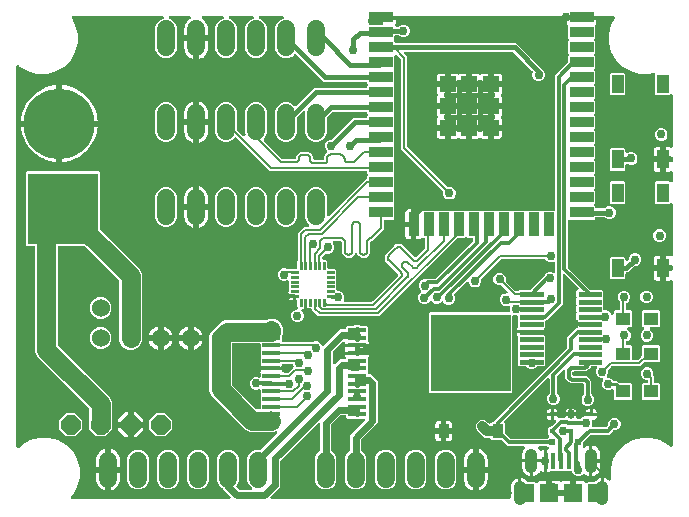
<source format=gbr>
G04 EAGLE Gerber RS-274X export*
G75*
%MOMM*%
%FSLAX34Y34*%
%LPD*%
%INTop Copper*%
%IPPOS*%
%AMOC8*
5,1,8,0,0,1.08239X$1,22.5*%
G01*
%ADD10C,1.524000*%
%ADD11P,1.785944X8X202.500000*%
%ADD12C,0.055000*%
%ADD13R,2.000000X0.900000*%
%ADD14R,0.900000X2.000000*%
%ADD15R,1.330000X1.330000*%
%ADD16C,0.708000*%
%ADD17C,1.530000*%
%ADD18R,1.500000X0.400000*%
%ADD19R,6.000000X6.000000*%
%ADD20C,6.000000*%
%ADD21R,0.500000X0.500000*%
%ADD22R,0.400000X0.400000*%
%ADD23R,0.400000X1.350000*%
%ADD24C,1.058000*%
%ADD25C,1.008000*%
%ADD26R,1.500000X1.550000*%
%ADD27C,0.041000*%
%ADD28R,1.000000X1.600000*%
%ADD29R,1.250000X1.100000*%
%ADD30R,0.889000X1.219200*%
%ADD31R,6.731000X6.502400*%
%ADD32C,0.203200*%
%ADD33C,0.304800*%
%ADD34C,0.756400*%
%ADD35C,0.609600*%
%ADD36C,0.406400*%
%ADD37C,0.254000*%
%ADD38C,0.508000*%
%ADD39C,1.625600*%
%ADD40C,0.812800*%

G36*
X218571Y470553D02*
X218571Y470553D01*
X218710Y470566D01*
X218729Y470573D01*
X218749Y470576D01*
X218878Y470627D01*
X219009Y470674D01*
X219026Y470685D01*
X219044Y470693D01*
X219157Y470774D01*
X219272Y470852D01*
X219285Y470868D01*
X219302Y470879D01*
X219391Y470987D01*
X219482Y471091D01*
X219492Y471109D01*
X219505Y471124D01*
X219564Y471250D01*
X219627Y471374D01*
X219632Y471394D01*
X219640Y471412D01*
X219666Y471548D01*
X219697Y471684D01*
X219696Y471705D01*
X219700Y471724D01*
X219691Y471863D01*
X219687Y472002D01*
X219681Y472022D01*
X219680Y472042D01*
X219637Y472174D01*
X219599Y472308D01*
X219588Y472325D01*
X219582Y472344D01*
X219508Y472462D01*
X219437Y472582D01*
X219419Y472603D01*
X219412Y472613D01*
X219397Y472627D01*
X219331Y472702D01*
X212927Y479107D01*
X212912Y479218D01*
X212902Y479246D01*
X212896Y479275D01*
X212843Y479394D01*
X212795Y479514D01*
X212778Y479538D01*
X212766Y479565D01*
X212685Y479666D01*
X212609Y479771D01*
X212586Y479790D01*
X212567Y479813D01*
X212464Y479891D01*
X212420Y479928D01*
X209772Y482575D01*
X208380Y485936D01*
X208380Y504814D01*
X209772Y508175D01*
X212345Y510748D01*
X215706Y512140D01*
X219344Y512140D01*
X222705Y510748D01*
X225278Y508175D01*
X226670Y504814D01*
X226670Y485936D01*
X225278Y482575D01*
X224732Y482030D01*
X224659Y481936D01*
X224580Y481846D01*
X224562Y481810D01*
X224537Y481778D01*
X224490Y481669D01*
X224436Y481563D01*
X224427Y481524D01*
X224411Y481487D01*
X224392Y481369D01*
X224366Y481253D01*
X224367Y481212D01*
X224361Y481172D01*
X224372Y481054D01*
X224376Y480935D01*
X224387Y480896D01*
X224391Y480856D01*
X224431Y480744D01*
X224464Y480629D01*
X224485Y480595D01*
X224498Y480557D01*
X224565Y480458D01*
X224626Y480355D01*
X224666Y480310D01*
X224677Y480293D01*
X224692Y480280D01*
X224732Y480235D01*
X226439Y478527D01*
X226518Y478467D01*
X226590Y478399D01*
X226643Y478370D01*
X226691Y478333D01*
X226782Y478293D01*
X226868Y478245D01*
X226927Y478230D01*
X226982Y478206D01*
X227080Y478191D01*
X227176Y478166D01*
X227276Y478160D01*
X227297Y478156D01*
X227309Y478158D01*
X227337Y478156D01*
X236527Y478156D01*
X236665Y478173D01*
X236804Y478186D01*
X236823Y478193D01*
X236843Y478196D01*
X236972Y478247D01*
X237103Y478294D01*
X237120Y478305D01*
X237139Y478313D01*
X237251Y478394D01*
X237366Y478472D01*
X237380Y478488D01*
X237396Y478499D01*
X237485Y478607D01*
X237577Y478711D01*
X237586Y478729D01*
X237599Y478744D01*
X237658Y478870D01*
X237721Y478994D01*
X237726Y479014D01*
X237734Y479032D01*
X237760Y479168D01*
X237791Y479304D01*
X237790Y479325D01*
X237794Y479344D01*
X237786Y479483D01*
X237781Y479622D01*
X237776Y479642D01*
X237774Y479662D01*
X237732Y479794D01*
X237693Y479928D01*
X237683Y479945D01*
X237676Y479964D01*
X237602Y480082D01*
X237531Y480202D01*
X237513Y480223D01*
X237506Y480233D01*
X237491Y480247D01*
X237425Y480322D01*
X235172Y482575D01*
X233780Y485936D01*
X233780Y504814D01*
X235172Y508175D01*
X237745Y510748D01*
X241106Y512140D01*
X244797Y512140D01*
X244895Y512152D01*
X244994Y512155D01*
X245053Y512172D01*
X245113Y512180D01*
X245205Y512216D01*
X245300Y512244D01*
X245352Y512274D01*
X245408Y512297D01*
X245488Y512355D01*
X245574Y512405D01*
X245649Y512471D01*
X245666Y512483D01*
X245674Y512493D01*
X245695Y512511D01*
X258903Y525719D01*
X258945Y525775D01*
X258996Y525823D01*
X259042Y525900D01*
X259098Y525971D01*
X259125Y526035D01*
X259162Y526094D01*
X259188Y526180D01*
X259224Y526263D01*
X259235Y526332D01*
X259255Y526398D01*
X259260Y526488D01*
X259274Y526577D01*
X259267Y526646D01*
X259271Y526716D01*
X259252Y526804D01*
X259244Y526893D01*
X259220Y526959D01*
X259206Y527027D01*
X259167Y527108D01*
X259136Y527193D01*
X259097Y527250D01*
X259067Y527313D01*
X259008Y527381D01*
X258958Y527456D01*
X258905Y527502D01*
X258860Y527555D01*
X258787Y527607D01*
X258719Y527666D01*
X258657Y527698D01*
X258600Y527738D01*
X258516Y527770D01*
X258436Y527811D01*
X258368Y527826D01*
X258303Y527851D01*
X258213Y527861D01*
X258126Y527880D01*
X258056Y527878D01*
X257987Y527886D01*
X257898Y527873D01*
X257808Y527871D01*
X257741Y527851D01*
X257672Y527842D01*
X257519Y527790D01*
X256145Y527220D01*
X235907Y527220D01*
X232359Y528690D01*
X202992Y558057D01*
X201522Y561605D01*
X201522Y608420D01*
X202992Y611968D01*
X211384Y620360D01*
X214932Y621830D01*
X248798Y621830D01*
X248807Y621831D01*
X248817Y621830D01*
X248965Y621851D01*
X249114Y621870D01*
X249122Y621873D01*
X249132Y621874D01*
X249284Y621926D01*
X252305Y623178D01*
X256145Y623178D01*
X259693Y621708D01*
X262408Y618993D01*
X263878Y615445D01*
X263878Y610257D01*
X263346Y608974D01*
X263344Y608965D01*
X263339Y608957D01*
X263302Y608812D01*
X263262Y608667D01*
X263262Y608658D01*
X263260Y608649D01*
X263250Y608488D01*
X263250Y604335D01*
X263265Y604217D01*
X263272Y604098D01*
X263285Y604060D01*
X263290Y604019D01*
X263333Y603909D01*
X263370Y603796D01*
X263392Y603761D01*
X263407Y603724D01*
X263476Y603628D01*
X263540Y603527D01*
X263570Y603499D01*
X263593Y603466D01*
X263685Y603390D01*
X263772Y603309D01*
X263807Y603289D01*
X263838Y603264D01*
X263946Y603213D01*
X264050Y603155D01*
X264090Y603145D01*
X264126Y603128D01*
X264243Y603106D01*
X264358Y603076D01*
X264418Y603072D01*
X264438Y603068D01*
X264459Y603070D01*
X264519Y603066D01*
X288259Y603066D01*
X288268Y603067D01*
X288277Y603066D01*
X288426Y603087D01*
X288574Y603106D01*
X288583Y603109D01*
X288592Y603110D01*
X288745Y603162D01*
X290661Y603956D01*
X292772Y603956D01*
X294723Y603148D01*
X296216Y601656D01*
X296572Y600796D01*
X296596Y600752D01*
X296613Y600706D01*
X296675Y600615D01*
X296729Y600519D01*
X296764Y600484D01*
X296792Y600443D01*
X296874Y600370D01*
X296951Y600291D01*
X296993Y600265D01*
X297030Y600232D01*
X297128Y600182D01*
X297222Y600125D01*
X297269Y600110D01*
X297314Y600087D01*
X297421Y600063D01*
X297526Y600031D01*
X297575Y600029D01*
X297624Y600018D01*
X297734Y600021D01*
X297843Y600016D01*
X297892Y600026D01*
X297942Y600027D01*
X298047Y600058D01*
X298155Y600080D01*
X298200Y600102D01*
X298247Y600116D01*
X298342Y600172D01*
X298441Y600220D01*
X298478Y600252D01*
X298521Y600277D01*
X298642Y600384D01*
X300103Y601844D01*
X312431Y614173D01*
X316431Y614173D01*
X316549Y614188D01*
X316668Y614195D01*
X316706Y614208D01*
X316747Y614213D01*
X316857Y614256D01*
X316970Y614293D01*
X317005Y614315D01*
X317042Y614330D01*
X317138Y614399D01*
X317239Y614463D01*
X317267Y614493D01*
X317300Y614516D01*
X317376Y614608D01*
X317457Y614695D01*
X317477Y614730D01*
X317502Y614761D01*
X317553Y614869D01*
X317611Y614973D01*
X317621Y615013D01*
X317638Y615049D01*
X317660Y615166D01*
X317690Y615281D01*
X317694Y615341D01*
X317698Y615361D01*
X317696Y615382D01*
X317700Y615442D01*
X317700Y616157D01*
X318593Y617050D01*
X323257Y617050D01*
X323355Y617062D01*
X323454Y617065D01*
X323513Y617082D01*
X323573Y617090D01*
X323665Y617126D01*
X323760Y617154D01*
X323812Y617184D01*
X323868Y617207D01*
X323948Y617265D01*
X324034Y617315D01*
X324109Y617381D01*
X324126Y617393D01*
X324134Y617403D01*
X324155Y617421D01*
X324831Y618098D01*
X328619Y618098D01*
X329295Y617421D01*
X329374Y617361D01*
X329446Y617293D01*
X329499Y617264D01*
X329547Y617227D01*
X329638Y617187D01*
X329724Y617139D01*
X329783Y617124D01*
X329838Y617100D01*
X329936Y617085D01*
X330032Y617060D01*
X330132Y617054D01*
X330153Y617050D01*
X330165Y617052D01*
X330193Y617050D01*
X334857Y617050D01*
X335750Y616157D01*
X335750Y610740D01*
X335732Y610706D01*
X335724Y610666D01*
X335708Y610629D01*
X335689Y610512D01*
X335663Y610395D01*
X335664Y610355D01*
X335658Y610315D01*
X335669Y610197D01*
X335672Y610078D01*
X335684Y610039D01*
X335687Y609999D01*
X335728Y609887D01*
X335750Y609811D01*
X335750Y605119D01*
X335762Y605021D01*
X335765Y604922D01*
X335782Y604864D01*
X335790Y604804D01*
X335826Y604711D01*
X335854Y604616D01*
X335884Y604564D01*
X335907Y604508D01*
X335965Y604428D01*
X336015Y604342D01*
X336081Y604267D01*
X336093Y604251D01*
X336103Y604243D01*
X336121Y604222D01*
X336258Y604085D01*
X336593Y603506D01*
X336766Y602859D01*
X336766Y601794D01*
X326725Y601794D01*
X316684Y601794D01*
X316684Y602428D01*
X316667Y602566D01*
X316654Y602705D01*
X316647Y602724D01*
X316644Y602744D01*
X316593Y602873D01*
X316546Y603004D01*
X316535Y603021D01*
X316527Y603039D01*
X316446Y603152D01*
X316368Y603267D01*
X316352Y603280D01*
X316341Y603297D01*
X316233Y603385D01*
X316129Y603477D01*
X316111Y603487D01*
X316096Y603500D01*
X315970Y603559D01*
X315846Y603622D01*
X315826Y603627D01*
X315808Y603635D01*
X315671Y603661D01*
X315536Y603692D01*
X315515Y603691D01*
X315496Y603695D01*
X315357Y603686D01*
X315218Y603682D01*
X315198Y603676D01*
X315178Y603675D01*
X315046Y603632D01*
X314912Y603594D01*
X314895Y603583D01*
X314876Y603577D01*
X314758Y603503D01*
X314638Y603432D01*
X314617Y603414D01*
X314607Y603407D01*
X314593Y603392D01*
X314518Y603326D01*
X306569Y595378D01*
X306509Y595299D01*
X306441Y595227D01*
X306412Y595174D01*
X306375Y595126D01*
X306335Y595035D01*
X306287Y594949D01*
X306272Y594890D01*
X306248Y594835D01*
X306233Y594737D01*
X306208Y594641D01*
X306202Y594541D01*
X306198Y594520D01*
X306200Y594508D01*
X306198Y594480D01*
X306198Y585604D01*
X306215Y585466D01*
X306228Y585327D01*
X306235Y585308D01*
X306238Y585288D01*
X306289Y585159D01*
X306336Y585028D01*
X306347Y585011D01*
X306355Y584993D01*
X306436Y584880D01*
X306514Y584765D01*
X306530Y584752D01*
X306541Y584735D01*
X306649Y584646D01*
X306753Y584555D01*
X306771Y584545D01*
X306786Y584532D01*
X306912Y584473D01*
X307036Y584410D01*
X307056Y584405D01*
X307074Y584397D01*
X307211Y584371D01*
X307346Y584340D01*
X307367Y584341D01*
X307386Y584337D01*
X307525Y584346D01*
X307664Y584350D01*
X307684Y584356D01*
X307704Y584357D01*
X307836Y584400D01*
X307970Y584438D01*
X307987Y584449D01*
X308006Y584455D01*
X308124Y584529D01*
X308244Y584600D01*
X308265Y584618D01*
X308275Y584625D01*
X308289Y584640D01*
X308364Y584706D01*
X309627Y585969D01*
X309628Y585969D01*
X312431Y588773D01*
X315971Y588773D01*
X316102Y588789D01*
X316234Y588800D01*
X316259Y588809D01*
X316286Y588813D01*
X316409Y588861D01*
X316534Y588905D01*
X316557Y588920D01*
X316582Y588930D01*
X316689Y589007D01*
X316799Y589081D01*
X316817Y589101D01*
X316839Y589116D01*
X316924Y589219D01*
X317012Y589317D01*
X317025Y589341D01*
X317042Y589361D01*
X317098Y589481D01*
X317160Y589598D01*
X317166Y589625D01*
X317177Y589649D01*
X317202Y589779D01*
X317233Y589908D01*
X317232Y589935D01*
X317237Y589961D01*
X317229Y590093D01*
X317226Y590226D01*
X317219Y590252D01*
X317217Y590279D01*
X317177Y590405D01*
X317141Y590532D01*
X317124Y590567D01*
X317119Y590581D01*
X317108Y590600D01*
X317070Y590677D01*
X316857Y591044D01*
X316684Y591691D01*
X316684Y592756D01*
X326725Y592756D01*
X336766Y592756D01*
X336766Y591691D01*
X336593Y591044D01*
X336258Y590465D01*
X336121Y590328D01*
X336061Y590250D01*
X335993Y590178D01*
X335964Y590125D01*
X335927Y590077D01*
X335887Y589986D01*
X335839Y589899D01*
X335824Y589841D01*
X335800Y589785D01*
X335785Y589687D01*
X335760Y589592D01*
X335754Y589492D01*
X335750Y589471D01*
X335752Y589459D01*
X335750Y589431D01*
X335750Y584740D01*
X335732Y584706D01*
X335724Y584666D01*
X335708Y584629D01*
X335689Y584512D01*
X335663Y584395D01*
X335664Y584355D01*
X335658Y584315D01*
X335669Y584197D01*
X335672Y584078D01*
X335684Y584039D01*
X335687Y583999D01*
X335728Y583887D01*
X335750Y583811D01*
X335750Y578240D01*
X335732Y578206D01*
X335724Y578166D01*
X335708Y578129D01*
X335689Y578012D01*
X335663Y577895D01*
X335664Y577855D01*
X335658Y577815D01*
X335669Y577697D01*
X335672Y577578D01*
X335684Y577539D01*
X335687Y577499D01*
X335728Y577387D01*
X335750Y577311D01*
X335750Y577192D01*
X335765Y577074D01*
X335772Y576955D01*
X335785Y576917D01*
X335790Y576876D01*
X335833Y576766D01*
X335870Y576653D01*
X335892Y576618D01*
X335907Y576581D01*
X335976Y576485D01*
X336040Y576384D01*
X336070Y576356D01*
X336093Y576323D01*
X336185Y576247D01*
X336272Y576166D01*
X336307Y576146D01*
X336338Y576121D01*
X336446Y576070D01*
X336550Y576012D01*
X336590Y576002D01*
X336626Y575985D01*
X336743Y575963D01*
X336858Y575933D01*
X336918Y575929D01*
X336938Y575925D01*
X336959Y575927D01*
X337019Y575923D01*
X338594Y575923D01*
X344298Y570219D01*
X344298Y534681D01*
X330419Y520803D01*
X330359Y520724D01*
X330291Y520652D01*
X330262Y520599D01*
X330225Y520551D01*
X330185Y520460D01*
X330137Y520374D01*
X330122Y520315D01*
X330098Y520260D01*
X330083Y520162D01*
X330058Y520066D01*
X330052Y519966D01*
X330048Y519945D01*
X330050Y519933D01*
X330048Y519905D01*
X330048Y511847D01*
X330051Y511818D01*
X330049Y511788D01*
X330071Y511660D01*
X330088Y511532D01*
X330098Y511504D01*
X330104Y511475D01*
X330157Y511356D01*
X330205Y511236D01*
X330222Y511212D01*
X330234Y511185D01*
X330315Y511084D01*
X330391Y510979D01*
X330414Y510960D01*
X330433Y510937D01*
X330536Y510859D01*
X330580Y510822D01*
X333228Y508175D01*
X334620Y504814D01*
X334620Y485936D01*
X333228Y482575D01*
X330655Y480002D01*
X327294Y478610D01*
X323656Y478610D01*
X320295Y480002D01*
X317722Y482575D01*
X316330Y485936D01*
X316330Y504814D01*
X317722Y508175D01*
X320359Y510811D01*
X320395Y510832D01*
X320416Y510853D01*
X320441Y510868D01*
X320530Y510963D01*
X320623Y511053D01*
X320639Y511078D01*
X320659Y511100D01*
X320722Y511214D01*
X320790Y511324D01*
X320798Y511353D01*
X320813Y511379D01*
X320845Y511504D01*
X320883Y511628D01*
X320885Y511658D01*
X320892Y511686D01*
X320902Y511847D01*
X320902Y524219D01*
X333017Y536334D01*
X333102Y536443D01*
X333191Y536550D01*
X333199Y536569D01*
X333212Y536585D01*
X333267Y536713D01*
X333326Y536838D01*
X333330Y536858D01*
X333338Y536877D01*
X333360Y537015D01*
X333386Y537151D01*
X333385Y537171D01*
X333388Y537191D01*
X333375Y537330D01*
X333366Y537468D01*
X333360Y537487D01*
X333358Y537507D01*
X333311Y537639D01*
X333268Y537770D01*
X333257Y537788D01*
X333250Y537807D01*
X333172Y537922D01*
X333098Y538039D01*
X333083Y538053D01*
X333072Y538070D01*
X332968Y538162D01*
X332866Y538257D01*
X332849Y538267D01*
X332833Y538280D01*
X332710Y538343D01*
X332588Y538411D01*
X332568Y538416D01*
X332550Y538425D01*
X332414Y538455D01*
X332280Y538490D01*
X332252Y538492D01*
X332240Y538495D01*
X332219Y538494D01*
X332119Y538500D01*
X328756Y538500D01*
X328658Y538488D01*
X328558Y538485D01*
X328501Y538468D01*
X324939Y538468D01*
X324855Y538490D01*
X324755Y538496D01*
X324735Y538500D01*
X324723Y538498D01*
X324694Y538500D01*
X318593Y538500D01*
X317700Y539393D01*
X317700Y540258D01*
X317685Y540376D01*
X317678Y540495D01*
X317665Y540533D01*
X317660Y540574D01*
X317617Y540684D01*
X317580Y540797D01*
X317558Y540832D01*
X317543Y540869D01*
X317474Y540965D01*
X317410Y541066D01*
X317380Y541094D01*
X317357Y541127D01*
X317265Y541203D01*
X317178Y541284D01*
X317143Y541304D01*
X317112Y541329D01*
X317004Y541380D01*
X316900Y541438D01*
X316860Y541448D01*
X316824Y541465D01*
X316707Y541487D01*
X316592Y541517D01*
X316532Y541521D01*
X316512Y541525D01*
X316491Y541523D01*
X316431Y541527D01*
X313570Y541527D01*
X313472Y541515D01*
X313373Y541512D01*
X313314Y541495D01*
X313254Y541487D01*
X313162Y541451D01*
X313067Y541423D01*
X313015Y541393D01*
X312959Y541370D01*
X312879Y541312D01*
X312793Y541262D01*
X312718Y541196D01*
X312701Y541184D01*
X312693Y541174D01*
X312672Y541156D01*
X305019Y533503D01*
X304959Y533424D01*
X304891Y533352D01*
X304862Y533299D01*
X304825Y533251D01*
X304785Y533160D01*
X304737Y533074D01*
X304722Y533015D01*
X304698Y532960D01*
X304683Y532862D01*
X304658Y532766D01*
X304652Y532666D01*
X304648Y532645D01*
X304650Y532633D01*
X304648Y532605D01*
X304648Y511847D01*
X304651Y511818D01*
X304649Y511788D01*
X304671Y511660D01*
X304688Y511532D01*
X304698Y511504D01*
X304704Y511475D01*
X304757Y511356D01*
X304805Y511236D01*
X304822Y511212D01*
X304834Y511185D01*
X304915Y511084D01*
X304991Y510979D01*
X305014Y510960D01*
X305033Y510937D01*
X305136Y510859D01*
X305180Y510822D01*
X307828Y508175D01*
X309220Y504814D01*
X309220Y485936D01*
X307828Y482575D01*
X305255Y480002D01*
X301894Y478610D01*
X298256Y478610D01*
X294895Y480002D01*
X292322Y482575D01*
X290930Y485936D01*
X290930Y504814D01*
X292322Y508175D01*
X294959Y510811D01*
X294995Y510832D01*
X295016Y510853D01*
X295041Y510868D01*
X295130Y510963D01*
X295223Y511053D01*
X295239Y511078D01*
X295259Y511100D01*
X295322Y511214D01*
X295390Y511324D01*
X295398Y511353D01*
X295413Y511379D01*
X295445Y511504D01*
X295483Y511628D01*
X295485Y511658D01*
X295492Y511686D01*
X295502Y511847D01*
X295502Y533621D01*
X295485Y533759D01*
X295472Y533898D01*
X295465Y533917D01*
X295462Y533937D01*
X295411Y534066D01*
X295364Y534197D01*
X295353Y534214D01*
X295345Y534232D01*
X295264Y534345D01*
X295186Y534460D01*
X295170Y534473D01*
X295159Y534490D01*
X295051Y534578D01*
X294947Y534670D01*
X294929Y534680D01*
X294914Y534693D01*
X294788Y534752D01*
X294664Y534815D01*
X294644Y534820D01*
X294626Y534828D01*
X294490Y534854D01*
X294354Y534885D01*
X294333Y534884D01*
X294314Y534888D01*
X294175Y534879D01*
X294036Y534875D01*
X294016Y534869D01*
X293996Y534868D01*
X293864Y534825D01*
X293730Y534787D01*
X293713Y534776D01*
X293694Y534770D01*
X293576Y534696D01*
X293456Y534625D01*
X293435Y534607D01*
X293425Y534600D01*
X293411Y534585D01*
X293336Y534519D01*
X262119Y503303D01*
X262059Y503224D01*
X261991Y503152D01*
X261962Y503099D01*
X261925Y503051D01*
X261885Y502960D01*
X261837Y502874D01*
X261822Y502815D01*
X261798Y502760D01*
X261783Y502662D01*
X261758Y502566D01*
X261752Y502466D01*
X261748Y502445D01*
X261750Y502433D01*
X261748Y502405D01*
X261748Y480706D01*
X253744Y472702D01*
X253659Y472593D01*
X253570Y472486D01*
X253562Y472467D01*
X253549Y472451D01*
X253494Y472323D01*
X253435Y472198D01*
X253431Y472178D01*
X253423Y472159D01*
X253401Y472021D01*
X253375Y471885D01*
X253376Y471865D01*
X253373Y471845D01*
X253386Y471706D01*
X253395Y471568D01*
X253401Y471549D01*
X253403Y471529D01*
X253450Y471397D01*
X253493Y471266D01*
X253504Y471248D01*
X253511Y471229D01*
X253589Y471114D01*
X253663Y470997D01*
X253678Y470983D01*
X253689Y470966D01*
X253793Y470874D01*
X253895Y470779D01*
X253912Y470769D01*
X253928Y470756D01*
X254052Y470692D01*
X254173Y470625D01*
X254193Y470620D01*
X254211Y470611D01*
X254347Y470581D01*
X254481Y470546D01*
X254509Y470544D01*
X254521Y470541D01*
X254542Y470542D01*
X254642Y470536D01*
X455615Y470536D01*
X455733Y470551D01*
X455852Y470558D01*
X455890Y470571D01*
X455931Y470576D01*
X456041Y470619D01*
X456154Y470656D01*
X456189Y470678D01*
X456226Y470693D01*
X456322Y470762D01*
X456423Y470826D01*
X456451Y470856D01*
X456484Y470879D01*
X456560Y470971D01*
X456641Y471058D01*
X456661Y471093D01*
X456686Y471124D01*
X456737Y471232D01*
X456795Y471336D01*
X456805Y471376D01*
X456822Y471412D01*
X456844Y471529D01*
X456874Y471644D01*
X456878Y471704D01*
X456882Y471724D01*
X456880Y471745D01*
X456884Y471805D01*
X456884Y474442D01*
X456903Y474443D01*
X456941Y474455D01*
X456982Y474460D01*
X457092Y474504D01*
X457205Y474541D01*
X457240Y474563D01*
X457277Y474577D01*
X457373Y474647D01*
X457474Y474711D01*
X457502Y474741D01*
X457535Y474764D01*
X457611Y474856D01*
X457692Y474943D01*
X457712Y474978D01*
X457737Y475009D01*
X457788Y475117D01*
X457846Y475221D01*
X457856Y475260D01*
X457873Y475297D01*
X457895Y475414D01*
X457925Y475529D01*
X457929Y475589D01*
X457933Y475609D01*
X457933Y475610D01*
X457931Y475630D01*
X457935Y475690D01*
X457920Y475808D01*
X457913Y475927D01*
X457900Y475965D01*
X457895Y476006D01*
X457852Y476116D01*
X457815Y476230D01*
X457793Y476264D01*
X457778Y476301D01*
X457709Y476398D01*
X457645Y476498D01*
X457615Y476526D01*
X457592Y476559D01*
X457500Y476635D01*
X457413Y476716D01*
X457378Y476736D01*
X457347Y476762D01*
X457239Y476812D01*
X457135Y476870D01*
X457095Y476880D01*
X457059Y476897D01*
X456942Y476919D01*
X456884Y476934D01*
X456884Y481477D01*
X457176Y482941D01*
X457747Y484321D01*
X458577Y485562D01*
X459633Y486618D01*
X460874Y487448D01*
X462254Y488019D01*
X463196Y488207D01*
X463196Y486257D01*
X463198Y486234D01*
X463196Y486211D01*
X463218Y486076D01*
X463235Y485941D01*
X463244Y485920D01*
X463248Y485897D01*
X463302Y485772D01*
X463352Y485645D01*
X463366Y485627D01*
X463375Y485606D01*
X463459Y485498D01*
X463539Y485388D01*
X463557Y485373D01*
X463571Y485355D01*
X463679Y485272D01*
X463784Y485185D01*
X463805Y485175D01*
X463823Y485161D01*
X463949Y485108D01*
X464072Y485050D01*
X464095Y485045D01*
X464116Y485036D01*
X464251Y485016D01*
X464384Y484990D01*
X464407Y484991D01*
X464430Y484988D01*
X464591Y484994D01*
X464646Y485006D01*
X464702Y485010D01*
X464801Y485042D01*
X464901Y485065D01*
X464951Y485091D01*
X465005Y485108D01*
X465092Y485163D01*
X465184Y485211D01*
X465226Y485248D01*
X465273Y485278D01*
X465344Y485353D01*
X465421Y485422D01*
X465453Y485469D01*
X465491Y485510D01*
X465541Y485600D01*
X465599Y485686D01*
X465618Y485739D01*
X465645Y485788D01*
X465671Y485888D01*
X465705Y485986D01*
X465710Y486042D01*
X465724Y486096D01*
X465734Y486257D01*
X465734Y488207D01*
X466676Y488019D01*
X468056Y487448D01*
X469297Y486618D01*
X470353Y485562D01*
X470372Y485534D01*
X470415Y485485D01*
X470449Y485431D01*
X470518Y485366D01*
X470581Y485294D01*
X470634Y485257D01*
X470681Y485213D01*
X470764Y485167D01*
X470842Y485113D01*
X470903Y485090D01*
X470959Y485059D01*
X471051Y485036D01*
X471141Y485003D01*
X471205Y484996D01*
X471267Y484980D01*
X471428Y484970D01*
X475206Y484970D01*
X475304Y484982D01*
X475403Y484985D01*
X475461Y485002D01*
X475521Y485010D01*
X475547Y485020D01*
X477099Y485020D01*
X477732Y484386D01*
X477831Y484309D01*
X477927Y484227D01*
X477957Y484212D01*
X477984Y484191D01*
X478099Y484141D01*
X478212Y484085D01*
X478245Y484078D01*
X478276Y484065D01*
X478400Y484045D01*
X478523Y484019D01*
X478556Y484020D01*
X478590Y484015D01*
X478715Y484027D01*
X478840Y484032D01*
X478873Y484041D01*
X478906Y484045D01*
X479025Y484087D01*
X479145Y484123D01*
X479174Y484141D01*
X479206Y484152D01*
X479309Y484223D01*
X479417Y484288D01*
X479441Y484312D01*
X479469Y484331D01*
X479552Y484425D01*
X479640Y484515D01*
X479667Y484556D01*
X479679Y484569D01*
X479689Y484588D01*
X479729Y484649D01*
X479932Y485000D01*
X480405Y485473D01*
X480984Y485808D01*
X481631Y485981D01*
X486926Y485981D01*
X486926Y476960D01*
X486941Y476842D01*
X486948Y476723D01*
X486961Y476685D01*
X486966Y476645D01*
X487009Y476534D01*
X487046Y476421D01*
X487068Y476386D01*
X487083Y476349D01*
X487153Y476253D01*
X487216Y476152D01*
X487246Y476124D01*
X487270Y476092D01*
X487361Y476016D01*
X487448Y475934D01*
X487483Y475915D01*
X487514Y475889D01*
X487622Y475838D01*
X487726Y475781D01*
X487766Y475770D01*
X487802Y475753D01*
X487919Y475731D01*
X488034Y475701D01*
X488095Y475697D01*
X488115Y475693D01*
X488135Y475695D01*
X488195Y475691D01*
X489466Y475691D01*
X489466Y474420D01*
X489481Y474302D01*
X489488Y474183D01*
X489501Y474145D01*
X489506Y474105D01*
X489550Y473994D01*
X489586Y473881D01*
X489608Y473846D01*
X489623Y473809D01*
X489693Y473713D01*
X489756Y473612D01*
X489786Y473584D01*
X489810Y473551D01*
X489901Y473476D01*
X489988Y473394D01*
X490023Y473374D01*
X490055Y473349D01*
X490162Y473298D01*
X490266Y473240D01*
X490306Y473230D01*
X490342Y473213D01*
X490459Y473191D01*
X490574Y473161D01*
X490635Y473157D01*
X490655Y473153D01*
X490675Y473155D01*
X490735Y473151D01*
X508195Y473151D01*
X508313Y473166D01*
X508432Y473173D01*
X508470Y473186D01*
X508510Y473191D01*
X508621Y473234D01*
X508734Y473271D01*
X508769Y473293D01*
X508806Y473308D01*
X508902Y473378D01*
X509003Y473441D01*
X509031Y473471D01*
X509063Y473495D01*
X509139Y473586D01*
X509221Y473673D01*
X509240Y473708D01*
X509266Y473739D01*
X509317Y473847D01*
X509374Y473951D01*
X509385Y473991D01*
X509402Y474027D01*
X509424Y474144D01*
X509454Y474259D01*
X509458Y474320D01*
X509462Y474340D01*
X509460Y474360D01*
X509464Y474420D01*
X509464Y475691D01*
X510735Y475691D01*
X510853Y475706D01*
X510972Y475713D01*
X511010Y475726D01*
X511050Y475731D01*
X511161Y475775D01*
X511274Y475811D01*
X511309Y475833D01*
X511346Y475848D01*
X511442Y475918D01*
X511543Y475981D01*
X511571Y476011D01*
X511603Y476035D01*
X511679Y476126D01*
X511761Y476213D01*
X511780Y476248D01*
X511806Y476280D01*
X511857Y476387D01*
X511914Y476491D01*
X511925Y476531D01*
X511942Y476567D01*
X511964Y476684D01*
X511994Y476799D01*
X511998Y476860D01*
X512002Y476880D01*
X512000Y476900D01*
X512004Y476960D01*
X512004Y485981D01*
X517299Y485981D01*
X517946Y485808D01*
X518525Y485473D01*
X518998Y485000D01*
X519219Y484617D01*
X519295Y484517D01*
X519366Y484413D01*
X519391Y484391D01*
X519411Y484364D01*
X519510Y484286D01*
X519604Y484202D01*
X519634Y484187D01*
X519661Y484166D01*
X519775Y484115D01*
X519887Y484058D01*
X519920Y484050D01*
X519951Y484037D01*
X520075Y484016D01*
X520198Y483988D01*
X520231Y483989D01*
X520265Y483984D01*
X520390Y483994D01*
X520516Y483998D01*
X520548Y484007D01*
X520582Y484010D01*
X520700Y484051D01*
X520821Y484086D01*
X520850Y484103D01*
X520882Y484114D01*
X520987Y484184D01*
X521095Y484248D01*
X521132Y484280D01*
X521147Y484290D01*
X521161Y484306D01*
X521216Y484354D01*
X521831Y484970D01*
X527502Y484970D01*
X527566Y484978D01*
X527630Y484976D01*
X527723Y484998D01*
X527818Y485010D01*
X527878Y485033D01*
X527940Y485048D01*
X528025Y485092D01*
X528113Y485127D01*
X528165Y485164D01*
X528223Y485194D01*
X528294Y485258D01*
X528371Y485313D01*
X528412Y485363D01*
X528460Y485406D01*
X528558Y485534D01*
X528577Y485562D01*
X529633Y486618D01*
X530874Y487448D01*
X532254Y488019D01*
X533196Y488207D01*
X533196Y486260D01*
X533203Y486205D01*
X533200Y486149D01*
X533222Y486048D01*
X533235Y485945D01*
X533256Y485893D01*
X533268Y485838D01*
X533314Y485745D01*
X533352Y485649D01*
X533385Y485604D01*
X533411Y485554D01*
X533479Y485475D01*
X533539Y485392D01*
X533582Y485356D01*
X533619Y485314D01*
X533705Y485255D01*
X533784Y485189D01*
X533835Y485165D01*
X533881Y485133D01*
X533978Y485098D01*
X534072Y485053D01*
X534127Y485043D01*
X534180Y485024D01*
X534339Y484997D01*
X534362Y484998D01*
X534384Y484994D01*
X534385Y484994D01*
X534521Y485002D01*
X534657Y485006D01*
X534679Y485012D01*
X534702Y485013D01*
X534832Y485055D01*
X534963Y485093D01*
X534983Y485104D01*
X535005Y485111D01*
X535120Y485184D01*
X535237Y485253D01*
X535254Y485269D01*
X535273Y485282D01*
X535367Y485381D01*
X535463Y485477D01*
X535475Y485496D01*
X535491Y485513D01*
X535557Y485632D01*
X535627Y485749D01*
X535634Y485772D01*
X535645Y485792D01*
X535679Y485923D01*
X535718Y486054D01*
X535718Y486077D01*
X535724Y486100D01*
X535734Y486260D01*
X535734Y488207D01*
X536676Y488019D01*
X538056Y487448D01*
X539297Y486618D01*
X539534Y486382D01*
X539649Y486292D01*
X539762Y486201D01*
X539775Y486195D01*
X539785Y486187D01*
X539919Y486129D01*
X540052Y486068D01*
X540065Y486066D01*
X540077Y486060D01*
X540222Y486037D01*
X540365Y486012D01*
X540378Y486013D01*
X540391Y486011D01*
X540537Y486024D01*
X540682Y486035D01*
X540695Y486039D01*
X540708Y486040D01*
X540845Y486090D01*
X540983Y486136D01*
X540995Y486143D01*
X541007Y486148D01*
X541128Y486230D01*
X541250Y486309D01*
X541259Y486319D01*
X541270Y486327D01*
X541367Y486436D01*
X541466Y486543D01*
X541472Y486555D01*
X541481Y486565D01*
X541547Y486695D01*
X541616Y486823D01*
X541619Y486836D01*
X541625Y486848D01*
X541658Y486991D01*
X541692Y487132D01*
X541692Y487145D01*
X541695Y487158D01*
X541691Y487305D01*
X541689Y487450D01*
X541686Y487468D01*
X541685Y487476D01*
X541681Y487493D01*
X541658Y487608D01*
X541464Y488329D01*
X541464Y496271D01*
X543520Y503942D01*
X547490Y510819D01*
X553106Y516435D01*
X559983Y520405D01*
X567654Y522461D01*
X575596Y522461D01*
X583267Y520405D01*
X590144Y516435D01*
X591673Y514906D01*
X591782Y514821D01*
X591889Y514732D01*
X591908Y514724D01*
X591924Y514711D01*
X592052Y514656D01*
X592177Y514597D01*
X592197Y514593D01*
X592216Y514585D01*
X592354Y514563D01*
X592490Y514537D01*
X592510Y514538D01*
X592530Y514535D01*
X592669Y514548D01*
X592807Y514557D01*
X592826Y514563D01*
X592846Y514565D01*
X592978Y514612D01*
X593109Y514655D01*
X593127Y514666D01*
X593146Y514672D01*
X593261Y514751D01*
X593378Y514825D01*
X593392Y514840D01*
X593409Y514851D01*
X593501Y514955D01*
X593596Y515057D01*
X593606Y515074D01*
X593619Y515089D01*
X593683Y515214D01*
X593750Y515335D01*
X593755Y515355D01*
X593764Y515373D01*
X593794Y515509D01*
X593829Y515643D01*
X593831Y515671D01*
X593834Y515683D01*
X593833Y515704D01*
X593839Y515804D01*
X593839Y654707D01*
X593823Y654838D01*
X593812Y654970D01*
X593803Y654996D01*
X593799Y655022D01*
X593751Y655145D01*
X593707Y655271D01*
X593692Y655293D01*
X593682Y655318D01*
X593605Y655425D01*
X593531Y655536D01*
X593511Y655554D01*
X593496Y655576D01*
X593393Y655660D01*
X593295Y655749D01*
X593271Y655761D01*
X593251Y655778D01*
X593131Y655835D01*
X593014Y655896D01*
X592987Y655902D01*
X592963Y655914D01*
X592833Y655939D01*
X592704Y655969D01*
X592677Y655969D01*
X592651Y655974D01*
X592519Y655965D01*
X592386Y655963D01*
X592360Y655956D01*
X592333Y655954D01*
X592207Y655913D01*
X592080Y655878D01*
X592045Y655861D01*
X592031Y655856D01*
X592012Y655844D01*
X591935Y655806D01*
X591401Y655497D01*
X590754Y655324D01*
X587919Y655324D01*
X587919Y663366D01*
X592570Y663366D01*
X592688Y663381D01*
X592807Y663388D01*
X592845Y663400D01*
X592886Y663406D01*
X592996Y663449D01*
X593109Y663486D01*
X593144Y663508D01*
X593181Y663523D01*
X593277Y663592D01*
X593378Y663656D01*
X593406Y663686D01*
X593439Y663709D01*
X593515Y663801D01*
X593596Y663888D01*
X593616Y663923D01*
X593641Y663954D01*
X593692Y664062D01*
X593750Y664166D01*
X593760Y664206D01*
X593777Y664242D01*
X593799Y664359D01*
X593829Y664474D01*
X593833Y664534D01*
X593837Y664554D01*
X593835Y664575D01*
X593839Y664635D01*
X593839Y667095D01*
X593824Y667213D01*
X593817Y667332D01*
X593804Y667370D01*
X593799Y667411D01*
X593756Y667521D01*
X593719Y667634D01*
X593697Y667669D01*
X593682Y667706D01*
X593613Y667802D01*
X593549Y667903D01*
X593519Y667931D01*
X593496Y667964D01*
X593404Y668040D01*
X593317Y668121D01*
X593282Y668141D01*
X593251Y668166D01*
X593143Y668217D01*
X593039Y668275D01*
X592999Y668285D01*
X592963Y668302D01*
X592846Y668324D01*
X592731Y668354D01*
X592671Y668358D01*
X592651Y668362D01*
X592630Y668360D01*
X592570Y668364D01*
X587919Y668364D01*
X587919Y676406D01*
X590754Y676406D01*
X591401Y676233D01*
X591935Y675924D01*
X592058Y675872D01*
X592177Y675816D01*
X592204Y675811D01*
X592229Y675801D01*
X592360Y675781D01*
X592490Y675756D01*
X592516Y675758D01*
X592543Y675754D01*
X592675Y675768D01*
X592807Y675776D01*
X592833Y675784D01*
X592859Y675787D01*
X592984Y675833D01*
X593109Y675874D01*
X593132Y675889D01*
X593158Y675898D01*
X593267Y675974D01*
X593378Y676044D01*
X593397Y676064D01*
X593419Y676079D01*
X593505Y676180D01*
X593596Y676276D01*
X593609Y676300D01*
X593627Y676320D01*
X593686Y676439D01*
X593750Y676554D01*
X593756Y676580D01*
X593768Y676605D01*
X593796Y676735D01*
X593829Y676862D01*
X593831Y676900D01*
X593835Y676916D01*
X593834Y676938D01*
X593839Y677023D01*
X593839Y720064D01*
X593822Y720202D01*
X593809Y720340D01*
X593802Y720359D01*
X593799Y720379D01*
X593748Y720508D01*
X593701Y720639D01*
X593690Y720656D01*
X593682Y720675D01*
X593601Y720787D01*
X593523Y720903D01*
X593507Y720916D01*
X593496Y720932D01*
X593388Y721021D01*
X593284Y721113D01*
X593266Y721122D01*
X593251Y721135D01*
X593125Y721194D01*
X593001Y721258D01*
X592981Y721262D01*
X592963Y721271D01*
X592826Y721297D01*
X592691Y721327D01*
X592670Y721327D01*
X592651Y721330D01*
X592512Y721322D01*
X592373Y721318D01*
X592353Y721312D01*
X592333Y721311D01*
X592201Y721268D01*
X592067Y721229D01*
X592050Y721219D01*
X592031Y721213D01*
X591913Y721138D01*
X591793Y721068D01*
X591772Y721049D01*
X591762Y721042D01*
X591748Y721028D01*
X591673Y720961D01*
X591052Y720340D01*
X579788Y720340D01*
X578895Y721233D01*
X578895Y738497D01*
X579788Y739390D01*
X591052Y739390D01*
X591673Y738769D01*
X591782Y738684D01*
X591889Y738595D01*
X591908Y738586D01*
X591924Y738574D01*
X592051Y738519D01*
X592177Y738459D01*
X592197Y738456D01*
X592216Y738447D01*
X592354Y738426D01*
X592490Y738400D01*
X592510Y738401D01*
X592530Y738398D01*
X592669Y738411D01*
X592807Y738419D01*
X592826Y738426D01*
X592846Y738427D01*
X592978Y738475D01*
X593109Y738517D01*
X593127Y738528D01*
X593146Y738535D01*
X593261Y738613D01*
X593378Y738688D01*
X593392Y738702D01*
X593409Y738714D01*
X593501Y738818D01*
X593596Y738919D01*
X593606Y738937D01*
X593619Y738952D01*
X593682Y739076D01*
X593750Y739198D01*
X593755Y739217D01*
X593764Y739235D01*
X593794Y739371D01*
X593829Y739506D01*
X593831Y739534D01*
X593834Y739546D01*
X593833Y739566D01*
X593839Y739666D01*
X593839Y746782D01*
X593823Y746913D01*
X593812Y747045D01*
X593803Y747071D01*
X593799Y747097D01*
X593751Y747220D01*
X593707Y747346D01*
X593692Y747368D01*
X593682Y747393D01*
X593605Y747500D01*
X593531Y747611D01*
X593511Y747629D01*
X593496Y747651D01*
X593393Y747735D01*
X593295Y747824D01*
X593271Y747836D01*
X593251Y747853D01*
X593131Y747910D01*
X593014Y747971D01*
X592987Y747977D01*
X592963Y747989D01*
X592833Y748014D01*
X592704Y748044D01*
X592677Y748044D01*
X592651Y748049D01*
X592519Y748040D01*
X592386Y748038D01*
X592360Y748031D01*
X592333Y748029D01*
X592207Y747988D01*
X592080Y747953D01*
X592045Y747936D01*
X592031Y747931D01*
X592012Y747919D01*
X591935Y747881D01*
X591401Y747572D01*
X590754Y747399D01*
X587919Y747399D01*
X587919Y755441D01*
X592570Y755441D01*
X592688Y755456D01*
X592807Y755463D01*
X592845Y755475D01*
X592886Y755481D01*
X592996Y755524D01*
X593109Y755561D01*
X593144Y755583D01*
X593181Y755598D01*
X593277Y755667D01*
X593378Y755731D01*
X593406Y755761D01*
X593439Y755784D01*
X593515Y755876D01*
X593596Y755963D01*
X593616Y755998D01*
X593641Y756029D01*
X593692Y756137D01*
X593750Y756241D01*
X593760Y756281D01*
X593777Y756317D01*
X593799Y756434D01*
X593829Y756549D01*
X593833Y756609D01*
X593837Y756629D01*
X593835Y756650D01*
X593839Y756710D01*
X593839Y759170D01*
X593824Y759288D01*
X593817Y759407D01*
X593804Y759445D01*
X593799Y759486D01*
X593756Y759596D01*
X593719Y759709D01*
X593697Y759744D01*
X593682Y759781D01*
X593613Y759877D01*
X593549Y759978D01*
X593519Y760006D01*
X593496Y760039D01*
X593404Y760115D01*
X593317Y760196D01*
X593282Y760216D01*
X593251Y760241D01*
X593143Y760292D01*
X593039Y760350D01*
X592999Y760360D01*
X592963Y760377D01*
X592846Y760399D01*
X592731Y760429D01*
X592671Y760433D01*
X592651Y760437D01*
X592630Y760435D01*
X592570Y760439D01*
X587919Y760439D01*
X587919Y768481D01*
X590754Y768481D01*
X591401Y768308D01*
X591935Y767999D01*
X592058Y767947D01*
X592177Y767891D01*
X592204Y767886D01*
X592229Y767876D01*
X592360Y767856D01*
X592490Y767831D01*
X592516Y767833D01*
X592543Y767829D01*
X592675Y767843D01*
X592807Y767851D01*
X592833Y767859D01*
X592859Y767862D01*
X592984Y767908D01*
X593109Y767949D01*
X593132Y767964D01*
X593158Y767973D01*
X593267Y768049D01*
X593378Y768119D01*
X593397Y768139D01*
X593419Y768154D01*
X593505Y768255D01*
X593596Y768351D01*
X593609Y768375D01*
X593627Y768395D01*
X593686Y768514D01*
X593750Y768629D01*
X593756Y768655D01*
X593768Y768680D01*
X593796Y768809D01*
X593829Y768937D01*
X593831Y768975D01*
X593835Y768991D01*
X593834Y769013D01*
X593839Y769098D01*
X593839Y812139D01*
X593822Y812276D01*
X593809Y812415D01*
X593802Y812434D01*
X593799Y812454D01*
X593748Y812583D01*
X593701Y812714D01*
X593690Y812731D01*
X593682Y812750D01*
X593601Y812862D01*
X593523Y812978D01*
X593507Y812991D01*
X593496Y813007D01*
X593388Y813096D01*
X593284Y813188D01*
X593266Y813197D01*
X593251Y813210D01*
X593125Y813269D01*
X593001Y813333D01*
X592981Y813337D01*
X592963Y813346D01*
X592826Y813372D01*
X592691Y813402D01*
X592670Y813402D01*
X592651Y813405D01*
X592512Y813397D01*
X592373Y813393D01*
X592353Y813387D01*
X592333Y813386D01*
X592201Y813343D01*
X592067Y813304D01*
X592050Y813294D01*
X592031Y813288D01*
X591913Y813213D01*
X591793Y813143D01*
X591772Y813124D01*
X591762Y813117D01*
X591748Y813103D01*
X591673Y813036D01*
X591052Y812415D01*
X579788Y812415D01*
X578895Y813308D01*
X578895Y829980D01*
X578880Y830104D01*
X578870Y830230D01*
X578860Y830262D01*
X578855Y830295D01*
X578809Y830412D01*
X578769Y830531D01*
X578751Y830560D01*
X578738Y830591D01*
X578665Y830693D01*
X578596Y830798D01*
X578571Y830821D01*
X578552Y830848D01*
X578455Y830929D01*
X578362Y831014D01*
X578333Y831030D01*
X578307Y831051D01*
X578193Y831105D01*
X578082Y831164D01*
X578049Y831172D01*
X578019Y831187D01*
X577895Y831210D01*
X577773Y831240D01*
X577740Y831240D01*
X577707Y831246D01*
X577581Y831239D01*
X577455Y831237D01*
X577407Y831228D01*
X577389Y831227D01*
X577369Y831220D01*
X577297Y831206D01*
X573971Y830314D01*
X566029Y830314D01*
X558358Y832370D01*
X551481Y836340D01*
X545865Y841956D01*
X541895Y848833D01*
X539839Y856504D01*
X539839Y864446D01*
X541895Y872117D01*
X544879Y877285D01*
X544930Y877408D01*
X544987Y877527D01*
X544992Y877554D01*
X545002Y877579D01*
X545022Y877710D01*
X545046Y877840D01*
X545045Y877866D01*
X545049Y877893D01*
X545035Y878025D01*
X545027Y878157D01*
X545018Y878183D01*
X545015Y878209D01*
X544969Y878334D01*
X544929Y878459D01*
X544914Y878482D01*
X544905Y878508D01*
X544829Y878616D01*
X544758Y878728D01*
X544739Y878747D01*
X544723Y878769D01*
X544623Y878855D01*
X544527Y878946D01*
X544503Y878959D01*
X544483Y878977D01*
X544364Y879036D01*
X544248Y879100D01*
X544222Y879106D01*
X544198Y879118D01*
X544068Y879146D01*
X543940Y879179D01*
X543902Y879181D01*
X543887Y879185D01*
X543865Y879184D01*
X543780Y879189D01*
X517780Y879189D01*
X517662Y879174D01*
X517543Y879167D01*
X517505Y879154D01*
X517465Y879149D01*
X517354Y879106D01*
X517241Y879069D01*
X517207Y879047D01*
X517169Y879032D01*
X517073Y878963D01*
X516972Y878899D01*
X516944Y878869D01*
X516912Y878846D01*
X516836Y878754D01*
X516804Y878720D01*
X516799Y878728D01*
X516769Y878756D01*
X516745Y878789D01*
X516654Y878865D01*
X516567Y878946D01*
X516532Y878966D01*
X516500Y878991D01*
X516393Y879042D01*
X516288Y879100D01*
X516249Y879110D01*
X516213Y879127D01*
X516096Y879149D01*
X515980Y879179D01*
X515920Y879183D01*
X515900Y879187D01*
X515880Y879185D01*
X515820Y879189D01*
X347780Y879189D01*
X347662Y879174D01*
X347543Y879167D01*
X347505Y879154D01*
X347465Y879149D01*
X347354Y879106D01*
X347241Y879069D01*
X347207Y879047D01*
X347169Y879032D01*
X347073Y878963D01*
X346972Y878899D01*
X346944Y878869D01*
X346912Y878846D01*
X346836Y878754D01*
X346754Y878667D01*
X346735Y878632D01*
X346709Y878601D01*
X346658Y878493D01*
X346601Y878389D01*
X345820Y878389D01*
X345702Y878374D01*
X345583Y878367D01*
X345545Y878354D01*
X345504Y878349D01*
X345394Y878305D01*
X345281Y878269D01*
X345246Y878247D01*
X345209Y878232D01*
X345112Y878162D01*
X345012Y878099D01*
X344984Y878069D01*
X344951Y878045D01*
X344875Y877954D01*
X344794Y877867D01*
X344774Y877832D01*
X344749Y877800D01*
X344698Y877693D01*
X344640Y877588D01*
X344630Y877549D01*
X344613Y877513D01*
X344591Y877396D01*
X344561Y877280D01*
X344557Y877220D01*
X344553Y877200D01*
X344555Y877180D01*
X344551Y877120D01*
X344551Y872694D01*
X344566Y872576D01*
X344573Y872457D01*
X344585Y872419D01*
X344591Y872378D01*
X344634Y872268D01*
X344671Y872155D01*
X344693Y872120D01*
X344708Y872083D01*
X344777Y871987D01*
X344841Y871886D01*
X344871Y871858D01*
X344894Y871825D01*
X344986Y871749D01*
X345073Y871668D01*
X345108Y871648D01*
X345139Y871623D01*
X345247Y871572D01*
X345351Y871514D01*
X345391Y871504D01*
X345427Y871487D01*
X345544Y871465D01*
X345659Y871435D01*
X345719Y871431D01*
X345739Y871427D01*
X345760Y871429D01*
X345820Y871425D01*
X347780Y871425D01*
X347898Y871440D01*
X348017Y871447D01*
X348055Y871460D01*
X348096Y871465D01*
X348206Y871508D01*
X348319Y871545D01*
X348354Y871567D01*
X348391Y871582D01*
X348487Y871651D01*
X348588Y871715D01*
X348616Y871745D01*
X348649Y871768D01*
X348725Y871860D01*
X348806Y871947D01*
X348826Y871982D01*
X348851Y872013D01*
X348902Y872121D01*
X348960Y872225D01*
X348970Y872265D01*
X348987Y872301D01*
X349009Y872418D01*
X349039Y872533D01*
X349043Y872593D01*
X349047Y872613D01*
X349045Y872634D01*
X349049Y872694D01*
X349049Y875851D01*
X359341Y875851D01*
X359341Y873266D01*
X359168Y872619D01*
X358946Y872236D01*
X358895Y872113D01*
X358838Y871994D01*
X358833Y871967D01*
X358823Y871942D01*
X358803Y871811D01*
X358779Y871681D01*
X358780Y871655D01*
X358776Y871628D01*
X358790Y871496D01*
X358798Y871364D01*
X358807Y871338D01*
X358809Y871312D01*
X358856Y871188D01*
X358896Y871062D01*
X358911Y871039D01*
X358920Y871013D01*
X358996Y870905D01*
X359066Y870793D01*
X359086Y870774D01*
X359102Y870752D01*
X359202Y870666D01*
X359298Y870575D01*
X359322Y870562D01*
X359342Y870544D01*
X359461Y870485D01*
X359577Y870421D01*
X359603Y870415D01*
X359627Y870403D01*
X359757Y870375D01*
X359885Y870342D01*
X359923Y870340D01*
X359938Y870336D01*
X359960Y870337D01*
X360045Y870332D01*
X361446Y870332D01*
X361544Y870344D01*
X361643Y870347D01*
X361702Y870364D01*
X361762Y870372D01*
X361854Y870408D01*
X361949Y870436D01*
X362001Y870466D01*
X362057Y870489D01*
X362137Y870547D01*
X362223Y870597D01*
X362298Y870663D01*
X362315Y870675D01*
X362322Y870685D01*
X362330Y870691D01*
X362332Y870693D01*
X362334Y870695D01*
X362344Y870703D01*
X362914Y871274D01*
X364864Y872082D01*
X366976Y872082D01*
X368926Y871274D01*
X370419Y869781D01*
X371227Y867831D01*
X371227Y865719D01*
X370419Y863769D01*
X368926Y862276D01*
X366976Y861468D01*
X364864Y861468D01*
X362914Y862276D01*
X362344Y862847D01*
X362265Y862907D01*
X362193Y862975D01*
X362140Y863004D01*
X362092Y863041D01*
X362001Y863081D01*
X361915Y863129D01*
X361856Y863144D01*
X361800Y863168D01*
X361703Y863183D01*
X361607Y863208D01*
X361507Y863214D01*
X361486Y863218D01*
X361474Y863216D01*
X361446Y863218D01*
X359594Y863218D01*
X359476Y863203D01*
X359357Y863196D01*
X359319Y863183D01*
X359278Y863178D01*
X359168Y863135D01*
X359055Y863098D01*
X359020Y863076D01*
X358983Y863061D01*
X358887Y862992D01*
X358786Y862928D01*
X358758Y862898D01*
X358725Y862875D01*
X358649Y862783D01*
X358568Y862696D01*
X358548Y862661D01*
X358523Y862630D01*
X358472Y862522D01*
X358414Y862418D01*
X358404Y862378D01*
X358387Y862342D01*
X358365Y862225D01*
X358335Y862110D01*
X358331Y862050D01*
X358327Y862030D01*
X358329Y862009D01*
X358325Y861949D01*
X358325Y860268D01*
X358004Y859948D01*
X357931Y859854D01*
X357852Y859764D01*
X357834Y859728D01*
X357809Y859696D01*
X357762Y859587D01*
X357707Y859481D01*
X357699Y859442D01*
X357683Y859404D01*
X357664Y859287D01*
X357638Y859171D01*
X357639Y859130D01*
X357633Y859090D01*
X357644Y858972D01*
X357647Y858853D01*
X357659Y858814D01*
X357662Y858774D01*
X357703Y858662D01*
X357736Y858547D01*
X357756Y858512D01*
X357770Y858474D01*
X357837Y858376D01*
X357897Y858273D01*
X357937Y858228D01*
X357949Y858211D01*
X357964Y858198D01*
X358004Y858153D01*
X358325Y857832D01*
X358325Y857526D01*
X358340Y857408D01*
X358347Y857289D01*
X358360Y857251D01*
X358365Y857210D01*
X358408Y857100D01*
X358445Y856987D01*
X358467Y856952D01*
X358482Y856915D01*
X358552Y856818D01*
X358615Y856718D01*
X358645Y856690D01*
X358668Y856657D01*
X358760Y856581D01*
X358847Y856500D01*
X358882Y856480D01*
X358913Y856455D01*
X359021Y856404D01*
X359125Y856346D01*
X359165Y856336D01*
X359201Y856319D01*
X359318Y856297D01*
X359433Y856267D01*
X359493Y856263D01*
X359513Y856259D01*
X359534Y856261D01*
X359594Y856257D01*
X461572Y856257D01*
X485268Y832561D01*
X485268Y831851D01*
X485269Y831842D01*
X485268Y831833D01*
X485289Y831683D01*
X485308Y831536D01*
X485311Y831527D01*
X485312Y831518D01*
X485364Y831366D01*
X485621Y830747D01*
X485621Y828635D01*
X484813Y826685D01*
X483320Y825192D01*
X481370Y824384D01*
X479258Y824384D01*
X477308Y825192D01*
X475815Y826685D01*
X475007Y828635D01*
X475007Y830747D01*
X475273Y831388D01*
X475281Y831416D01*
X475294Y831443D01*
X475323Y831570D01*
X475357Y831695D01*
X475357Y831724D01*
X475364Y831753D01*
X475360Y831883D01*
X475362Y832013D01*
X475355Y832041D01*
X475354Y832071D01*
X475318Y832196D01*
X475288Y832322D01*
X475274Y832348D01*
X475266Y832376D01*
X475200Y832488D01*
X475139Y832603D01*
X475119Y832625D01*
X475104Y832650D01*
X474998Y832771D01*
X458998Y848772D01*
X458919Y848832D01*
X458847Y848900D01*
X458794Y848929D01*
X458746Y848966D01*
X458655Y849006D01*
X458569Y849054D01*
X458510Y849069D01*
X458454Y849093D01*
X458356Y849108D01*
X458261Y849133D01*
X458161Y849139D01*
X458140Y849143D01*
X458128Y849141D01*
X458100Y849143D01*
X367824Y849143D01*
X367687Y849126D01*
X367548Y849113D01*
X367529Y849106D01*
X367509Y849103D01*
X367380Y849052D01*
X367248Y849005D01*
X367232Y848994D01*
X367213Y848986D01*
X367100Y848905D01*
X366985Y848827D01*
X366972Y848811D01*
X366956Y848800D01*
X366867Y848692D01*
X366775Y848588D01*
X366766Y848570D01*
X366753Y848555D01*
X366693Y848428D01*
X366630Y848305D01*
X366626Y848285D01*
X366617Y848267D01*
X366591Y848131D01*
X366561Y847995D01*
X366561Y847974D01*
X366557Y847955D01*
X366566Y847816D01*
X366570Y847677D01*
X366576Y847657D01*
X366577Y847637D01*
X366620Y847505D01*
X366659Y847371D01*
X366669Y847354D01*
X366675Y847335D01*
X366750Y847217D01*
X366820Y847097D01*
X366839Y847076D01*
X366845Y847066D01*
X366860Y847052D01*
X366927Y846977D01*
X368809Y845094D01*
X368809Y769420D01*
X368821Y769322D01*
X368824Y769223D01*
X368841Y769165D01*
X368849Y769105D01*
X368885Y769013D01*
X368913Y768917D01*
X368943Y768865D01*
X368966Y768809D01*
X369024Y768729D01*
X369074Y768644D01*
X369140Y768568D01*
X369152Y768552D01*
X369162Y768544D01*
X369180Y768523D01*
X402689Y735014D01*
X402767Y734953D01*
X402839Y734886D01*
X402892Y734856D01*
X402940Y734819D01*
X403031Y734780D01*
X403118Y734732D01*
X403176Y734717D01*
X403232Y734693D01*
X403330Y734677D01*
X403426Y734653D01*
X403526Y734646D01*
X403546Y734643D01*
X403559Y734644D01*
X403587Y734642D01*
X405830Y734642D01*
X407780Y733835D01*
X409273Y732342D01*
X410081Y730391D01*
X410081Y728280D01*
X409273Y726330D01*
X407780Y724837D01*
X405830Y724029D01*
X403719Y724029D01*
X401768Y724837D01*
X400275Y726330D01*
X399468Y728280D01*
X399468Y730523D01*
X399455Y730622D01*
X399452Y730721D01*
X399435Y730779D01*
X399428Y730839D01*
X399391Y730931D01*
X399364Y731026D01*
X399333Y731078D01*
X399311Y731135D01*
X399253Y731215D01*
X399202Y731300D01*
X399136Y731376D01*
X399124Y731392D01*
X399114Y731400D01*
X399096Y731421D01*
X363727Y766790D01*
X363727Y842464D01*
X363715Y842562D01*
X363712Y842661D01*
X363695Y842719D01*
X363687Y842779D01*
X363651Y842871D01*
X363623Y842967D01*
X363593Y843019D01*
X363570Y843075D01*
X363512Y843155D01*
X363462Y843240D01*
X363396Y843316D01*
X363384Y843332D01*
X363374Y843340D01*
X363356Y843361D01*
X360491Y846225D01*
X360382Y846311D01*
X360275Y846399D01*
X360256Y846408D01*
X360240Y846420D01*
X360112Y846476D01*
X359987Y846535D01*
X359967Y846539D01*
X359948Y846547D01*
X359810Y846569D01*
X359674Y846595D01*
X359654Y846593D01*
X359634Y846597D01*
X359495Y846583D01*
X359357Y846575D01*
X359338Y846569D01*
X359318Y846567D01*
X359186Y846520D01*
X359055Y846477D01*
X359037Y846466D01*
X359018Y846459D01*
X358903Y846381D01*
X358786Y846307D01*
X358772Y846292D01*
X358755Y846281D01*
X358663Y846176D01*
X358568Y846075D01*
X358558Y846057D01*
X358545Y846042D01*
X358481Y845918D01*
X358414Y845797D01*
X358409Y845777D01*
X358400Y845759D01*
X358370Y845623D01*
X358335Y845489D01*
X358333Y845461D01*
X358330Y845449D01*
X358331Y845428D01*
X358325Y845328D01*
X358325Y834868D01*
X358004Y834548D01*
X357931Y834454D01*
X357852Y834364D01*
X357834Y834328D01*
X357809Y834296D01*
X357762Y834187D01*
X357707Y834081D01*
X357699Y834042D01*
X357683Y834004D01*
X357664Y833887D01*
X357638Y833771D01*
X357639Y833730D01*
X357633Y833690D01*
X357644Y833572D01*
X357647Y833453D01*
X357659Y833414D01*
X357662Y833374D01*
X357703Y833262D01*
X357736Y833147D01*
X357756Y833112D01*
X357770Y833074D01*
X357837Y832976D01*
X357897Y832873D01*
X357937Y832828D01*
X357949Y832811D01*
X357964Y832798D01*
X358004Y832753D01*
X358325Y832432D01*
X358325Y822168D01*
X358004Y821848D01*
X357931Y821754D01*
X357852Y821664D01*
X357834Y821628D01*
X357809Y821596D01*
X357762Y821487D01*
X357707Y821381D01*
X357699Y821342D01*
X357683Y821304D01*
X357664Y821187D01*
X357638Y821071D01*
X357639Y821030D01*
X357633Y820990D01*
X357644Y820872D01*
X357647Y820753D01*
X357659Y820714D01*
X357662Y820674D01*
X357703Y820562D01*
X357736Y820447D01*
X357756Y820412D01*
X357770Y820374D01*
X357837Y820276D01*
X357897Y820173D01*
X357937Y820128D01*
X357949Y820111D01*
X357964Y820098D01*
X358004Y820053D01*
X358325Y819732D01*
X358325Y809468D01*
X358004Y809148D01*
X357931Y809054D01*
X357852Y808964D01*
X357834Y808928D01*
X357809Y808896D01*
X357762Y808787D01*
X357707Y808681D01*
X357699Y808642D01*
X357683Y808604D01*
X357664Y808487D01*
X357638Y808371D01*
X357639Y808330D01*
X357633Y808290D01*
X357644Y808172D01*
X357647Y808053D01*
X357659Y808014D01*
X357662Y807974D01*
X357703Y807862D01*
X357736Y807747D01*
X357756Y807712D01*
X357770Y807674D01*
X357837Y807576D01*
X357897Y807473D01*
X357937Y807428D01*
X357949Y807411D01*
X357964Y807398D01*
X358004Y807353D01*
X358325Y807032D01*
X358325Y796768D01*
X358004Y796448D01*
X357931Y796354D01*
X357852Y796264D01*
X357834Y796228D01*
X357809Y796196D01*
X357762Y796087D01*
X357707Y795981D01*
X357699Y795942D01*
X357683Y795904D01*
X357664Y795787D01*
X357638Y795671D01*
X357639Y795630D01*
X357633Y795590D01*
X357644Y795472D01*
X357647Y795353D01*
X357659Y795314D01*
X357662Y795274D01*
X357703Y795162D01*
X357736Y795047D01*
X357756Y795012D01*
X357770Y794974D01*
X357837Y794876D01*
X357897Y794773D01*
X357937Y794728D01*
X357949Y794711D01*
X357964Y794698D01*
X358004Y794653D01*
X358325Y794332D01*
X358325Y784068D01*
X358004Y783748D01*
X357931Y783654D01*
X357852Y783564D01*
X357834Y783528D01*
X357809Y783496D01*
X357762Y783387D01*
X357707Y783281D01*
X357699Y783242D01*
X357683Y783204D01*
X357664Y783087D01*
X357638Y782971D01*
X357639Y782930D01*
X357633Y782890D01*
X357644Y782772D01*
X357647Y782653D01*
X357659Y782614D01*
X357662Y782574D01*
X357703Y782462D01*
X357736Y782347D01*
X357756Y782312D01*
X357770Y782274D01*
X357837Y782176D01*
X357897Y782073D01*
X357937Y782028D01*
X357949Y782011D01*
X357964Y781998D01*
X358004Y781953D01*
X358325Y781632D01*
X358325Y771368D01*
X358004Y771047D01*
X357931Y770953D01*
X357852Y770864D01*
X357834Y770828D01*
X357809Y770796D01*
X357761Y770687D01*
X357707Y770581D01*
X357699Y770542D01*
X357683Y770504D01*
X357664Y770387D01*
X357638Y770271D01*
X357639Y770230D01*
X357633Y770190D01*
X357644Y770072D01*
X357647Y769953D01*
X357659Y769914D01*
X357662Y769874D01*
X357703Y769762D01*
X357736Y769647D01*
X357756Y769612D01*
X357770Y769574D01*
X357837Y769476D01*
X357897Y769373D01*
X357937Y769328D01*
X357949Y769311D01*
X357964Y769298D01*
X358004Y769252D01*
X358325Y768932D01*
X358325Y758668D01*
X358004Y758348D01*
X357931Y758254D01*
X357852Y758164D01*
X357834Y758128D01*
X357809Y758096D01*
X357762Y757987D01*
X357707Y757881D01*
X357699Y757842D01*
X357683Y757804D01*
X357664Y757687D01*
X357638Y757571D01*
X357639Y757530D01*
X357633Y757490D01*
X357644Y757372D01*
X357647Y757253D01*
X357659Y757214D01*
X357662Y757174D01*
X357703Y757062D01*
X357736Y756947D01*
X357756Y756912D01*
X357770Y756874D01*
X357837Y756776D01*
X357897Y756673D01*
X357937Y756628D01*
X357949Y756611D01*
X357964Y756598D01*
X358004Y756553D01*
X358325Y756232D01*
X358325Y745968D01*
X358004Y745648D01*
X357931Y745554D01*
X357852Y745464D01*
X357834Y745428D01*
X357809Y745396D01*
X357762Y745287D01*
X357707Y745181D01*
X357699Y745142D01*
X357683Y745104D01*
X357664Y744987D01*
X357638Y744871D01*
X357639Y744830D01*
X357633Y744790D01*
X357644Y744672D01*
X357647Y744553D01*
X357659Y744514D01*
X357662Y744474D01*
X357703Y744362D01*
X357736Y744247D01*
X357756Y744212D01*
X357770Y744174D01*
X357837Y744076D01*
X357897Y743973D01*
X357937Y743928D01*
X357949Y743911D01*
X357964Y743898D01*
X358004Y743853D01*
X358325Y743532D01*
X358325Y733268D01*
X358004Y732948D01*
X357931Y732854D01*
X357852Y732764D01*
X357834Y732728D01*
X357809Y732696D01*
X357762Y732587D01*
X357707Y732481D01*
X357699Y732442D01*
X357683Y732404D01*
X357664Y732287D01*
X357638Y732171D01*
X357639Y732130D01*
X357633Y732090D01*
X357644Y731972D01*
X357647Y731853D01*
X357659Y731814D01*
X357662Y731774D01*
X357703Y731662D01*
X357736Y731547D01*
X357756Y731512D01*
X357770Y731474D01*
X357837Y731376D01*
X357897Y731273D01*
X357937Y731228D01*
X357949Y731211D01*
X357964Y731198D01*
X358004Y731153D01*
X358325Y730832D01*
X358325Y720568D01*
X358004Y720248D01*
X357931Y720154D01*
X357852Y720064D01*
X357834Y720028D01*
X357809Y719996D01*
X357762Y719887D01*
X357707Y719781D01*
X357699Y719742D01*
X357683Y719704D01*
X357664Y719587D01*
X357638Y719471D01*
X357639Y719430D01*
X357633Y719390D01*
X357644Y719272D01*
X357647Y719153D01*
X357659Y719114D01*
X357662Y719074D01*
X357703Y718962D01*
X357736Y718847D01*
X357756Y718812D01*
X357770Y718774D01*
X357837Y718676D01*
X357897Y718573D01*
X357937Y718528D01*
X357949Y718511D01*
X357964Y718498D01*
X358004Y718453D01*
X358325Y718132D01*
X358325Y707868D01*
X357432Y706975D01*
X350610Y706975D01*
X350492Y706960D01*
X350373Y706953D01*
X350335Y706940D01*
X350294Y706935D01*
X350184Y706892D01*
X350071Y706855D01*
X350036Y706833D01*
X349999Y706818D01*
X349903Y706749D01*
X349802Y706685D01*
X349774Y706655D01*
X349741Y706632D01*
X349665Y706540D01*
X349584Y706453D01*
X349564Y706418D01*
X349539Y706387D01*
X349488Y706279D01*
X349430Y706175D01*
X349420Y706135D01*
X349403Y706099D01*
X349381Y705982D01*
X349351Y705867D01*
X349347Y705807D01*
X349343Y705787D01*
X349345Y705766D01*
X349341Y705706D01*
X349341Y698808D01*
X339380Y688847D01*
X339217Y688847D01*
X339099Y688832D01*
X338980Y688825D01*
X338942Y688812D01*
X338901Y688807D01*
X338791Y688764D01*
X338678Y688727D01*
X338643Y688705D01*
X338606Y688690D01*
X338510Y688621D01*
X338409Y688557D01*
X338381Y688527D01*
X338348Y688504D01*
X338272Y688412D01*
X338191Y688325D01*
X338171Y688290D01*
X338146Y688259D01*
X338095Y688151D01*
X338037Y688047D01*
X338027Y688007D01*
X338010Y687971D01*
X337988Y687854D01*
X337958Y687739D01*
X337954Y687679D01*
X337950Y687659D01*
X337950Y687658D01*
X337952Y687638D01*
X337948Y687578D01*
X337948Y678872D01*
X336484Y676337D01*
X333950Y674873D01*
X330508Y674873D01*
X327973Y676337D01*
X326971Y678072D01*
X326902Y678163D01*
X326859Y678232D01*
X326844Y678246D01*
X326816Y678286D01*
X326795Y678304D01*
X326779Y678325D01*
X326675Y678408D01*
X326632Y678445D01*
X326627Y678450D01*
X326626Y678450D01*
X326575Y678494D01*
X326551Y678506D01*
X326530Y678523D01*
X326409Y678577D01*
X326290Y678636D01*
X326264Y678641D01*
X326239Y678652D01*
X326109Y678675D01*
X325979Y678702D01*
X325952Y678701D01*
X325926Y678706D01*
X325794Y678695D01*
X325662Y678689D01*
X325636Y678681D01*
X325609Y678679D01*
X325484Y678636D01*
X325357Y678598D01*
X325334Y678584D01*
X325308Y678575D01*
X325198Y678501D01*
X325085Y678433D01*
X325066Y678414D01*
X325043Y678399D01*
X325004Y678355D01*
X324995Y678349D01*
X324962Y678308D01*
X324955Y678301D01*
X324862Y678206D01*
X324841Y678174D01*
X324830Y678163D01*
X324820Y678143D01*
X324800Y678113D01*
X324792Y678104D01*
X324789Y678096D01*
X324773Y678072D01*
X323771Y676337D01*
X321236Y674873D01*
X317794Y674873D01*
X315260Y676337D01*
X313796Y678872D01*
X313796Y687578D01*
X313781Y687696D01*
X313774Y687815D01*
X313761Y687853D01*
X313756Y687894D01*
X313713Y688004D01*
X313676Y688117D01*
X313654Y688152D01*
X313639Y688189D01*
X313569Y688285D01*
X313506Y688386D01*
X313476Y688414D01*
X313452Y688447D01*
X313361Y688523D01*
X313274Y688604D01*
X313239Y688624D01*
X313208Y688649D01*
X313100Y688700D01*
X312996Y688758D01*
X312956Y688768D01*
X312920Y688785D01*
X312803Y688807D01*
X312688Y688837D01*
X312627Y688841D01*
X312607Y688845D01*
X312587Y688843D01*
X312527Y688847D01*
X307194Y688847D01*
X307056Y688830D01*
X306917Y688817D01*
X306898Y688810D01*
X306878Y688807D01*
X306749Y688756D01*
X306618Y688709D01*
X306601Y688698D01*
X306582Y688690D01*
X306470Y688609D01*
X306355Y688531D01*
X306341Y688515D01*
X306325Y688504D01*
X306236Y688396D01*
X306144Y688292D01*
X306135Y688274D01*
X306122Y688259D01*
X306063Y688133D01*
X306000Y688009D01*
X305995Y687989D01*
X305987Y687971D01*
X305961Y687835D01*
X305930Y687699D01*
X305931Y687678D01*
X305927Y687659D01*
X305935Y687520D01*
X305940Y687381D01*
X305945Y687361D01*
X305947Y687341D01*
X305990Y687208D01*
X306028Y687075D01*
X306038Y687058D01*
X306045Y687039D01*
X306119Y686921D01*
X306190Y686801D01*
X306208Y686780D01*
X306215Y686770D01*
X306225Y686760D01*
X306230Y686756D01*
X306296Y686680D01*
X306415Y686562D01*
X307222Y684612D01*
X307222Y682500D01*
X306415Y680550D01*
X304922Y679057D01*
X302971Y678249D01*
X300728Y678249D01*
X300630Y678237D01*
X300531Y678234D01*
X300472Y678217D01*
X300412Y678209D01*
X300320Y678173D01*
X300225Y678145D01*
X300173Y678115D01*
X300117Y678092D01*
X300036Y678034D01*
X299951Y677984D01*
X299876Y677918D01*
X299859Y677906D01*
X299851Y677896D01*
X299830Y677878D01*
X297762Y675810D01*
X297702Y675731D01*
X297634Y675659D01*
X297605Y675606D01*
X297568Y675558D01*
X297528Y675467D01*
X297480Y675381D01*
X297465Y675322D01*
X297441Y675266D01*
X297426Y675169D01*
X297401Y675073D01*
X297395Y674973D01*
X297394Y674970D01*
X297393Y674965D01*
X297391Y674952D01*
X297393Y674940D01*
X297391Y674912D01*
X297391Y673944D01*
X297406Y673826D01*
X297413Y673707D01*
X297426Y673669D01*
X297431Y673628D01*
X297474Y673518D01*
X297511Y673405D01*
X297533Y673370D01*
X297548Y673333D01*
X297617Y673237D01*
X297681Y673136D01*
X297711Y673108D01*
X297734Y673075D01*
X297826Y672999D01*
X297913Y672918D01*
X297948Y672898D01*
X297979Y672873D01*
X298087Y672822D01*
X298191Y672764D01*
X298231Y672754D01*
X298267Y672737D01*
X298384Y672715D01*
X298499Y672685D01*
X298559Y672681D01*
X298579Y672677D01*
X298600Y672679D01*
X298660Y672675D01*
X300420Y672675D01*
X301475Y671620D01*
X301475Y666394D01*
X301490Y666276D01*
X301497Y666157D01*
X301510Y666119D01*
X301515Y666078D01*
X301558Y665968D01*
X301595Y665855D01*
X301617Y665820D01*
X301632Y665783D01*
X301701Y665687D01*
X301765Y665586D01*
X301795Y665558D01*
X301818Y665525D01*
X301910Y665449D01*
X301997Y665368D01*
X302032Y665348D01*
X302063Y665323D01*
X302171Y665272D01*
X302275Y665214D01*
X302315Y665204D01*
X302351Y665187D01*
X302468Y665165D01*
X302583Y665135D01*
X302643Y665131D01*
X302663Y665127D01*
X302684Y665129D01*
X302744Y665125D01*
X307970Y665125D01*
X309025Y664070D01*
X309025Y647789D01*
X309040Y647671D01*
X309047Y647552D01*
X309060Y647514D01*
X309065Y647474D01*
X309108Y647363D01*
X309145Y647250D01*
X309167Y647216D01*
X309182Y647178D01*
X309251Y647082D01*
X309315Y646981D01*
X309345Y646953D01*
X309368Y646921D01*
X309460Y646845D01*
X309547Y646763D01*
X309582Y646744D01*
X309613Y646718D01*
X309721Y646667D01*
X309825Y646610D01*
X309865Y646600D01*
X309901Y646582D01*
X310018Y646560D01*
X310133Y646530D01*
X310193Y646526D01*
X310213Y646523D01*
X310234Y646524D01*
X310294Y646520D01*
X311712Y646520D01*
X313662Y645712D01*
X315155Y644219D01*
X315963Y642269D01*
X315963Y640158D01*
X315561Y639187D01*
X315547Y639139D01*
X315526Y639094D01*
X315506Y638986D01*
X315477Y638880D01*
X315476Y638830D01*
X315467Y638782D01*
X315473Y638672D01*
X315472Y638562D01*
X315483Y638514D01*
X315486Y638464D01*
X315520Y638360D01*
X315546Y638253D01*
X315569Y638209D01*
X315584Y638162D01*
X315643Y638069D01*
X315695Y637972D01*
X315728Y637935D01*
X315755Y637893D01*
X315835Y637818D01*
X315908Y637737D01*
X315950Y637709D01*
X315986Y637675D01*
X316082Y637622D01*
X316174Y637562D01*
X316221Y637546D01*
X316265Y637522D01*
X316371Y637494D01*
X316475Y637459D01*
X316525Y637455D01*
X316573Y637442D01*
X316733Y637432D01*
X338927Y637432D01*
X339025Y637444D01*
X339124Y637447D01*
X339183Y637464D01*
X339243Y637472D01*
X339335Y637508D01*
X339430Y637536D01*
X339482Y637567D01*
X339538Y637589D01*
X339618Y637647D01*
X339704Y637697D01*
X339779Y637764D01*
X339796Y637776D01*
X339803Y637785D01*
X339825Y637804D01*
X361303Y659282D01*
X361376Y659376D01*
X361455Y659465D01*
X361473Y659501D01*
X361498Y659533D01*
X361545Y659643D01*
X361599Y659749D01*
X361608Y659788D01*
X361624Y659825D01*
X361643Y659943D01*
X361669Y660059D01*
X361668Y660099D01*
X361674Y660139D01*
X361663Y660258D01*
X361659Y660377D01*
X361648Y660415D01*
X361644Y660456D01*
X361604Y660568D01*
X361571Y660682D01*
X361550Y660717D01*
X361537Y660755D01*
X361470Y660854D01*
X361409Y660956D01*
X361369Y661001D01*
X361358Y661018D01*
X361343Y661032D01*
X361303Y661077D01*
X360816Y661564D01*
X352820Y669560D01*
X350669Y671711D01*
X349912Y674538D01*
X350669Y677365D01*
X350882Y677578D01*
X351704Y678400D01*
X352820Y679516D01*
X357055Y683751D01*
X357056Y683752D01*
X358171Y684867D01*
X359206Y685902D01*
X362033Y686660D01*
X364861Y685902D01*
X366581Y684182D01*
X367011Y683751D01*
X375494Y675268D01*
X375588Y675195D01*
X375678Y675117D01*
X375714Y675098D01*
X375746Y675073D01*
X375855Y675026D01*
X375961Y674972D01*
X376000Y674963D01*
X376037Y674947D01*
X376155Y674928D01*
X376271Y674902D01*
X376312Y674904D01*
X376352Y674897D01*
X376470Y674908D01*
X376589Y674912D01*
X376628Y674923D01*
X376668Y674927D01*
X376780Y674967D01*
X376895Y675000D01*
X376929Y675021D01*
X376967Y675035D01*
X377066Y675102D01*
X377169Y675162D01*
X377214Y675202D01*
X377231Y675213D01*
X377244Y675229D01*
X377289Y675268D01*
X377776Y675756D01*
X377777Y675756D01*
X383930Y681909D01*
X383990Y681987D01*
X384058Y682059D01*
X384087Y682112D01*
X384124Y682160D01*
X384164Y682251D01*
X384212Y682338D01*
X384227Y682396D01*
X384251Y682452D01*
X384266Y682550D01*
X384291Y682645D01*
X384297Y682745D01*
X384301Y682766D01*
X384299Y682778D01*
X384301Y682806D01*
X384301Y690206D01*
X384286Y690324D01*
X384279Y690443D01*
X384266Y690481D01*
X384261Y690522D01*
X384218Y690632D01*
X384181Y690745D01*
X384159Y690780D01*
X384144Y690817D01*
X384075Y690913D01*
X384011Y691014D01*
X383981Y691042D01*
X383958Y691075D01*
X383866Y691151D01*
X383779Y691232D01*
X383744Y691252D01*
X383713Y691277D01*
X383605Y691328D01*
X383501Y691386D01*
X383461Y691396D01*
X383425Y691413D01*
X383308Y691435D01*
X383193Y691465D01*
X383133Y691469D01*
X383113Y691473D01*
X383092Y691471D01*
X383032Y691475D01*
X381744Y691475D01*
X381646Y691463D01*
X381547Y691460D01*
X381489Y691443D01*
X381429Y691435D01*
X381337Y691399D01*
X381241Y691371D01*
X381189Y691341D01*
X381133Y691318D01*
X381053Y691260D01*
X380967Y691210D01*
X380892Y691144D01*
X380876Y691132D01*
X380868Y691122D01*
X380847Y691104D01*
X380710Y690967D01*
X380131Y690632D01*
X379484Y690459D01*
X376899Y690459D01*
X376899Y702020D01*
X376884Y702138D01*
X376877Y702257D01*
X376864Y702295D01*
X376859Y702335D01*
X376816Y702446D01*
X376779Y702559D01*
X376757Y702593D01*
X376742Y702631D01*
X376673Y702727D01*
X376609Y702828D01*
X376579Y702856D01*
X376556Y702888D01*
X376464Y702964D01*
X376430Y702996D01*
X376438Y703001D01*
X376466Y703031D01*
X376499Y703055D01*
X376575Y703146D01*
X376656Y703233D01*
X376676Y703268D01*
X376701Y703300D01*
X376752Y703407D01*
X376810Y703512D01*
X376820Y703551D01*
X376837Y703587D01*
X376859Y703704D01*
X376889Y703820D01*
X376893Y703880D01*
X376897Y703900D01*
X376895Y703920D01*
X376899Y703980D01*
X376899Y715541D01*
X379484Y715541D01*
X380131Y715368D01*
X380710Y715033D01*
X380847Y714896D01*
X380925Y714836D01*
X380997Y714768D01*
X381050Y714739D01*
X381098Y714702D01*
X381189Y714662D01*
X381276Y714614D01*
X381334Y714599D01*
X381390Y714575D01*
X381488Y714560D01*
X381583Y714535D01*
X381683Y714529D01*
X381704Y714525D01*
X381716Y714527D01*
X381744Y714525D01*
X392482Y714525D01*
X392802Y714204D01*
X392896Y714131D01*
X392986Y714052D01*
X393022Y714034D01*
X393054Y714009D01*
X393163Y713962D01*
X393269Y713907D01*
X393308Y713899D01*
X393346Y713883D01*
X393463Y713864D01*
X393579Y713838D01*
X393620Y713839D01*
X393660Y713833D01*
X393778Y713844D01*
X393897Y713847D01*
X393936Y713859D01*
X393976Y713862D01*
X394088Y713903D01*
X394203Y713936D01*
X394238Y713956D01*
X394276Y713970D01*
X394374Y714037D01*
X394477Y714097D01*
X394522Y714137D01*
X394539Y714149D01*
X394552Y714164D01*
X394597Y714204D01*
X394918Y714525D01*
X405182Y714525D01*
X405502Y714204D01*
X405596Y714131D01*
X405686Y714052D01*
X405722Y714034D01*
X405754Y714009D01*
X405863Y713962D01*
X405969Y713907D01*
X406008Y713899D01*
X406046Y713883D01*
X406163Y713864D01*
X406279Y713838D01*
X406320Y713839D01*
X406360Y713833D01*
X406478Y713844D01*
X406597Y713847D01*
X406636Y713859D01*
X406676Y713862D01*
X406788Y713903D01*
X406903Y713936D01*
X406938Y713956D01*
X406976Y713970D01*
X407074Y714037D01*
X407177Y714097D01*
X407222Y714137D01*
X407239Y714149D01*
X407252Y714164D01*
X407297Y714204D01*
X407618Y714525D01*
X417882Y714525D01*
X418202Y714204D01*
X418296Y714131D01*
X418386Y714052D01*
X418422Y714034D01*
X418454Y714009D01*
X418563Y713962D01*
X418669Y713907D01*
X418708Y713899D01*
X418746Y713883D01*
X418863Y713864D01*
X418979Y713838D01*
X419020Y713839D01*
X419060Y713833D01*
X419178Y713844D01*
X419297Y713847D01*
X419336Y713859D01*
X419376Y713862D01*
X419488Y713903D01*
X419603Y713936D01*
X419638Y713956D01*
X419676Y713970D01*
X419774Y714037D01*
X419877Y714097D01*
X419922Y714137D01*
X419939Y714149D01*
X419952Y714164D01*
X419997Y714204D01*
X420318Y714525D01*
X430582Y714525D01*
X430902Y714204D01*
X430996Y714131D01*
X431086Y714052D01*
X431122Y714034D01*
X431154Y714009D01*
X431263Y713962D01*
X431369Y713907D01*
X431408Y713899D01*
X431446Y713883D01*
X431563Y713864D01*
X431679Y713838D01*
X431720Y713839D01*
X431760Y713833D01*
X431878Y713844D01*
X431997Y713847D01*
X432036Y713859D01*
X432076Y713862D01*
X432188Y713903D01*
X432303Y713936D01*
X432338Y713956D01*
X432376Y713970D01*
X432474Y714037D01*
X432577Y714097D01*
X432622Y714137D01*
X432639Y714149D01*
X432652Y714164D01*
X432697Y714204D01*
X433018Y714525D01*
X443282Y714525D01*
X443602Y714204D01*
X443696Y714131D01*
X443786Y714052D01*
X443822Y714034D01*
X443854Y714009D01*
X443963Y713962D01*
X444069Y713907D01*
X444108Y713899D01*
X444146Y713883D01*
X444263Y713864D01*
X444379Y713838D01*
X444420Y713839D01*
X444460Y713833D01*
X444578Y713844D01*
X444697Y713847D01*
X444736Y713859D01*
X444776Y713862D01*
X444888Y713903D01*
X445003Y713936D01*
X445038Y713956D01*
X445076Y713970D01*
X445174Y714037D01*
X445277Y714097D01*
X445322Y714137D01*
X445339Y714149D01*
X445352Y714164D01*
X445397Y714204D01*
X445718Y714525D01*
X455982Y714525D01*
X456302Y714204D01*
X456396Y714131D01*
X456486Y714052D01*
X456522Y714034D01*
X456554Y714009D01*
X456663Y713962D01*
X456769Y713907D01*
X456808Y713899D01*
X456846Y713883D01*
X456963Y713864D01*
X457079Y713838D01*
X457120Y713839D01*
X457160Y713833D01*
X457278Y713844D01*
X457397Y713847D01*
X457436Y713859D01*
X457476Y713862D01*
X457588Y713903D01*
X457703Y713936D01*
X457738Y713956D01*
X457776Y713970D01*
X457874Y714037D01*
X457977Y714097D01*
X458022Y714137D01*
X458039Y714149D01*
X458052Y714164D01*
X458097Y714204D01*
X458418Y714525D01*
X468682Y714525D01*
X469002Y714204D01*
X469096Y714131D01*
X469186Y714052D01*
X469222Y714034D01*
X469254Y714009D01*
X469363Y713962D01*
X469469Y713907D01*
X469508Y713899D01*
X469546Y713883D01*
X469663Y713864D01*
X469779Y713838D01*
X469820Y713839D01*
X469860Y713833D01*
X469978Y713844D01*
X470097Y713847D01*
X470136Y713859D01*
X470176Y713862D01*
X470288Y713903D01*
X470403Y713936D01*
X470438Y713956D01*
X470476Y713970D01*
X470574Y714037D01*
X470677Y714097D01*
X470722Y714137D01*
X470739Y714149D01*
X470752Y714164D01*
X470797Y714204D01*
X471118Y714525D01*
X481382Y714525D01*
X481702Y714204D01*
X481796Y714131D01*
X481886Y714052D01*
X481922Y714034D01*
X481954Y714009D01*
X482063Y713962D01*
X482169Y713907D01*
X482208Y713899D01*
X482246Y713883D01*
X482363Y713864D01*
X482479Y713838D01*
X482520Y713839D01*
X482560Y713833D01*
X482678Y713844D01*
X482797Y713847D01*
X482836Y713859D01*
X482876Y713862D01*
X482988Y713903D01*
X483103Y713936D01*
X483138Y713956D01*
X483176Y713970D01*
X483274Y714037D01*
X483377Y714097D01*
X483422Y714137D01*
X483439Y714149D01*
X483452Y714164D01*
X483497Y714204D01*
X483818Y714525D01*
X493268Y714525D01*
X493386Y714540D01*
X493505Y714547D01*
X493543Y714560D01*
X493584Y714565D01*
X493694Y714608D01*
X493807Y714645D01*
X493842Y714667D01*
X493879Y714682D01*
X493975Y714751D01*
X494076Y714815D01*
X494104Y714845D01*
X494137Y714868D01*
X494213Y714960D01*
X494294Y715047D01*
X494314Y715082D01*
X494339Y715113D01*
X494390Y715221D01*
X494448Y715325D01*
X494458Y715365D01*
X494475Y715401D01*
X494497Y715518D01*
X494527Y715633D01*
X494531Y715693D01*
X494535Y715713D01*
X494533Y715734D01*
X494537Y715794D01*
X494537Y829303D01*
X504904Y839669D01*
X504964Y839747D01*
X505032Y839819D01*
X505061Y839872D01*
X505098Y839920D01*
X505138Y840011D01*
X505186Y840098D01*
X505201Y840157D01*
X505225Y840212D01*
X505240Y840310D01*
X505265Y840406D01*
X505271Y840506D01*
X505275Y840526D01*
X505273Y840539D01*
X505275Y840567D01*
X505275Y845132D01*
X505596Y845452D01*
X505669Y845546D01*
X505748Y845636D01*
X505766Y845672D01*
X505791Y845704D01*
X505838Y845813D01*
X505893Y845919D01*
X505901Y845958D01*
X505917Y845996D01*
X505936Y846113D01*
X505962Y846229D01*
X505961Y846270D01*
X505967Y846310D01*
X505956Y846428D01*
X505953Y846547D01*
X505941Y846586D01*
X505938Y846626D01*
X505897Y846738D01*
X505864Y846853D01*
X505844Y846888D01*
X505830Y846926D01*
X505763Y847024D01*
X505703Y847127D01*
X505663Y847172D01*
X505651Y847189D01*
X505636Y847202D01*
X505596Y847247D01*
X505275Y847568D01*
X505275Y857832D01*
X505596Y858152D01*
X505669Y858246D01*
X505748Y858336D01*
X505766Y858372D01*
X505791Y858404D01*
X505838Y858513D01*
X505893Y858619D01*
X505901Y858658D01*
X505917Y858696D01*
X505936Y858813D01*
X505962Y858929D01*
X505961Y858970D01*
X505967Y859010D01*
X505956Y859128D01*
X505953Y859247D01*
X505941Y859286D01*
X505938Y859326D01*
X505897Y859438D01*
X505864Y859553D01*
X505844Y859588D01*
X505830Y859626D01*
X505763Y859724D01*
X505703Y859827D01*
X505663Y859872D01*
X505651Y859889D01*
X505636Y859902D01*
X505596Y859947D01*
X505275Y860268D01*
X505275Y871006D01*
X505263Y871104D01*
X505260Y871203D01*
X505243Y871261D01*
X505235Y871321D01*
X505199Y871413D01*
X505171Y871509D01*
X505141Y871561D01*
X505118Y871617D01*
X505060Y871697D01*
X505010Y871783D01*
X504944Y871858D01*
X504932Y871874D01*
X504922Y871882D01*
X504904Y871903D01*
X504767Y872040D01*
X504432Y872619D01*
X504259Y873266D01*
X504259Y875851D01*
X515820Y875851D01*
X515938Y875866D01*
X516057Y875873D01*
X516095Y875885D01*
X516135Y875891D01*
X516246Y875934D01*
X516359Y875971D01*
X516393Y875993D01*
X516431Y876008D01*
X516527Y876077D01*
X516628Y876141D01*
X516656Y876171D01*
X516688Y876194D01*
X516764Y876286D01*
X516796Y876320D01*
X516801Y876312D01*
X516831Y876284D01*
X516855Y876251D01*
X516946Y876175D01*
X517033Y876094D01*
X517068Y876074D01*
X517100Y876049D01*
X517207Y875998D01*
X517312Y875940D01*
X517351Y875930D01*
X517387Y875913D01*
X517504Y875891D01*
X517620Y875861D01*
X517680Y875857D01*
X517700Y875853D01*
X517720Y875855D01*
X517780Y875851D01*
X529341Y875851D01*
X529341Y873266D01*
X529168Y872619D01*
X528833Y872040D01*
X528696Y871903D01*
X528636Y871825D01*
X528568Y871753D01*
X528539Y871700D01*
X528502Y871652D01*
X528462Y871561D01*
X528414Y871474D01*
X528399Y871416D01*
X528375Y871360D01*
X528360Y871262D01*
X528335Y871167D01*
X528329Y871067D01*
X528325Y871046D01*
X528327Y871034D01*
X528325Y871006D01*
X528325Y860268D01*
X528004Y859947D01*
X527931Y859853D01*
X527852Y859764D01*
X527834Y859728D01*
X527809Y859696D01*
X527761Y859587D01*
X527707Y859481D01*
X527699Y859442D01*
X527683Y859404D01*
X527664Y859287D01*
X527638Y859171D01*
X527639Y859130D01*
X527633Y859090D01*
X527644Y858972D01*
X527647Y858853D01*
X527659Y858814D01*
X527662Y858774D01*
X527703Y858662D01*
X527736Y858547D01*
X527756Y858512D01*
X527770Y858474D01*
X527837Y858376D01*
X527897Y858273D01*
X527937Y858228D01*
X527949Y858211D01*
X527964Y858198D01*
X528004Y858152D01*
X528325Y857832D01*
X528325Y847568D01*
X528004Y847247D01*
X527931Y847153D01*
X527852Y847064D01*
X527834Y847028D01*
X527809Y846996D01*
X527761Y846887D01*
X527707Y846781D01*
X527699Y846742D01*
X527683Y846704D01*
X527664Y846587D01*
X527638Y846471D01*
X527639Y846430D01*
X527633Y846390D01*
X527644Y846272D01*
X527647Y846153D01*
X527659Y846114D01*
X527662Y846074D01*
X527703Y845962D01*
X527736Y845847D01*
X527756Y845812D01*
X527770Y845774D01*
X527837Y845676D01*
X527897Y845573D01*
X527937Y845528D01*
X527949Y845511D01*
X527964Y845498D01*
X528004Y845452D01*
X528325Y845132D01*
X528325Y834868D01*
X528004Y834547D01*
X527931Y834453D01*
X527852Y834364D01*
X527834Y834328D01*
X527809Y834296D01*
X527761Y834187D01*
X527707Y834081D01*
X527699Y834042D01*
X527683Y834004D01*
X527664Y833887D01*
X527638Y833771D01*
X527639Y833730D01*
X527633Y833690D01*
X527644Y833572D01*
X527647Y833453D01*
X527659Y833414D01*
X527662Y833374D01*
X527703Y833262D01*
X527736Y833147D01*
X527756Y833112D01*
X527770Y833074D01*
X527837Y832976D01*
X527897Y832873D01*
X527937Y832828D01*
X527949Y832811D01*
X527964Y832798D01*
X528004Y832752D01*
X528325Y832432D01*
X528325Y822168D01*
X528004Y821847D01*
X527931Y821753D01*
X527852Y821664D01*
X527834Y821628D01*
X527809Y821596D01*
X527761Y821487D01*
X527707Y821381D01*
X527699Y821342D01*
X527683Y821304D01*
X527664Y821187D01*
X527638Y821071D01*
X527639Y821030D01*
X527633Y820990D01*
X527644Y820872D01*
X527647Y820753D01*
X527659Y820714D01*
X527662Y820674D01*
X527703Y820562D01*
X527736Y820447D01*
X527756Y820412D01*
X527770Y820374D01*
X527837Y820276D01*
X527897Y820173D01*
X527937Y820128D01*
X527949Y820111D01*
X527964Y820098D01*
X528004Y820052D01*
X528325Y819732D01*
X528325Y809468D01*
X528004Y809147D01*
X527931Y809053D01*
X527852Y808964D01*
X527834Y808928D01*
X527809Y808896D01*
X527761Y808787D01*
X527707Y808681D01*
X527699Y808642D01*
X527683Y808604D01*
X527664Y808487D01*
X527638Y808371D01*
X527639Y808330D01*
X527633Y808290D01*
X527644Y808172D01*
X527647Y808053D01*
X527659Y808014D01*
X527662Y807974D01*
X527703Y807862D01*
X527736Y807747D01*
X527756Y807712D01*
X527770Y807674D01*
X527837Y807576D01*
X527897Y807473D01*
X527937Y807428D01*
X527949Y807411D01*
X527964Y807398D01*
X528004Y807352D01*
X528325Y807032D01*
X528325Y796768D01*
X528004Y796447D01*
X527931Y796353D01*
X527852Y796264D01*
X527834Y796228D01*
X527809Y796196D01*
X527761Y796087D01*
X527707Y795981D01*
X527699Y795942D01*
X527683Y795904D01*
X527664Y795787D01*
X527638Y795671D01*
X527639Y795630D01*
X527633Y795590D01*
X527644Y795472D01*
X527647Y795353D01*
X527659Y795314D01*
X527662Y795274D01*
X527703Y795162D01*
X527736Y795047D01*
X527756Y795012D01*
X527770Y794974D01*
X527837Y794876D01*
X527897Y794773D01*
X527937Y794728D01*
X527949Y794711D01*
X527964Y794698D01*
X528004Y794652D01*
X528325Y794332D01*
X528325Y784068D01*
X528004Y783747D01*
X527931Y783653D01*
X527852Y783564D01*
X527834Y783528D01*
X527809Y783496D01*
X527761Y783387D01*
X527707Y783281D01*
X527699Y783242D01*
X527683Y783204D01*
X527664Y783087D01*
X527638Y782971D01*
X527639Y782930D01*
X527633Y782890D01*
X527644Y782772D01*
X527647Y782653D01*
X527659Y782614D01*
X527662Y782574D01*
X527703Y782462D01*
X527736Y782347D01*
X527756Y782312D01*
X527770Y782274D01*
X527837Y782176D01*
X527897Y782073D01*
X527937Y782028D01*
X527949Y782011D01*
X527964Y781998D01*
X528004Y781952D01*
X528325Y781632D01*
X528325Y771368D01*
X528004Y771047D01*
X527931Y770953D01*
X527852Y770864D01*
X527834Y770828D01*
X527809Y770796D01*
X527761Y770687D01*
X527707Y770581D01*
X527699Y770542D01*
X527683Y770504D01*
X527664Y770387D01*
X527638Y770271D01*
X527639Y770230D01*
X527633Y770190D01*
X527644Y770072D01*
X527647Y769953D01*
X527659Y769914D01*
X527662Y769874D01*
X527703Y769762D01*
X527736Y769647D01*
X527756Y769612D01*
X527770Y769574D01*
X527837Y769476D01*
X527897Y769373D01*
X527937Y769328D01*
X527949Y769311D01*
X527964Y769298D01*
X528004Y769252D01*
X528325Y768932D01*
X528325Y758668D01*
X528004Y758347D01*
X527931Y758253D01*
X527852Y758164D01*
X527834Y758128D01*
X527809Y758096D01*
X527761Y757987D01*
X527707Y757881D01*
X527699Y757842D01*
X527683Y757804D01*
X527664Y757687D01*
X527638Y757571D01*
X527639Y757530D01*
X527633Y757490D01*
X527644Y757372D01*
X527647Y757253D01*
X527659Y757214D01*
X527662Y757174D01*
X527703Y757062D01*
X527736Y756947D01*
X527756Y756912D01*
X527770Y756874D01*
X527837Y756776D01*
X527897Y756673D01*
X527937Y756628D01*
X527949Y756611D01*
X527964Y756598D01*
X528004Y756552D01*
X528325Y756232D01*
X528325Y745968D01*
X528004Y745647D01*
X527931Y745553D01*
X527852Y745464D01*
X527834Y745428D01*
X527809Y745396D01*
X527761Y745287D01*
X527707Y745181D01*
X527699Y745142D01*
X527683Y745104D01*
X527664Y744987D01*
X527638Y744871D01*
X527639Y744830D01*
X527633Y744790D01*
X527644Y744672D01*
X527647Y744553D01*
X527659Y744514D01*
X527662Y744474D01*
X527703Y744362D01*
X527736Y744247D01*
X527756Y744212D01*
X527770Y744174D01*
X527837Y744076D01*
X527897Y743973D01*
X527937Y743928D01*
X527949Y743911D01*
X527964Y743898D01*
X528004Y743852D01*
X528325Y743532D01*
X528325Y733268D01*
X528004Y732947D01*
X527931Y732853D01*
X527852Y732764D01*
X527834Y732728D01*
X527809Y732696D01*
X527761Y732587D01*
X527707Y732481D01*
X527699Y732442D01*
X527683Y732404D01*
X527664Y732287D01*
X527638Y732171D01*
X527639Y732130D01*
X527633Y732090D01*
X527644Y731972D01*
X527647Y731853D01*
X527659Y731814D01*
X527662Y731774D01*
X527703Y731662D01*
X527736Y731547D01*
X527756Y731512D01*
X527770Y731474D01*
X527837Y731376D01*
X527897Y731273D01*
X527937Y731228D01*
X527949Y731211D01*
X527964Y731198D01*
X528004Y731152D01*
X528325Y730832D01*
X528325Y720568D01*
X528004Y720247D01*
X527931Y720153D01*
X527852Y720064D01*
X527834Y720028D01*
X527809Y719996D01*
X527761Y719887D01*
X527707Y719781D01*
X527699Y719742D01*
X527683Y719704D01*
X527664Y719587D01*
X527638Y719471D01*
X527639Y719430D01*
X527633Y719390D01*
X527644Y719272D01*
X527647Y719153D01*
X527659Y719114D01*
X527662Y719074D01*
X527703Y718962D01*
X527736Y718847D01*
X527756Y718812D01*
X527770Y718774D01*
X527837Y718676D01*
X527897Y718573D01*
X527937Y718528D01*
X527949Y718511D01*
X527964Y718498D01*
X528004Y718452D01*
X528325Y718132D01*
X528325Y717771D01*
X528340Y717653D01*
X528347Y717534D01*
X528360Y717496D01*
X528365Y717455D01*
X528408Y717345D01*
X528445Y717232D01*
X528467Y717197D01*
X528482Y717160D01*
X528551Y717064D01*
X528615Y716963D01*
X528645Y716935D01*
X528668Y716902D01*
X528760Y716826D01*
X528847Y716745D01*
X528882Y716725D01*
X528913Y716700D01*
X529021Y716649D01*
X529125Y716591D01*
X529165Y716581D01*
X529201Y716564D01*
X529318Y716542D01*
X529433Y716512D01*
X529493Y716508D01*
X529513Y716504D01*
X529534Y716506D01*
X529594Y716502D01*
X535911Y716502D01*
X536009Y716514D01*
X536108Y716517D01*
X536167Y716534D01*
X536227Y716542D01*
X536319Y716578D01*
X536414Y716606D01*
X536466Y716636D01*
X536522Y716659D01*
X536602Y716717D01*
X536688Y716767D01*
X536763Y716833D01*
X536780Y716845D01*
X536787Y716855D01*
X536809Y716873D01*
X537379Y717444D01*
X539329Y718252D01*
X540813Y718252D01*
X540951Y718269D01*
X541089Y718282D01*
X541108Y718289D01*
X541128Y718292D01*
X541257Y718343D01*
X541388Y718390D01*
X541405Y718401D01*
X541424Y718409D01*
X541536Y718490D01*
X541624Y718550D01*
X541630Y718532D01*
X541668Y718473D01*
X541696Y718409D01*
X541753Y718339D01*
X541801Y718263D01*
X541851Y718215D01*
X541895Y718161D01*
X541967Y718106D01*
X542032Y718045D01*
X542093Y718011D01*
X542149Y717969D01*
X542294Y717898D01*
X543391Y717444D01*
X544884Y715951D01*
X545692Y714001D01*
X545692Y711889D01*
X544884Y709939D01*
X543391Y708446D01*
X541441Y707638D01*
X539329Y707638D01*
X537379Y708446D01*
X536809Y709017D01*
X536730Y709077D01*
X536658Y709145D01*
X536605Y709174D01*
X536557Y709211D01*
X536466Y709251D01*
X536380Y709299D01*
X536321Y709314D01*
X536265Y709338D01*
X536168Y709353D01*
X536072Y709378D01*
X535972Y709384D01*
X535951Y709388D01*
X535939Y709386D01*
X535911Y709388D01*
X529594Y709388D01*
X529476Y709373D01*
X529357Y709366D01*
X529319Y709353D01*
X529278Y709348D01*
X529168Y709305D01*
X529055Y709268D01*
X529020Y709246D01*
X528983Y709231D01*
X528887Y709162D01*
X528786Y709098D01*
X528758Y709068D01*
X528725Y709045D01*
X528649Y708953D01*
X528568Y708866D01*
X528548Y708831D01*
X528523Y708800D01*
X528472Y708692D01*
X528414Y708588D01*
X528404Y708548D01*
X528387Y708512D01*
X528365Y708395D01*
X528335Y708280D01*
X528331Y708220D01*
X528327Y708200D01*
X528329Y708179D01*
X528325Y708119D01*
X528325Y707868D01*
X527432Y706975D01*
X506476Y706975D01*
X506358Y706960D01*
X506239Y706953D01*
X506201Y706940D01*
X506160Y706935D01*
X506050Y706892D01*
X505937Y706855D01*
X505902Y706833D01*
X505865Y706818D01*
X505769Y706749D01*
X505668Y706685D01*
X505640Y706655D01*
X505607Y706632D01*
X505531Y706540D01*
X505450Y706453D01*
X505430Y706418D01*
X505405Y706387D01*
X505354Y706279D01*
X505296Y706175D01*
X505286Y706135D01*
X505269Y706099D01*
X505247Y705982D01*
X505217Y705867D01*
X505213Y705807D01*
X505209Y705787D01*
X505211Y705766D01*
X505207Y705706D01*
X505207Y667282D01*
X505219Y667183D01*
X505222Y667084D01*
X505239Y667026D01*
X505247Y666966D01*
X505283Y666874D01*
X505311Y666779D01*
X505339Y666731D01*
X505339Y666730D01*
X505341Y666727D01*
X505364Y666670D01*
X505422Y666590D01*
X505472Y666505D01*
X505507Y666466D01*
X505509Y666461D01*
X505516Y666455D01*
X505538Y666430D01*
X505550Y666413D01*
X505560Y666405D01*
X505578Y666384D01*
X524201Y647761D01*
X524279Y647701D01*
X524351Y647633D01*
X524404Y647604D01*
X524452Y647567D01*
X524543Y647527D01*
X524630Y647479D01*
X524689Y647464D01*
X524744Y647440D01*
X524842Y647425D01*
X524938Y647400D01*
X525038Y647394D01*
X525058Y647390D01*
X525071Y647392D01*
X525099Y647390D01*
X534197Y647390D01*
X535211Y646376D01*
X535211Y641095D01*
X535198Y641071D01*
X535189Y641031D01*
X535173Y640994D01*
X535155Y640877D01*
X535129Y640760D01*
X535130Y640720D01*
X535124Y640680D01*
X535135Y640562D01*
X535138Y640443D01*
X535150Y640404D01*
X535153Y640364D01*
X535194Y640251D01*
X535211Y640193D01*
X535211Y634745D01*
X535198Y634721D01*
X535189Y634681D01*
X535173Y634644D01*
X535155Y634527D01*
X535129Y634410D01*
X535130Y634370D01*
X535124Y634330D01*
X535135Y634212D01*
X535138Y634093D01*
X535150Y634054D01*
X535153Y634014D01*
X535194Y633901D01*
X535211Y633843D01*
X535211Y631341D01*
X535226Y631223D01*
X535233Y631104D01*
X535246Y631066D01*
X535251Y631025D01*
X535294Y630915D01*
X535331Y630802D01*
X535353Y630767D01*
X535368Y630730D01*
X535437Y630634D01*
X535501Y630533D01*
X535531Y630505D01*
X535554Y630472D01*
X535646Y630396D01*
X535733Y630315D01*
X535768Y630295D01*
X535799Y630270D01*
X535907Y630219D01*
X536011Y630161D01*
X536051Y630151D01*
X536087Y630134D01*
X536204Y630112D01*
X536319Y630082D01*
X536379Y630078D01*
X536399Y630074D01*
X536420Y630076D01*
X536480Y630072D01*
X537825Y630072D01*
X539776Y629264D01*
X541269Y627771D01*
X541584Y627010D01*
X541618Y626949D01*
X541644Y626884D01*
X541697Y626812D01*
X541741Y626734D01*
X541790Y626684D01*
X541831Y626627D01*
X541900Y626570D01*
X541963Y626505D01*
X542022Y626469D01*
X542076Y626424D01*
X542157Y626386D01*
X542234Y626339D01*
X542301Y626318D01*
X542364Y626289D01*
X542452Y626272D01*
X542538Y626245D01*
X542607Y626242D01*
X542676Y626229D01*
X542765Y626235D01*
X542855Y626230D01*
X542924Y626244D01*
X542993Y626249D01*
X543079Y626276D01*
X543167Y626295D01*
X543230Y626325D01*
X543296Y626347D01*
X543372Y626395D01*
X543452Y626434D01*
X543506Y626480D01*
X543565Y626517D01*
X543626Y626582D01*
X543694Y626641D01*
X543735Y626698D01*
X543783Y626749D01*
X543826Y626827D01*
X543878Y626901D01*
X543902Y626966D01*
X543936Y627027D01*
X543958Y627114D01*
X543990Y627198D01*
X543998Y627268D01*
X544015Y627335D01*
X544026Y627496D01*
X544026Y629142D01*
X544919Y630035D01*
X547990Y630035D01*
X548109Y630050D01*
X548227Y630057D01*
X548266Y630070D01*
X548306Y630075D01*
X548417Y630118D01*
X548530Y630155D01*
X548564Y630177D01*
X548602Y630192D01*
X548698Y630261D01*
X548799Y630325D01*
X548826Y630355D01*
X548859Y630378D01*
X548935Y630470D01*
X549017Y630557D01*
X549036Y630592D01*
X549062Y630623D01*
X549113Y630731D01*
X549170Y630835D01*
X549180Y630875D01*
X549197Y630911D01*
X549220Y631028D01*
X549249Y631143D01*
X549253Y631203D01*
X549257Y631223D01*
X549256Y631244D01*
X549260Y631304D01*
X549260Y636965D01*
X549247Y637063D01*
X549244Y637162D01*
X549227Y637220D01*
X549220Y637280D01*
X549183Y637372D01*
X549156Y637467D01*
X549125Y637520D01*
X549103Y637576D01*
X549045Y637656D01*
X548994Y637741D01*
X548928Y637817D01*
X548916Y637833D01*
X548907Y637841D01*
X548888Y637862D01*
X548331Y638419D01*
X547523Y640369D01*
X547523Y642481D01*
X548331Y644431D01*
X549824Y645924D01*
X551774Y646732D01*
X553886Y646732D01*
X555836Y645924D01*
X557329Y644431D01*
X558137Y642481D01*
X558137Y640369D01*
X557329Y638419D01*
X555836Y636926D01*
X555125Y636632D01*
X555099Y636617D01*
X555071Y636608D01*
X554961Y636538D01*
X554848Y636474D01*
X554827Y636453D01*
X554802Y636438D01*
X554713Y636343D01*
X554620Y636253D01*
X554605Y636228D01*
X554584Y636206D01*
X554522Y636092D01*
X554454Y635982D01*
X554445Y635953D01*
X554431Y635928D01*
X554398Y635802D01*
X554360Y635678D01*
X554359Y635648D01*
X554351Y635620D01*
X554341Y635459D01*
X554341Y631304D01*
X554356Y631186D01*
X554363Y631067D01*
X554376Y631029D01*
X554381Y630988D01*
X554425Y630878D01*
X554462Y630765D01*
X554483Y630730D01*
X554498Y630693D01*
X554568Y630597D01*
X554632Y630496D01*
X554661Y630468D01*
X554685Y630435D01*
X554777Y630359D01*
X554863Y630278D01*
X554899Y630258D01*
X554930Y630233D01*
X555038Y630182D01*
X555142Y630124D01*
X555181Y630114D01*
X555218Y630097D01*
X555334Y630075D01*
X555450Y630045D01*
X555510Y630041D01*
X555530Y630037D01*
X555550Y630039D01*
X555610Y630035D01*
X558682Y630035D01*
X559575Y629142D01*
X559575Y616878D01*
X558682Y615985D01*
X556574Y615985D01*
X556505Y615977D01*
X556435Y615978D01*
X556347Y615957D01*
X556258Y615945D01*
X556193Y615920D01*
X556125Y615903D01*
X556046Y615861D01*
X555963Y615828D01*
X555906Y615787D01*
X555844Y615755D01*
X555778Y615694D01*
X555705Y615642D01*
X555661Y615588D01*
X555609Y615541D01*
X555560Y615466D01*
X555503Y615397D01*
X555473Y615333D01*
X555434Y615275D01*
X555405Y615190D01*
X555367Y615109D01*
X555354Y615040D01*
X555331Y614974D01*
X555324Y614885D01*
X555307Y614797D01*
X555312Y614727D01*
X555306Y614657D01*
X555321Y614569D01*
X555327Y614479D01*
X555348Y614413D01*
X555360Y614344D01*
X555397Y614262D01*
X555425Y614177D01*
X555462Y614118D01*
X555491Y614054D01*
X555547Y613984D01*
X555595Y613908D01*
X555646Y613860D01*
X555690Y613805D01*
X555761Y613751D01*
X555827Y613690D01*
X555888Y613656D01*
X555944Y613614D01*
X556066Y613554D01*
X557562Y612058D01*
X558370Y610108D01*
X558370Y607997D01*
X557562Y606046D01*
X556069Y604554D01*
X555125Y604162D01*
X555099Y604148D01*
X555071Y604139D01*
X554961Y604069D01*
X554848Y604005D01*
X554827Y603984D01*
X554802Y603969D01*
X554713Y603874D01*
X554620Y603784D01*
X554605Y603758D01*
X554584Y603737D01*
X554522Y603623D01*
X554454Y603512D01*
X554445Y603484D01*
X554431Y603458D01*
X554398Y603333D01*
X554360Y603209D01*
X554359Y603179D01*
X554351Y603150D01*
X554341Y602990D01*
X554341Y601796D01*
X554356Y601678D01*
X554363Y601559D01*
X554376Y601521D01*
X554381Y601481D01*
X554425Y601370D01*
X554462Y601257D01*
X554483Y601223D01*
X554498Y601185D01*
X554568Y601089D01*
X554632Y600988D01*
X554661Y600960D01*
X554685Y600928D01*
X554777Y600852D01*
X554863Y600770D01*
X554899Y600751D01*
X554930Y600725D01*
X555038Y600674D01*
X555142Y600617D01*
X555181Y600607D01*
X555218Y600589D01*
X555334Y600567D01*
X555450Y600537D01*
X555510Y600533D01*
X555530Y600530D01*
X555550Y600531D01*
X555610Y600527D01*
X558682Y600527D01*
X559575Y599634D01*
X559575Y589272D01*
X559590Y589154D01*
X559597Y589035D01*
X559610Y588997D01*
X559615Y588957D01*
X559659Y588846D01*
X559696Y588733D01*
X559717Y588699D01*
X559732Y588661D01*
X559802Y588565D01*
X559866Y588464D01*
X559895Y588436D01*
X559919Y588404D01*
X560011Y588328D01*
X560097Y588246D01*
X560133Y588227D01*
X560164Y588201D01*
X560272Y588150D01*
X560376Y588093D01*
X560415Y588083D01*
X560452Y588065D01*
X560568Y588043D01*
X560684Y588013D01*
X560744Y588009D01*
X560764Y588006D01*
X560784Y588007D01*
X560844Y588003D01*
X563874Y588003D01*
X563973Y588015D01*
X564072Y588018D01*
X564130Y588035D01*
X564190Y588043D01*
X564282Y588079D01*
X564377Y588107D01*
X564429Y588138D01*
X564486Y588160D01*
X564566Y588218D01*
X564651Y588268D01*
X564726Y588335D01*
X564743Y588347D01*
X564751Y588356D01*
X564772Y588375D01*
X567154Y590757D01*
X567215Y590835D01*
X567283Y590907D01*
X567312Y590960D01*
X567349Y591008D01*
X567388Y591099D01*
X567436Y591186D01*
X567451Y591244D01*
X567475Y591300D01*
X567491Y591398D01*
X567515Y591494D01*
X567522Y591594D01*
X567525Y591614D01*
X567524Y591626D01*
X567526Y591654D01*
X567526Y599634D01*
X568419Y600527D01*
X582182Y600527D01*
X583075Y599634D01*
X583075Y587371D01*
X582182Y586478D01*
X570587Y586478D01*
X570489Y586465D01*
X570390Y586462D01*
X570331Y586445D01*
X570271Y586438D01*
X570179Y586401D01*
X570084Y586374D01*
X570032Y586343D01*
X569976Y586321D01*
X569895Y586263D01*
X569810Y586212D01*
X569735Y586146D01*
X569718Y586134D01*
X569710Y586124D01*
X569689Y586106D01*
X566505Y582922D01*
X542844Y582922D01*
X542746Y582909D01*
X542647Y582906D01*
X542589Y582889D01*
X542529Y582882D01*
X542437Y582845D01*
X542342Y582818D01*
X542290Y582787D01*
X542233Y582765D01*
X542153Y582707D01*
X542068Y582656D01*
X541992Y582590D01*
X541976Y582578D01*
X541968Y582568D01*
X541947Y582550D01*
X539840Y580443D01*
X539780Y580365D01*
X539712Y580293D01*
X539683Y580240D01*
X539646Y580192D01*
X539606Y580101D01*
X539558Y580014D01*
X539543Y579956D01*
X539519Y579900D01*
X539504Y579802D01*
X539479Y579707D01*
X539473Y579606D01*
X539469Y579586D01*
X539471Y579574D01*
X539469Y579546D01*
X539469Y577302D01*
X538661Y575352D01*
X538472Y575164D01*
X538387Y575054D01*
X538298Y574947D01*
X538290Y574928D01*
X538277Y574912D01*
X538222Y574785D01*
X538163Y574659D01*
X538159Y574639D01*
X538151Y574620D01*
X538129Y574483D01*
X538103Y574346D01*
X538104Y574326D01*
X538101Y574306D01*
X538114Y574168D01*
X538123Y574029D01*
X538129Y574010D01*
X538131Y573990D01*
X538178Y573858D01*
X538221Y573727D01*
X538232Y573710D01*
X538239Y573690D01*
X538317Y573575D01*
X538391Y573458D01*
X538406Y573444D01*
X538417Y573427D01*
X538521Y573335D01*
X538623Y573240D01*
X538640Y573230D01*
X538656Y573217D01*
X538780Y573153D01*
X538901Y573086D01*
X538921Y573081D01*
X538939Y573072D01*
X539075Y573042D01*
X539209Y573007D01*
X539237Y573005D01*
X539249Y573002D01*
X539270Y573003D01*
X539370Y572997D01*
X540298Y572997D01*
X542248Y572189D01*
X543580Y570856D01*
X543659Y570796D01*
X543731Y570728D01*
X543784Y570699D01*
X543832Y570662D01*
X543923Y570622D01*
X544009Y570574D01*
X544068Y570559D01*
X544124Y570535D01*
X544221Y570520D01*
X544317Y570495D01*
X544417Y570489D01*
X544438Y570485D01*
X544450Y570487D01*
X544478Y570485D01*
X546963Y570485D01*
X548510Y568938D01*
X548588Y568877D01*
X548660Y568810D01*
X548713Y568780D01*
X548761Y568743D01*
X548852Y568704D01*
X548939Y568656D01*
X548997Y568641D01*
X549053Y568617D01*
X549151Y568601D01*
X549247Y568577D01*
X549347Y568570D01*
X549367Y568567D01*
X549380Y568568D01*
X549408Y568566D01*
X558836Y568566D01*
X559729Y567673D01*
X559729Y555410D01*
X558836Y554517D01*
X545073Y554517D01*
X544179Y555410D01*
X544179Y562092D01*
X544173Y562141D01*
X544176Y562191D01*
X544153Y562298D01*
X544140Y562407D01*
X544121Y562453D01*
X544111Y562502D01*
X544063Y562601D01*
X544023Y562703D01*
X543993Y562743D01*
X543972Y562788D01*
X543900Y562871D01*
X543836Y562960D01*
X543797Y562992D01*
X543765Y563030D01*
X543675Y563093D01*
X543591Y563163D01*
X543546Y563184D01*
X543505Y563213D01*
X543402Y563252D01*
X543303Y563299D01*
X543254Y563308D01*
X543208Y563326D01*
X543098Y563338D01*
X542991Y563358D01*
X542941Y563355D01*
X542892Y563361D01*
X542783Y563345D01*
X542673Y563339D01*
X542626Y563323D01*
X542577Y563316D01*
X542424Y563264D01*
X540298Y562383D01*
X538186Y562383D01*
X536236Y563191D01*
X534743Y564684D01*
X533935Y566634D01*
X533935Y568746D01*
X534743Y570696D01*
X534932Y570884D01*
X535017Y570994D01*
X535106Y571101D01*
X535114Y571120D01*
X535127Y571136D01*
X535182Y571263D01*
X535241Y571389D01*
X535245Y571409D01*
X535253Y571428D01*
X535275Y571564D01*
X535301Y571702D01*
X535300Y571722D01*
X535303Y571742D01*
X535290Y571880D01*
X535281Y572019D01*
X535275Y572038D01*
X535273Y572058D01*
X535226Y572190D01*
X535183Y572321D01*
X535172Y572338D01*
X535165Y572358D01*
X535087Y572473D01*
X535013Y572590D01*
X534998Y572604D01*
X534987Y572621D01*
X534883Y572713D01*
X534781Y572808D01*
X534764Y572818D01*
X534748Y572831D01*
X534624Y572895D01*
X534503Y572962D01*
X534483Y572967D01*
X534465Y572976D01*
X534329Y573006D01*
X534195Y573041D01*
X534167Y573043D01*
X534155Y573046D01*
X534134Y573045D01*
X534034Y573051D01*
X533106Y573051D01*
X531156Y573859D01*
X529663Y575352D01*
X528855Y577302D01*
X528855Y579414D01*
X529651Y581335D01*
X529664Y581383D01*
X529686Y581428D01*
X529706Y581536D01*
X529735Y581642D01*
X529736Y581692D01*
X529745Y581741D01*
X529739Y581850D01*
X529740Y581960D01*
X529729Y582008D01*
X529726Y582058D01*
X529692Y582162D01*
X529666Y582269D01*
X529643Y582313D01*
X529628Y582360D01*
X529569Y582453D01*
X529517Y582550D01*
X529484Y582587D01*
X529457Y582629D01*
X529377Y582704D01*
X529303Y582786D01*
X529262Y582813D01*
X529226Y582847D01*
X529130Y582900D01*
X529038Y582960D01*
X528991Y582977D01*
X528947Y583001D01*
X528841Y583028D01*
X528737Y583064D01*
X528687Y583068D01*
X528639Y583080D01*
X528479Y583090D01*
X525799Y583090D01*
X525694Y583077D01*
X525588Y583073D01*
X525537Y583057D01*
X525483Y583050D01*
X525385Y583012D01*
X525284Y582981D01*
X525238Y582953D01*
X525188Y582933D01*
X525102Y582871D01*
X525012Y582817D01*
X524974Y582778D01*
X524930Y582747D01*
X524863Y582665D01*
X524789Y582590D01*
X524741Y582518D01*
X524727Y582502D01*
X524721Y582488D01*
X524700Y582456D01*
X523358Y580132D01*
X520352Y578396D01*
X510265Y578396D01*
X510147Y578381D01*
X510028Y578374D01*
X509990Y578361D01*
X509950Y578356D01*
X509839Y578313D01*
X509726Y578276D01*
X509691Y578254D01*
X509654Y578239D01*
X509558Y578170D01*
X509457Y578106D01*
X509429Y578076D01*
X509396Y578053D01*
X509321Y577961D01*
X509239Y577874D01*
X509219Y577839D01*
X509194Y577808D01*
X509143Y577700D01*
X509085Y577596D01*
X509075Y577556D01*
X509058Y577520D01*
X509036Y577403D01*
X509006Y577288D01*
X509002Y577228D01*
X508998Y577208D01*
X509000Y577187D01*
X508996Y577127D01*
X508996Y575706D01*
X509011Y575587D01*
X509018Y575469D01*
X509031Y575430D01*
X509036Y575390D01*
X509079Y575279D01*
X509116Y575166D01*
X509138Y575132D01*
X509153Y575094D01*
X509223Y574998D01*
X509286Y574897D01*
X509316Y574870D01*
X509340Y574837D01*
X509431Y574761D01*
X509518Y574680D01*
X509553Y574660D01*
X509584Y574634D01*
X509692Y574583D01*
X509796Y574526D01*
X509836Y574516D01*
X509872Y574499D01*
X509989Y574476D01*
X510104Y574447D01*
X510165Y574443D01*
X510185Y574439D01*
X510205Y574440D01*
X510265Y574436D01*
X520352Y574436D01*
X523358Y572701D01*
X525094Y569694D01*
X525094Y559465D01*
X525106Y559367D01*
X525109Y559268D01*
X525126Y559209D01*
X525134Y559149D01*
X525170Y559057D01*
X525198Y558962D01*
X525228Y558910D01*
X525251Y558854D01*
X525309Y558774D01*
X525359Y558688D01*
X525425Y558613D01*
X525437Y558596D01*
X525447Y558589D01*
X525465Y558567D01*
X526544Y557489D01*
X527352Y555539D01*
X527352Y553427D01*
X526544Y551477D01*
X525051Y549984D01*
X523101Y549176D01*
X520989Y549176D01*
X519039Y549984D01*
X517546Y551477D01*
X516738Y553427D01*
X516738Y555539D01*
X517546Y557489D01*
X518625Y558567D01*
X518685Y558646D01*
X518753Y558718D01*
X518782Y558771D01*
X518819Y558819D01*
X518859Y558910D01*
X518907Y558996D01*
X518922Y559055D01*
X518946Y559111D01*
X518961Y559208D01*
X518986Y559304D01*
X518992Y559404D01*
X518996Y559425D01*
X518994Y559437D01*
X518996Y559465D01*
X518996Y567070D01*
X518981Y567188D01*
X518974Y567307D01*
X518961Y567345D01*
X518956Y567385D01*
X518913Y567496D01*
X518876Y567609D01*
X518854Y567643D01*
X518839Y567681D01*
X518770Y567777D01*
X518706Y567878D01*
X518676Y567905D01*
X518653Y567938D01*
X518561Y568014D01*
X518474Y568096D01*
X518439Y568115D01*
X518408Y568141D01*
X518300Y568192D01*
X518196Y568249D01*
X518156Y568259D01*
X518120Y568277D01*
X518003Y568299D01*
X517888Y568329D01*
X517828Y568332D01*
X517808Y568336D01*
X517787Y568335D01*
X517727Y568339D01*
X507640Y568339D01*
X504634Y570075D01*
X502898Y573081D01*
X502898Y578418D01*
X502881Y578555D01*
X502868Y578694D01*
X502861Y578713D01*
X502858Y578733D01*
X502807Y578862D01*
X502760Y578993D01*
X502749Y579010D01*
X502741Y579029D01*
X502660Y579141D01*
X502582Y579256D01*
X502567Y579270D01*
X502555Y579286D01*
X502447Y579375D01*
X502343Y579467D01*
X502325Y579476D01*
X502310Y579489D01*
X502184Y579548D01*
X502060Y579611D01*
X502040Y579616D01*
X502022Y579624D01*
X501886Y579651D01*
X501750Y579681D01*
X501729Y579680D01*
X501710Y579684D01*
X501571Y579676D01*
X501432Y579671D01*
X501412Y579666D01*
X501392Y579664D01*
X501260Y579622D01*
X501126Y579583D01*
X501109Y579573D01*
X501090Y579566D01*
X500972Y579492D01*
X500852Y579421D01*
X500831Y579403D01*
X500821Y579396D01*
X500807Y579381D01*
X500732Y579315D01*
X496289Y574872D01*
X496228Y574794D01*
X496160Y574722D01*
X496131Y574669D01*
X496094Y574621D01*
X496054Y574530D01*
X496007Y574443D01*
X495992Y574385D01*
X495967Y574329D01*
X495952Y574231D01*
X495927Y574135D01*
X495921Y574035D01*
X495918Y574015D01*
X495919Y574003D01*
X495917Y573975D01*
X495917Y560151D01*
X495929Y560053D01*
X495932Y559954D01*
X495949Y559895D01*
X495957Y559835D01*
X495993Y559743D01*
X496021Y559648D01*
X496052Y559596D01*
X496074Y559540D01*
X496132Y559460D01*
X496182Y559374D01*
X496249Y559299D01*
X496261Y559282D01*
X496270Y559275D01*
X496289Y559253D01*
X497367Y558175D01*
X498175Y556225D01*
X498175Y554113D01*
X497367Y552163D01*
X495874Y550670D01*
X493924Y549862D01*
X491813Y549862D01*
X489862Y550670D01*
X488369Y552163D01*
X487562Y554113D01*
X487562Y556225D01*
X488369Y558175D01*
X489448Y559253D01*
X489508Y559332D01*
X489576Y559404D01*
X489606Y559457D01*
X489643Y559505D01*
X489682Y559596D01*
X489730Y559682D01*
X489745Y559741D01*
X489769Y559797D01*
X489785Y559894D01*
X489809Y559990D01*
X489816Y560090D01*
X489819Y560111D01*
X489818Y560123D01*
X489820Y560151D01*
X489820Y571805D01*
X489802Y571942D01*
X489789Y572081D01*
X489782Y572100D01*
X489780Y572120D01*
X489729Y572249D01*
X489681Y572380D01*
X489670Y572397D01*
X489663Y572416D01*
X489581Y572528D01*
X489503Y572643D01*
X489488Y572657D01*
X489476Y572673D01*
X489368Y572762D01*
X489264Y572854D01*
X489246Y572863D01*
X489231Y572876D01*
X489105Y572935D01*
X488981Y572998D01*
X488961Y573003D01*
X488943Y573011D01*
X488807Y573038D01*
X488671Y573068D01*
X488651Y573067D01*
X488631Y573071D01*
X488492Y573063D01*
X488353Y573058D01*
X488334Y573053D01*
X488313Y573051D01*
X488181Y573009D01*
X488048Y572970D01*
X488030Y572960D01*
X488011Y572953D01*
X487893Y572879D01*
X487774Y572808D01*
X487752Y572790D01*
X487742Y572783D01*
X487728Y572768D01*
X487653Y572702D01*
X451537Y536586D01*
X451464Y536492D01*
X451385Y536403D01*
X451367Y536367D01*
X451342Y536335D01*
X451295Y536226D01*
X451241Y536120D01*
X451232Y536080D01*
X451216Y536043D01*
X451197Y535925D01*
X451171Y535809D01*
X451172Y535769D01*
X451166Y535729D01*
X451177Y535610D01*
X451181Y535492D01*
X451192Y535453D01*
X451196Y535412D01*
X451236Y535300D01*
X451269Y535186D01*
X451290Y535151D01*
X451303Y535113D01*
X451370Y535015D01*
X451431Y534912D01*
X451470Y534867D01*
X451482Y534850D01*
X451497Y534837D01*
X451537Y534791D01*
X451714Y534615D01*
X451714Y526755D01*
X451726Y526656D01*
X451729Y526557D01*
X451746Y526499D01*
X451754Y526439D01*
X451790Y526347D01*
X451818Y526252D01*
X451848Y526200D01*
X451871Y526143D01*
X451929Y526063D01*
X451979Y525978D01*
X452045Y525903D01*
X452057Y525886D01*
X452067Y525878D01*
X452085Y525857D01*
X456261Y521681D01*
X456339Y521621D01*
X456411Y521553D01*
X456464Y521524D01*
X456512Y521487D01*
X456603Y521447D01*
X456690Y521399D01*
X456749Y521384D01*
X456804Y521360D01*
X456902Y521345D01*
X456998Y521320D01*
X457098Y521314D01*
X457118Y521310D01*
X457131Y521312D01*
X457159Y521310D01*
X487085Y521310D01*
X487183Y521322D01*
X487282Y521325D01*
X487340Y521342D01*
X487400Y521350D01*
X487492Y521386D01*
X487587Y521414D01*
X487640Y521444D01*
X487696Y521467D01*
X487776Y521525D01*
X487861Y521575D01*
X487937Y521641D01*
X487953Y521653D01*
X487961Y521663D01*
X487982Y521681D01*
X488651Y522350D01*
X488717Y522377D01*
X488848Y522424D01*
X488865Y522435D01*
X488884Y522443D01*
X488996Y522524D01*
X489112Y522602D01*
X489125Y522618D01*
X489141Y522629D01*
X489230Y522737D01*
X489322Y522841D01*
X489331Y522859D01*
X489344Y522874D01*
X489403Y523000D01*
X489467Y523124D01*
X489471Y523144D01*
X489480Y523162D01*
X489506Y523299D01*
X489536Y523434D01*
X489536Y523455D01*
X489539Y523474D01*
X489531Y523613D01*
X489527Y523752D01*
X489521Y523772D01*
X489520Y523792D01*
X489477Y523924D01*
X489438Y524058D01*
X489428Y524075D01*
X489422Y524094D01*
X489347Y524212D01*
X489277Y524332D01*
X489258Y524353D01*
X489251Y524363D01*
X489236Y524377D01*
X489170Y524452D01*
X488240Y525382D01*
X488240Y530646D01*
X489133Y531539D01*
X490452Y531539D01*
X490551Y531551D01*
X490650Y531554D01*
X490708Y531571D01*
X490768Y531579D01*
X490860Y531615D01*
X490955Y531643D01*
X491007Y531673D01*
X491064Y531696D01*
X491144Y531754D01*
X491229Y531804D01*
X491305Y531870D01*
X491321Y531882D01*
X491329Y531892D01*
X491350Y531910D01*
X494746Y535307D01*
X494831Y535416D01*
X494920Y535523D01*
X494928Y535542D01*
X494941Y535558D01*
X494996Y535686D01*
X495055Y535811D01*
X495059Y535831D01*
X495067Y535850D01*
X495089Y535988D01*
X495115Y536124D01*
X495114Y536144D01*
X495117Y536164D01*
X495104Y536303D01*
X495095Y536441D01*
X495089Y536460D01*
X495087Y536480D01*
X495040Y536612D01*
X494997Y536743D01*
X494987Y536761D01*
X494980Y536780D01*
X494902Y536895D01*
X494827Y537012D01*
X494812Y537026D01*
X494801Y537043D01*
X494697Y537135D01*
X494596Y537230D01*
X494578Y537240D01*
X494563Y537253D01*
X494439Y537316D01*
X494317Y537384D01*
X494298Y537389D01*
X494279Y537398D01*
X494144Y537428D01*
X494009Y537463D01*
X493981Y537465D01*
X493969Y537468D01*
X493949Y537467D01*
X493848Y537473D01*
X493034Y537473D01*
X493034Y540745D01*
X496306Y540745D01*
X496306Y539930D01*
X496323Y539793D01*
X496336Y539654D01*
X496343Y539635D01*
X496346Y539615D01*
X496397Y539486D01*
X496444Y539355D01*
X496455Y539338D01*
X496463Y539319D01*
X496544Y539207D01*
X496623Y539092D01*
X496638Y539078D01*
X496649Y539062D01*
X496757Y538973D01*
X496861Y538881D01*
X496879Y538872D01*
X496894Y538859D01*
X497020Y538800D01*
X497144Y538737D01*
X497164Y538732D01*
X497182Y538724D01*
X497319Y538697D01*
X497455Y538667D01*
X497475Y538668D01*
X497495Y538664D01*
X497633Y538672D01*
X497772Y538677D01*
X497792Y538682D01*
X497812Y538684D01*
X497944Y538727D01*
X497973Y538735D01*
X501957Y538735D01*
X502075Y538750D01*
X502194Y538757D01*
X502232Y538770D01*
X502273Y538775D01*
X502383Y538818D01*
X502496Y538855D01*
X502531Y538877D01*
X502568Y538892D01*
X502664Y538961D01*
X502765Y539025D01*
X502793Y539055D01*
X502826Y539078D01*
X502902Y539170D01*
X502983Y539257D01*
X503003Y539292D01*
X503028Y539323D01*
X503079Y539431D01*
X503137Y539535D01*
X503147Y539575D01*
X503164Y539611D01*
X503186Y539728D01*
X503216Y539843D01*
X503220Y539903D01*
X503224Y539923D01*
X503222Y539944D01*
X503226Y540004D01*
X503226Y540745D01*
X506498Y540745D01*
X506498Y539502D01*
X506513Y539384D01*
X506520Y539265D01*
X506532Y539227D01*
X506537Y539186D01*
X506581Y539076D01*
X506618Y538963D01*
X506640Y538928D01*
X506654Y538891D01*
X506724Y538795D01*
X506788Y538694D01*
X506818Y538666D01*
X506841Y538633D01*
X506933Y538557D01*
X507020Y538476D01*
X507055Y538456D01*
X507086Y538431D01*
X507194Y538380D01*
X507298Y538322D01*
X507337Y538312D01*
X507374Y538295D01*
X507491Y538273D01*
X507606Y538243D01*
X507666Y538239D01*
X507686Y538235D01*
X507687Y538235D01*
X507707Y538237D01*
X507767Y538233D01*
X507885Y538248D01*
X508004Y538255D01*
X508042Y538268D01*
X508083Y538273D01*
X508193Y538316D01*
X508307Y538353D01*
X508341Y538375D01*
X508378Y538390D01*
X508475Y538459D01*
X508575Y538523D01*
X508603Y538553D01*
X508636Y538576D01*
X508712Y538668D01*
X508793Y538755D01*
X508813Y538790D01*
X508839Y538821D01*
X508889Y538929D01*
X508947Y539033D01*
X508957Y539073D01*
X508974Y539109D01*
X508996Y539226D01*
X509026Y539341D01*
X509030Y539401D01*
X509034Y539421D01*
X509033Y539442D01*
X509036Y539502D01*
X509036Y540745D01*
X512308Y540745D01*
X512308Y539584D01*
X512307Y539582D01*
X512308Y539578D01*
X512308Y539538D01*
X512305Y539518D01*
X512319Y539392D01*
X512327Y539265D01*
X512337Y539234D01*
X512341Y539202D01*
X512386Y539083D01*
X512425Y538963D01*
X512443Y538935D01*
X512454Y538905D01*
X512527Y538801D01*
X512595Y538694D01*
X512619Y538672D01*
X512638Y538645D01*
X512735Y538563D01*
X512827Y538476D01*
X512855Y538460D01*
X512880Y538439D01*
X512994Y538384D01*
X513106Y538322D01*
X513137Y538314D01*
X513166Y538300D01*
X513291Y538275D01*
X513413Y538243D01*
X513460Y538240D01*
X513478Y538236D01*
X513499Y538237D01*
X513574Y538233D01*
X515631Y538233D01*
X515729Y538245D01*
X515829Y538248D01*
X515887Y538265D01*
X515947Y538273D01*
X516039Y538309D01*
X516134Y538337D01*
X516186Y538367D01*
X516243Y538390D01*
X516323Y538448D01*
X516408Y538498D01*
X516483Y538564D01*
X516500Y538576D01*
X516508Y538586D01*
X516529Y538604D01*
X517446Y539522D01*
X519630Y540426D01*
X519653Y540440D01*
X519685Y540450D01*
X519720Y540472D01*
X519757Y540487D01*
X519837Y540544D01*
X519906Y540584D01*
X519924Y540601D01*
X519954Y540620D01*
X519982Y540650D01*
X520015Y540673D01*
X520080Y540752D01*
X520081Y540754D01*
X524956Y540754D01*
X529497Y540754D01*
X529497Y539689D01*
X529324Y539042D01*
X528989Y538463D01*
X528516Y537990D01*
X527937Y537655D01*
X527290Y537482D01*
X527028Y537482D01*
X526910Y537467D01*
X526791Y537460D01*
X526753Y537447D01*
X526713Y537442D01*
X526602Y537399D01*
X526489Y537362D01*
X526455Y537340D01*
X526417Y537325D01*
X526321Y537256D01*
X526220Y537192D01*
X526192Y537162D01*
X526160Y537139D01*
X526084Y537047D01*
X526002Y536960D01*
X525983Y536925D01*
X525957Y536894D01*
X525906Y536786D01*
X525849Y536682D01*
X525838Y536642D01*
X525821Y536606D01*
X525799Y536489D01*
X525769Y536374D01*
X525765Y536314D01*
X525761Y536294D01*
X525763Y536273D01*
X525759Y536213D01*
X525759Y533967D01*
X525484Y533303D01*
X525470Y533255D01*
X525449Y533210D01*
X525429Y533102D01*
X525400Y532996D01*
X525399Y532946D01*
X525390Y532897D01*
X525396Y532788D01*
X525395Y532678D01*
X525406Y532630D01*
X525409Y532580D01*
X525443Y532476D01*
X525469Y532369D01*
X525492Y532325D01*
X525507Y532278D01*
X525566Y532185D01*
X525617Y532088D01*
X525651Y532051D01*
X525677Y532009D01*
X525758Y531934D01*
X525831Y531852D01*
X525873Y531825D01*
X525909Y531791D01*
X526005Y531738D01*
X526097Y531678D01*
X526144Y531661D01*
X526188Y531637D01*
X526294Y531610D01*
X526398Y531574D01*
X526447Y531570D01*
X526496Y531558D01*
X526656Y531548D01*
X527588Y531548D01*
X527692Y531443D01*
X527770Y531383D01*
X527842Y531315D01*
X527895Y531286D01*
X527943Y531249D01*
X528034Y531209D01*
X528121Y531161D01*
X528179Y531146D01*
X528235Y531122D01*
X528333Y531107D01*
X528429Y531082D01*
X528529Y531076D01*
X528549Y531072D01*
X528561Y531074D01*
X528589Y531072D01*
X536961Y531072D01*
X537060Y531084D01*
X537159Y531087D01*
X537217Y531104D01*
X537277Y531112D01*
X537369Y531148D01*
X537464Y531176D01*
X537516Y531206D01*
X537573Y531229D01*
X537653Y531287D01*
X537738Y531337D01*
X537814Y531403D01*
X537830Y531415D01*
X537838Y531425D01*
X537859Y531443D01*
X538905Y532489D01*
X538965Y532567D01*
X539033Y532639D01*
X539062Y532692D01*
X539099Y532740D01*
X539139Y532831D01*
X539187Y532918D01*
X539202Y532976D01*
X539226Y533032D01*
X539241Y533130D01*
X539266Y533226D01*
X539272Y533326D01*
X539276Y533346D01*
X539274Y533359D01*
X539276Y533387D01*
X539276Y534912D01*
X540084Y536862D01*
X541577Y538355D01*
X543527Y539163D01*
X545639Y539163D01*
X547589Y538355D01*
X549082Y536862D01*
X549890Y534912D01*
X549890Y532800D01*
X549082Y530850D01*
X547589Y529357D01*
X545639Y528549D01*
X544114Y528549D01*
X544015Y528537D01*
X543916Y528534D01*
X543858Y528517D01*
X543798Y528509D01*
X543706Y528473D01*
X543611Y528445D01*
X543559Y528415D01*
X543502Y528392D01*
X543422Y528334D01*
X543337Y528284D01*
X543261Y528218D01*
X543245Y528206D01*
X543237Y528196D01*
X543216Y528178D01*
X542170Y527132D01*
X540013Y524974D01*
X528589Y524974D01*
X528491Y524962D01*
X528392Y524959D01*
X528334Y524942D01*
X528274Y524934D01*
X528182Y524898D01*
X528087Y524870D01*
X528034Y524840D01*
X527978Y524817D01*
X527898Y524759D01*
X527813Y524709D01*
X527737Y524643D01*
X527721Y524631D01*
X527713Y524621D01*
X527692Y524603D01*
X527588Y524498D01*
X524793Y524498D01*
X524694Y524486D01*
X524595Y524483D01*
X524537Y524466D01*
X524477Y524458D01*
X524385Y524422D01*
X524290Y524394D01*
X524238Y524364D01*
X524181Y524341D01*
X524101Y524283D01*
X524016Y524233D01*
X523941Y524167D01*
X523924Y524155D01*
X523916Y524145D01*
X523895Y524127D01*
X518114Y518346D01*
X518054Y518268D01*
X517986Y518196D01*
X517957Y518143D01*
X517920Y518095D01*
X517880Y518004D01*
X517832Y517917D01*
X517817Y517858D01*
X517793Y517803D01*
X517778Y517705D01*
X517753Y517609D01*
X517747Y517509D01*
X517743Y517489D01*
X517745Y517476D01*
X517743Y517448D01*
X517743Y515158D01*
X517745Y515143D01*
X517743Y515129D01*
X517764Y514986D01*
X517783Y514843D01*
X517788Y514829D01*
X517790Y514814D01*
X517847Y514681D01*
X517900Y514547D01*
X517908Y514535D01*
X517914Y514521D01*
X518002Y514406D01*
X518086Y514290D01*
X518098Y514280D01*
X518107Y514268D01*
X518220Y514179D01*
X518331Y514087D01*
X518345Y514080D01*
X518356Y514071D01*
X518489Y514012D01*
X518619Y513951D01*
X518634Y513948D01*
X518647Y513942D01*
X518790Y513918D01*
X518931Y513891D01*
X518946Y513892D01*
X518961Y513890D01*
X519105Y513902D01*
X519249Y513911D01*
X519263Y513916D01*
X519278Y513917D01*
X519414Y513965D01*
X519551Y514009D01*
X519564Y514017D01*
X519578Y514022D01*
X519717Y514103D01*
X520899Y514892D01*
X522324Y515483D01*
X523234Y515664D01*
X523234Y502768D01*
X523243Y502698D01*
X523240Y502658D01*
X523236Y502638D01*
X523238Y502618D01*
X523234Y502558D01*
X523234Y489662D01*
X522324Y489843D01*
X520899Y490433D01*
X519616Y491290D01*
X519459Y491447D01*
X519365Y491520D01*
X519276Y491599D01*
X519240Y491618D01*
X519208Y491642D01*
X519099Y491690D01*
X518993Y491744D01*
X518953Y491753D01*
X518916Y491769D01*
X518799Y491787D01*
X518683Y491813D01*
X518642Y491812D01*
X518602Y491818D01*
X518484Y491807D01*
X518365Y491804D01*
X518326Y491792D01*
X518286Y491789D01*
X518174Y491748D01*
X518059Y491715D01*
X518024Y491695D01*
X517986Y491681D01*
X517888Y491614D01*
X517785Y491554D01*
X517740Y491514D01*
X517723Y491503D01*
X517710Y491487D01*
X517664Y491447D01*
X517018Y490801D01*
X515068Y489993D01*
X512957Y489993D01*
X511006Y490801D01*
X509513Y492294D01*
X508959Y493632D01*
X508945Y493657D01*
X508936Y493685D01*
X508866Y493795D01*
X508802Y493908D01*
X508781Y493929D01*
X508765Y493954D01*
X508671Y494043D01*
X508580Y494136D01*
X508555Y494152D01*
X508534Y494172D01*
X508420Y494235D01*
X508309Y494303D01*
X508281Y494311D01*
X508255Y494326D01*
X508130Y494358D01*
X508005Y494396D01*
X507976Y494398D01*
X507947Y494405D01*
X507787Y494415D01*
X503180Y494415D01*
X503146Y494433D01*
X503106Y494441D01*
X503069Y494457D01*
X502952Y494476D01*
X502835Y494502D01*
X502795Y494501D01*
X502755Y494507D01*
X502637Y494496D01*
X502518Y494493D01*
X502479Y494481D01*
X502439Y494478D01*
X502327Y494437D01*
X502251Y494415D01*
X496680Y494415D01*
X496646Y494433D01*
X496606Y494441D01*
X496569Y494457D01*
X496452Y494476D01*
X496335Y494502D01*
X496295Y494501D01*
X496255Y494507D01*
X496137Y494496D01*
X496018Y494493D01*
X495979Y494481D01*
X495939Y494478D01*
X495827Y494437D01*
X495751Y494415D01*
X491059Y494415D01*
X490961Y494403D01*
X490862Y494400D01*
X490804Y494383D01*
X490744Y494375D01*
X490651Y494339D01*
X490556Y494311D01*
X490504Y494281D01*
X490448Y494258D01*
X490368Y494200D01*
X490282Y494150D01*
X490207Y494084D01*
X490191Y494072D01*
X490183Y494062D01*
X490162Y494043D01*
X490025Y493907D01*
X489446Y493572D01*
X488799Y493399D01*
X487734Y493399D01*
X487734Y502690D01*
X487734Y511981D01*
X487778Y511981D01*
X487916Y511998D01*
X488054Y512011D01*
X488073Y512018D01*
X488093Y512021D01*
X488223Y512072D01*
X488353Y512119D01*
X488370Y512130D01*
X488389Y512138D01*
X488502Y512219D01*
X488617Y512297D01*
X488630Y512313D01*
X488646Y512324D01*
X488735Y512432D01*
X488827Y512536D01*
X488836Y512554D01*
X488849Y512569D01*
X488908Y512695D01*
X488972Y512819D01*
X488976Y512839D01*
X488985Y512857D01*
X489011Y512994D01*
X489041Y513129D01*
X489041Y513150D01*
X489044Y513169D01*
X489036Y513308D01*
X489032Y513447D01*
X489026Y513467D01*
X489025Y513487D01*
X488982Y513619D01*
X488943Y513753D01*
X488933Y513770D01*
X488927Y513789D01*
X488852Y513907D01*
X488782Y514027D01*
X488763Y514048D01*
X488756Y514058D01*
X488742Y514072D01*
X488675Y514147D01*
X487982Y514841D01*
X487904Y514901D01*
X487832Y514969D01*
X487779Y514998D01*
X487731Y515035D01*
X487640Y515075D01*
X487553Y515123D01*
X487495Y515138D01*
X487439Y515162D01*
X487341Y515177D01*
X487245Y515202D01*
X487145Y515208D01*
X487125Y515212D01*
X487113Y515210D01*
X487085Y515212D01*
X481316Y515212D01*
X481178Y515195D01*
X481039Y515182D01*
X481020Y515175D01*
X481000Y515172D01*
X480871Y515121D01*
X480740Y515074D01*
X480723Y515063D01*
X480704Y515055D01*
X480592Y514974D01*
X480477Y514896D01*
X480463Y514880D01*
X480447Y514869D01*
X480358Y514761D01*
X480266Y514657D01*
X480257Y514639D01*
X480244Y514624D01*
X480185Y514498D01*
X480122Y514374D01*
X480117Y514354D01*
X480109Y514336D01*
X480083Y514199D01*
X480052Y514063D01*
X480053Y514043D01*
X480049Y514024D01*
X480058Y513885D01*
X480062Y513746D01*
X480067Y513726D01*
X480069Y513706D01*
X480111Y513574D01*
X480150Y513440D01*
X480161Y513423D01*
X480167Y513404D01*
X480241Y513286D01*
X480312Y513166D01*
X480330Y513145D01*
X480337Y513135D01*
X480352Y513121D01*
X480418Y513045D01*
X480435Y513029D01*
X481212Y511865D01*
X481263Y511807D01*
X481306Y511742D01*
X481367Y511687D01*
X481420Y511625D01*
X481484Y511581D01*
X481542Y511529D01*
X481615Y511491D01*
X481682Y511444D01*
X481755Y511417D01*
X481824Y511381D01*
X481903Y511363D01*
X481980Y511334D01*
X482058Y511326D01*
X482133Y511308D01*
X482215Y511310D01*
X482297Y511302D01*
X482374Y511313D01*
X482451Y511315D01*
X482530Y511337D01*
X482611Y511349D01*
X482683Y511379D01*
X482758Y511400D01*
X482902Y511471D01*
X483484Y511808D01*
X484131Y511981D01*
X485196Y511981D01*
X485196Y503959D01*
X481260Y503959D01*
X481228Y503974D01*
X481124Y504032D01*
X481084Y504042D01*
X481048Y504059D01*
X480931Y504082D01*
X480816Y504111D01*
X480756Y504115D01*
X480736Y504119D01*
X480715Y504118D01*
X480655Y504122D01*
X474457Y504122D01*
X474387Y504113D01*
X474347Y504115D01*
X474327Y504119D01*
X474307Y504118D01*
X474247Y504122D01*
X466521Y504122D01*
X466521Y508809D01*
X466822Y510322D01*
X467412Y511747D01*
X468269Y513029D01*
X468286Y513045D01*
X468371Y513155D01*
X468460Y513262D01*
X468468Y513281D01*
X468481Y513297D01*
X468536Y513425D01*
X468595Y513550D01*
X468599Y513570D01*
X468607Y513588D01*
X468629Y513726D01*
X468655Y513863D01*
X468654Y513883D01*
X468657Y513903D01*
X468644Y514041D01*
X468635Y514180D01*
X468629Y514199D01*
X468627Y514219D01*
X468580Y514350D01*
X468537Y514482D01*
X468527Y514499D01*
X468520Y514518D01*
X468442Y514634D01*
X468367Y514751D01*
X468352Y514765D01*
X468341Y514782D01*
X468237Y514874D01*
X468136Y514969D01*
X468118Y514979D01*
X468103Y514992D01*
X467979Y515055D01*
X467857Y515123D01*
X467837Y515128D01*
X467820Y515137D01*
X467683Y515167D01*
X467549Y515202D01*
X467521Y515204D01*
X467509Y515207D01*
X467489Y515206D01*
X467388Y515212D01*
X454107Y515212D01*
X449425Y519895D01*
X449347Y519955D01*
X449275Y520023D01*
X449222Y520052D01*
X449174Y520089D01*
X449083Y520129D01*
X448996Y520177D01*
X448938Y520192D01*
X448882Y520216D01*
X448784Y520231D01*
X448688Y520256D01*
X448588Y520262D01*
X448568Y520266D01*
X448555Y520264D01*
X448527Y520266D01*
X440667Y520266D01*
X439758Y521176D01*
X439752Y521266D01*
X439739Y521304D01*
X439734Y521345D01*
X439691Y521455D01*
X439654Y521568D01*
X439632Y521603D01*
X439617Y521640D01*
X439548Y521736D01*
X439484Y521837D01*
X439454Y521865D01*
X439431Y521898D01*
X439339Y521974D01*
X439252Y522055D01*
X439217Y522075D01*
X439186Y522100D01*
X439078Y522151D01*
X438974Y522209D01*
X438934Y522219D01*
X438898Y522236D01*
X438781Y522258D01*
X438666Y522288D01*
X438606Y522292D01*
X438586Y522296D01*
X438565Y522294D01*
X438505Y522298D01*
X435582Y522298D01*
X433528Y523149D01*
X428019Y528658D01*
X427168Y530712D01*
X427168Y532936D01*
X428019Y534990D01*
X429591Y536562D01*
X431645Y537413D01*
X433869Y537413D01*
X435923Y536562D01*
X437925Y534560D01*
X438019Y534487D01*
X438108Y534408D01*
X438144Y534390D01*
X438176Y534365D01*
X438285Y534318D01*
X438391Y534264D01*
X438431Y534255D01*
X438468Y534239D01*
X438586Y534220D01*
X438702Y534194D01*
X438742Y534195D01*
X438782Y534189D01*
X438901Y534200D01*
X439019Y534204D01*
X439058Y534215D01*
X439099Y534219D01*
X439211Y534259D01*
X439325Y534292D01*
X439360Y534313D01*
X439398Y534326D01*
X439496Y534393D01*
X439599Y534454D01*
X439644Y534493D01*
X439661Y534505D01*
X439674Y534520D01*
X439720Y534560D01*
X440667Y535508D01*
X441426Y535508D01*
X441544Y535523D01*
X441663Y535530D01*
X441701Y535543D01*
X441742Y535548D01*
X441852Y535591D01*
X441965Y535628D01*
X442000Y535650D01*
X442037Y535665D01*
X442133Y535734D01*
X442234Y535798D01*
X442262Y535828D01*
X442295Y535851D01*
X442371Y535943D01*
X442452Y536030D01*
X442472Y536065D01*
X442497Y536096D01*
X442548Y536204D01*
X442568Y536241D01*
X504326Y597998D01*
X504386Y598076D01*
X504454Y598148D01*
X504483Y598201D01*
X504520Y598249D01*
X504560Y598340D01*
X504608Y598427D01*
X504623Y598485D01*
X504647Y598541D01*
X504662Y598639D01*
X504687Y598735D01*
X504693Y598835D01*
X504697Y598855D01*
X504695Y598867D01*
X504697Y598895D01*
X504697Y607260D01*
X506855Y609417D01*
X511425Y613988D01*
X511494Y614076D01*
X511569Y614160D01*
X511591Y614202D01*
X511620Y614239D01*
X511665Y614342D01*
X511717Y614442D01*
X511728Y614487D01*
X511746Y614531D01*
X511764Y614642D01*
X511790Y614751D01*
X511789Y614798D01*
X511796Y614845D01*
X511786Y614957D01*
X511783Y615069D01*
X511771Y615114D01*
X511766Y615162D01*
X511728Y615267D01*
X511698Y615376D01*
X511666Y615440D01*
X511659Y615461D01*
X511649Y615476D01*
X511633Y615507D01*
X511445Y616209D01*
X511445Y617146D01*
X523836Y617146D01*
X523954Y617161D01*
X524073Y617168D01*
X524111Y617180D01*
X524151Y617185D01*
X524262Y617229D01*
X524375Y617266D01*
X524409Y617288D01*
X524447Y617302D01*
X524543Y617372D01*
X524644Y617436D01*
X524672Y617466D01*
X524704Y617489D01*
X524780Y617581D01*
X524862Y617668D01*
X524881Y617703D01*
X524907Y617734D01*
X524958Y617842D01*
X525015Y617946D01*
X525025Y617985D01*
X525043Y618022D01*
X525065Y618139D01*
X525095Y618254D01*
X525099Y618314D01*
X525102Y618334D01*
X525102Y618335D01*
X525101Y618355D01*
X525105Y618415D01*
X525090Y618533D01*
X525083Y618652D01*
X525070Y618690D01*
X525065Y618731D01*
X525021Y618841D01*
X524985Y618955D01*
X524963Y618989D01*
X524948Y619026D01*
X524878Y619123D01*
X524814Y619223D01*
X524785Y619251D01*
X524761Y619284D01*
X524669Y619360D01*
X524583Y619441D01*
X524547Y619461D01*
X524516Y619487D01*
X524409Y619537D01*
X524304Y619595D01*
X524265Y619605D01*
X524229Y619622D01*
X524112Y619644D01*
X523996Y619674D01*
X523936Y619678D01*
X523916Y619682D01*
X523896Y619681D01*
X523836Y619684D01*
X511445Y619684D01*
X511445Y620621D01*
X511632Y621320D01*
X511994Y621946D01*
X512090Y622042D01*
X512150Y622120D01*
X512218Y622192D01*
X512247Y622245D01*
X512284Y622293D01*
X512324Y622384D01*
X512372Y622470D01*
X512387Y622529D01*
X512411Y622585D01*
X512426Y622683D01*
X512451Y622778D01*
X512457Y622878D01*
X512461Y622899D01*
X512459Y622911D01*
X512461Y622939D01*
X512461Y627485D01*
X512474Y627509D01*
X512482Y627548D01*
X512499Y627585D01*
X512517Y627703D01*
X512543Y627819D01*
X512542Y627860D01*
X512548Y627899D01*
X512537Y628018D01*
X512534Y628137D01*
X512522Y628176D01*
X512519Y628216D01*
X512478Y628328D01*
X512461Y628387D01*
X512461Y633835D01*
X512474Y633859D01*
X512482Y633898D01*
X512499Y633935D01*
X512517Y634053D01*
X512543Y634169D01*
X512542Y634210D01*
X512548Y634249D01*
X512537Y634368D01*
X512534Y634487D01*
X512522Y634526D01*
X512519Y634566D01*
X512478Y634678D01*
X512461Y634737D01*
X512461Y640185D01*
X512474Y640209D01*
X512482Y640248D01*
X512499Y640285D01*
X512517Y640403D01*
X512543Y640519D01*
X512542Y640560D01*
X512548Y640599D01*
X512537Y640718D01*
X512534Y640837D01*
X512522Y640876D01*
X512519Y640916D01*
X512478Y641028D01*
X512461Y641087D01*
X512461Y646376D01*
X513815Y647730D01*
X513888Y647824D01*
X513966Y647913D01*
X513985Y647949D01*
X514010Y647981D01*
X514057Y648090D01*
X514111Y648196D01*
X514120Y648236D01*
X514136Y648273D01*
X514155Y648391D01*
X514181Y648507D01*
X514179Y648547D01*
X514186Y648587D01*
X514175Y648706D01*
X514171Y648825D01*
X514160Y648863D01*
X514156Y648904D01*
X514116Y649016D01*
X514083Y649130D01*
X514062Y649165D01*
X514048Y649203D01*
X513982Y649301D01*
X513921Y649404D01*
X513881Y649449D01*
X513870Y649466D01*
X513855Y649480D01*
X513815Y649525D01*
X502801Y660538D01*
X502692Y660623D01*
X502585Y660712D01*
X502566Y660720D01*
X502550Y660733D01*
X502422Y660788D01*
X502297Y660847D01*
X502277Y660851D01*
X502258Y660859D01*
X502120Y660881D01*
X501984Y660907D01*
X501964Y660906D01*
X501944Y660909D01*
X501805Y660896D01*
X501667Y660887D01*
X501648Y660881D01*
X501628Y660879D01*
X501496Y660832D01*
X501365Y660789D01*
X501347Y660779D01*
X501328Y660772D01*
X501213Y660694D01*
X501096Y660619D01*
X501082Y660604D01*
X501065Y660593D01*
X500973Y660489D01*
X500878Y660388D01*
X500868Y660370D01*
X500855Y660355D01*
X500791Y660231D01*
X500724Y660109D01*
X500719Y660090D01*
X500710Y660071D01*
X500680Y659936D01*
X500645Y659801D01*
X500643Y659773D01*
X500640Y659761D01*
X500641Y659741D01*
X500635Y659640D01*
X500635Y635134D01*
X487199Y621698D01*
X487080Y621698D01*
X486962Y621683D01*
X486843Y621676D01*
X486805Y621663D01*
X486764Y621658D01*
X486654Y621615D01*
X486541Y621578D01*
X486506Y621556D01*
X486469Y621541D01*
X486372Y621471D01*
X486272Y621408D01*
X486244Y621378D01*
X486211Y621355D01*
X486135Y621263D01*
X486054Y621176D01*
X486034Y621141D01*
X486009Y621110D01*
X485958Y621002D01*
X485900Y620898D01*
X485890Y620858D01*
X485873Y620822D01*
X485851Y620705D01*
X485821Y620590D01*
X485817Y620530D01*
X485813Y620510D01*
X485815Y620489D01*
X485811Y620429D01*
X485811Y616589D01*
X485823Y616491D01*
X485826Y616392D01*
X485843Y616334D01*
X485851Y616274D01*
X485887Y616181D01*
X485915Y616086D01*
X485945Y616034D01*
X485968Y615978D01*
X486026Y615898D01*
X486076Y615812D01*
X486142Y615737D01*
X486154Y615721D01*
X486164Y615713D01*
X486182Y615692D01*
X486278Y615596D01*
X486640Y614970D01*
X486827Y614271D01*
X486827Y613334D01*
X474436Y613334D01*
X462045Y613334D01*
X462045Y614271D01*
X462232Y614970D01*
X462594Y615596D01*
X462690Y615692D01*
X462750Y615770D01*
X462818Y615842D01*
X462847Y615895D01*
X462884Y615943D01*
X462924Y616034D01*
X462972Y616120D01*
X462987Y616179D01*
X463011Y616235D01*
X463026Y616333D01*
X463051Y616428D01*
X463057Y616528D01*
X463061Y616549D01*
X463059Y616561D01*
X463061Y616589D01*
X463061Y621135D01*
X463074Y621159D01*
X463083Y621199D01*
X463099Y621236D01*
X463117Y621353D01*
X463143Y621470D01*
X463142Y621510D01*
X463148Y621550D01*
X463137Y621668D01*
X463134Y621787D01*
X463122Y621826D01*
X463119Y621866D01*
X463078Y621979D01*
X463061Y622037D01*
X463061Y624539D01*
X463046Y624657D01*
X463039Y624776D01*
X463026Y624814D01*
X463021Y624855D01*
X462978Y624965D01*
X462941Y625078D01*
X462919Y625113D01*
X462904Y625150D01*
X462835Y625246D01*
X462771Y625347D01*
X462741Y625375D01*
X462718Y625408D01*
X462626Y625484D01*
X462539Y625565D01*
X462504Y625585D01*
X462473Y625610D01*
X462365Y625661D01*
X462261Y625719D01*
X462221Y625729D01*
X462185Y625746D01*
X462068Y625768D01*
X461953Y625798D01*
X461893Y625802D01*
X461873Y625806D01*
X461852Y625804D01*
X461792Y625808D01*
X460447Y625808D01*
X459819Y626068D01*
X459771Y626082D01*
X459726Y626103D01*
X459618Y626123D01*
X459512Y626152D01*
X459462Y626153D01*
X459413Y626162D01*
X459304Y626156D01*
X459194Y626157D01*
X459146Y626146D01*
X459096Y626143D01*
X458992Y626109D01*
X458885Y626083D01*
X458841Y626060D01*
X458794Y626045D01*
X458701Y625986D01*
X458604Y625935D01*
X458567Y625901D01*
X458525Y625875D01*
X458450Y625794D01*
X458368Y625721D01*
X458341Y625679D01*
X458307Y625643D01*
X458254Y625547D01*
X458194Y625455D01*
X458177Y625408D01*
X458153Y625364D01*
X458126Y625258D01*
X458090Y625154D01*
X458086Y625104D01*
X458074Y625056D01*
X458064Y624896D01*
X458064Y561291D01*
X457171Y560398D01*
X388597Y560398D01*
X387704Y561291D01*
X387704Y627579D01*
X388597Y628472D01*
X454954Y628472D01*
X455003Y628478D01*
X455053Y628476D01*
X455160Y628498D01*
X455269Y628512D01*
X455316Y628530D01*
X455364Y628540D01*
X455463Y628588D01*
X455565Y628629D01*
X455605Y628658D01*
X455650Y628680D01*
X455733Y628751D01*
X455822Y628815D01*
X455854Y628854D01*
X455892Y628886D01*
X455955Y628976D01*
X456025Y629060D01*
X456046Y629106D01*
X456075Y629146D01*
X456114Y629249D01*
X456161Y629348D01*
X456170Y629397D01*
X456188Y629444D01*
X456200Y629553D01*
X456220Y629660D01*
X456217Y629710D01*
X456223Y629760D01*
X456207Y629869D01*
X456201Y629978D01*
X456196Y629993D01*
X456196Y632171D01*
X456336Y632511D01*
X456373Y632645D01*
X456414Y632778D01*
X456415Y632798D01*
X456420Y632818D01*
X456423Y632957D01*
X456429Y633095D01*
X456425Y633115D01*
X456425Y633136D01*
X456393Y633271D01*
X456365Y633407D01*
X456356Y633425D01*
X456351Y633445D01*
X456286Y633568D01*
X456225Y633693D01*
X456212Y633708D01*
X456203Y633726D01*
X456109Y633828D01*
X456019Y633935D01*
X456002Y633946D01*
X455989Y633961D01*
X455873Y634038D01*
X455759Y634118D01*
X455740Y634125D01*
X455723Y634136D01*
X455591Y634181D01*
X455461Y634230D01*
X455441Y634233D01*
X455422Y634239D01*
X455284Y634250D01*
X455145Y634266D01*
X455125Y634263D01*
X455105Y634264D01*
X454968Y634241D01*
X454830Y634221D01*
X454804Y634212D01*
X454792Y634210D01*
X454773Y634202D01*
X454678Y634169D01*
X453684Y633757D01*
X451572Y633757D01*
X449622Y634565D01*
X448129Y636058D01*
X447321Y638008D01*
X447321Y640120D01*
X448129Y642070D01*
X449622Y643563D01*
X451572Y644371D01*
X452836Y644371D01*
X452973Y644388D01*
X453112Y644401D01*
X453131Y644408D01*
X453151Y644411D01*
X453280Y644462D01*
X453412Y644509D01*
X453428Y644520D01*
X453447Y644528D01*
X453560Y644609D01*
X453675Y644687D01*
X453688Y644703D01*
X453704Y644714D01*
X453793Y644822D01*
X453885Y644926D01*
X453894Y644944D01*
X453907Y644959D01*
X453967Y645085D01*
X454030Y645209D01*
X454034Y645229D01*
X454043Y645247D01*
X454069Y645383D01*
X454099Y645519D01*
X454099Y645540D01*
X454103Y645559D01*
X454094Y645698D01*
X454090Y645837D01*
X454084Y645857D01*
X454083Y645877D01*
X454040Y646009D01*
X454001Y646143D01*
X453991Y646160D01*
X453985Y646179D01*
X453910Y646297D01*
X453840Y646417D01*
X453821Y646438D01*
X453815Y646448D01*
X453800Y646462D01*
X453733Y646537D01*
X449378Y650893D01*
X449300Y650953D01*
X449228Y651021D01*
X449175Y651050D01*
X449127Y651087D01*
X449036Y651127D01*
X448949Y651175D01*
X448891Y651190D01*
X448835Y651214D01*
X448737Y651229D01*
X448642Y651254D01*
X448541Y651260D01*
X448521Y651264D01*
X448509Y651262D01*
X448481Y651264D01*
X446237Y651264D01*
X444287Y652072D01*
X442794Y653565D01*
X441986Y655515D01*
X441986Y657627D01*
X442794Y659577D01*
X444287Y661070D01*
X446237Y661878D01*
X448349Y661878D01*
X450299Y661070D01*
X451792Y659577D01*
X452600Y657627D01*
X452600Y655383D01*
X452612Y655285D01*
X452615Y655186D01*
X452632Y655128D01*
X452640Y655068D01*
X452676Y654976D01*
X452704Y654880D01*
X452734Y654828D01*
X452757Y654772D01*
X452815Y654692D01*
X452865Y654607D01*
X452931Y654531D01*
X452943Y654515D01*
X452953Y654507D01*
X452971Y654486D01*
X460730Y646727D01*
X460808Y646667D01*
X460880Y646599D01*
X460933Y646570D01*
X460981Y646533D01*
X461072Y646493D01*
X461159Y646445D01*
X461217Y646430D01*
X461273Y646406D01*
X461371Y646391D01*
X461466Y646366D01*
X461567Y646360D01*
X461587Y646356D01*
X461599Y646358D01*
X461627Y646356D01*
X462515Y646356D01*
X462613Y646368D01*
X462712Y646371D01*
X462770Y646388D01*
X462830Y646396D01*
X462922Y646432D01*
X463018Y646460D01*
X463070Y646490D01*
X463126Y646513D01*
X463206Y646571D01*
X463291Y646621D01*
X463367Y646687D01*
X463383Y646699D01*
X463391Y646709D01*
X463412Y646728D01*
X464074Y647390D01*
X473173Y647390D01*
X473272Y647402D01*
X473371Y647405D01*
X473429Y647422D01*
X473489Y647430D01*
X473581Y647466D01*
X473676Y647494D01*
X473728Y647524D01*
X473785Y647547D01*
X473865Y647605D01*
X473950Y647655D01*
X474025Y647721D01*
X474042Y647733D01*
X474050Y647743D01*
X474071Y647761D01*
X484433Y658123D01*
X484513Y658203D01*
X484518Y658211D01*
X484526Y658217D01*
X484616Y658336D01*
X484708Y658454D01*
X484711Y658463D01*
X484717Y658471D01*
X484788Y658615D01*
X485460Y660238D01*
X486953Y661731D01*
X488903Y662539D01*
X491015Y662539D01*
X492782Y661807D01*
X492830Y661793D01*
X492875Y661772D01*
X492983Y661752D01*
X493089Y661723D01*
X493139Y661722D01*
X493188Y661712D01*
X493297Y661719D01*
X493407Y661718D01*
X493455Y661729D01*
X493505Y661732D01*
X493609Y661766D01*
X493716Y661792D01*
X493760Y661815D01*
X493807Y661830D01*
X493900Y661889D01*
X493997Y661940D01*
X494034Y661974D01*
X494076Y662000D01*
X494151Y662080D01*
X494233Y662154D01*
X494260Y662196D01*
X494294Y662232D01*
X494347Y662328D01*
X494407Y662420D01*
X494424Y662467D01*
X494448Y662511D01*
X494475Y662617D01*
X494511Y662721D01*
X494515Y662770D01*
X494527Y662818D01*
X494537Y662979D01*
X494537Y670155D01*
X494531Y670204D01*
X494533Y670254D01*
X494511Y670361D01*
X494497Y670470D01*
X494479Y670517D01*
X494469Y670565D01*
X494421Y670664D01*
X494380Y670766D01*
X494351Y670806D01*
X494329Y670851D01*
X494258Y670934D01*
X494194Y671023D01*
X494155Y671055D01*
X494123Y671093D01*
X494033Y671156D01*
X493949Y671226D01*
X493904Y671247D01*
X493863Y671276D01*
X493760Y671315D01*
X493661Y671362D01*
X493612Y671371D01*
X493566Y671389D01*
X493456Y671401D01*
X493349Y671421D01*
X493299Y671418D01*
X493250Y671424D01*
X493141Y671408D01*
X493031Y671402D01*
X492984Y671386D01*
X492935Y671379D01*
X492782Y671327D01*
X491812Y670925D01*
X489700Y670925D01*
X487750Y671733D01*
X486164Y673320D01*
X486085Y673380D01*
X486013Y673448D01*
X485960Y673477D01*
X485912Y673514D01*
X485821Y673554D01*
X485735Y673602D01*
X485676Y673617D01*
X485620Y673641D01*
X485523Y673656D01*
X485427Y673681D01*
X485327Y673687D01*
X485306Y673691D01*
X485294Y673689D01*
X485266Y673691D01*
X449464Y673691D01*
X449366Y673679D01*
X449267Y673676D01*
X449209Y673659D01*
X449149Y673651D01*
X449057Y673615D01*
X448961Y673587D01*
X448909Y673557D01*
X448853Y673534D01*
X448773Y673476D01*
X448688Y673426D01*
X448612Y673360D01*
X448596Y673348D01*
X448588Y673338D01*
X448567Y673320D01*
X432144Y656897D01*
X432084Y656819D01*
X432016Y656747D01*
X431987Y656694D01*
X431950Y656646D01*
X431910Y656555D01*
X431862Y656468D01*
X431847Y656410D01*
X431823Y656354D01*
X431808Y656256D01*
X431783Y656161D01*
X431777Y656060D01*
X431773Y656040D01*
X431775Y656028D01*
X431773Y656000D01*
X431773Y653756D01*
X430965Y651806D01*
X429472Y650313D01*
X427522Y649505D01*
X425410Y649505D01*
X423460Y650313D01*
X421967Y651806D01*
X421195Y653670D01*
X421171Y653713D01*
X421154Y653760D01*
X421092Y653851D01*
X421038Y653946D01*
X421003Y653982D01*
X420975Y654023D01*
X420893Y654095D01*
X420816Y654174D01*
X420774Y654200D01*
X420737Y654233D01*
X420639Y654283D01*
X420545Y654341D01*
X420498Y654355D01*
X420454Y654378D01*
X420346Y654402D01*
X420241Y654434D01*
X420192Y654437D01*
X420143Y654448D01*
X420033Y654444D01*
X419924Y654449D01*
X419875Y654439D01*
X419825Y654438D01*
X419720Y654407D01*
X419612Y654385D01*
X419567Y654363D01*
X419520Y654349D01*
X419425Y654294D01*
X419326Y654245D01*
X419289Y654213D01*
X419246Y654188D01*
X419125Y654082D01*
X409325Y644281D01*
X409307Y644258D01*
X409284Y644239D01*
X409210Y644133D01*
X409130Y644030D01*
X409118Y644003D01*
X409101Y643979D01*
X409055Y643857D01*
X409004Y643738D01*
X408999Y643709D01*
X408989Y643682D01*
X408974Y643552D01*
X408954Y643424D01*
X408957Y643395D01*
X408953Y643366D01*
X408971Y643237D01*
X408984Y643108D01*
X408994Y643080D01*
X408998Y643051D01*
X409050Y642898D01*
X409675Y641390D01*
X409675Y639278D01*
X408867Y637328D01*
X407374Y635835D01*
X405424Y635027D01*
X403312Y635027D01*
X401362Y635835D01*
X399781Y637416D01*
X399687Y637489D01*
X399598Y637568D01*
X399562Y637586D01*
X399530Y637611D01*
X399420Y637658D01*
X399314Y637712D01*
X399275Y637721D01*
X399238Y637737D01*
X399120Y637756D01*
X399004Y637782D01*
X398964Y637781D01*
X398924Y637787D01*
X398805Y637776D01*
X398686Y637772D01*
X398647Y637761D01*
X398607Y637757D01*
X398495Y637717D01*
X398381Y637684D01*
X398346Y637664D01*
X398308Y637650D01*
X398209Y637583D01*
X398107Y637523D01*
X398062Y637483D01*
X398045Y637471D01*
X398031Y637456D01*
X397986Y637416D01*
X397214Y636644D01*
X395264Y635836D01*
X393152Y635836D01*
X391202Y636644D01*
X390120Y637726D01*
X390034Y637793D01*
X389991Y637834D01*
X389980Y637839D01*
X389937Y637878D01*
X389901Y637896D01*
X389869Y637921D01*
X389759Y637968D01*
X389654Y638022D01*
X389614Y638031D01*
X389577Y638047D01*
X389459Y638066D01*
X389343Y638092D01*
X389303Y638091D01*
X389263Y638097D01*
X389144Y638086D01*
X389025Y638082D01*
X388986Y638071D01*
X388946Y638067D01*
X388834Y638027D01*
X388720Y637994D01*
X388685Y637973D01*
X388647Y637960D01*
X388548Y637893D01*
X388446Y637832D01*
X388401Y637793D01*
X388384Y637781D01*
X388370Y637766D01*
X388333Y637733D01*
X388325Y637726D01*
X386744Y636145D01*
X384794Y635337D01*
X382682Y635337D01*
X380732Y636145D01*
X379239Y637638D01*
X378431Y639588D01*
X378431Y641700D01*
X379239Y643650D01*
X380670Y645080D01*
X380743Y645175D01*
X380821Y645264D01*
X380840Y645300D01*
X380865Y645332D01*
X380912Y645441D01*
X380966Y645547D01*
X380975Y645586D01*
X380991Y645624D01*
X381010Y645741D01*
X381036Y645857D01*
X381035Y645898D01*
X381041Y645938D01*
X381030Y646056D01*
X381026Y646175D01*
X381015Y646214D01*
X381011Y646254D01*
X380971Y646366D01*
X380938Y646481D01*
X380917Y646515D01*
X380903Y646554D01*
X380837Y646652D01*
X380776Y646755D01*
X380736Y646800D01*
X380725Y646817D01*
X380710Y646830D01*
X380670Y646875D01*
X379549Y647996D01*
X378741Y649946D01*
X378741Y652058D01*
X379549Y654008D01*
X381042Y655501D01*
X382992Y656309D01*
X384517Y656309D01*
X384616Y656321D01*
X384715Y656324D01*
X384773Y656341D01*
X384833Y656349D01*
X384925Y656385D01*
X385020Y656413D01*
X385072Y656443D01*
X385129Y656466D01*
X385209Y656524D01*
X385294Y656574D01*
X385369Y656640D01*
X385386Y656652D01*
X385394Y656662D01*
X385415Y656680D01*
X385579Y656845D01*
X392673Y656845D01*
X392772Y656857D01*
X392871Y656860D01*
X392929Y656877D01*
X392989Y656885D01*
X393081Y656921D01*
X393176Y656949D01*
X393228Y656979D01*
X393285Y657002D01*
X393365Y657060D01*
X393450Y657110D01*
X393525Y657176D01*
X393542Y657188D01*
X393550Y657198D01*
X393571Y657216D01*
X424824Y688469D01*
X424884Y688547D01*
X424952Y688619D01*
X424981Y688672D01*
X425018Y688720D01*
X425058Y688811D01*
X425106Y688898D01*
X425121Y688957D01*
X425145Y689012D01*
X425160Y689110D01*
X425185Y689206D01*
X425191Y689306D01*
X425195Y689326D01*
X425193Y689339D01*
X425195Y689367D01*
X425195Y690206D01*
X425180Y690324D01*
X425173Y690443D01*
X425160Y690481D01*
X425155Y690522D01*
X425112Y690632D01*
X425075Y690745D01*
X425053Y690780D01*
X425038Y690817D01*
X424969Y690913D01*
X424905Y691014D01*
X424875Y691042D01*
X424852Y691075D01*
X424760Y691151D01*
X424673Y691232D01*
X424638Y691252D01*
X424607Y691277D01*
X424499Y691328D01*
X424395Y691386D01*
X424355Y691396D01*
X424319Y691413D01*
X424202Y691435D01*
X424087Y691465D01*
X424027Y691469D01*
X424007Y691473D01*
X423986Y691471D01*
X423926Y691475D01*
X420318Y691475D01*
X419997Y691796D01*
X419903Y691869D01*
X419814Y691948D01*
X419778Y691966D01*
X419746Y691991D01*
X419637Y692039D01*
X419531Y692093D01*
X419492Y692101D01*
X419454Y692117D01*
X419337Y692136D01*
X419221Y692162D01*
X419180Y692161D01*
X419140Y692167D01*
X419022Y692156D01*
X418903Y692153D01*
X418864Y692141D01*
X418824Y692138D01*
X418712Y692097D01*
X418597Y692064D01*
X418562Y692044D01*
X418524Y692030D01*
X418426Y691963D01*
X418323Y691903D01*
X418278Y691863D01*
X418261Y691851D01*
X418248Y691836D01*
X418202Y691796D01*
X417882Y691475D01*
X412260Y691475D01*
X412162Y691463D01*
X412063Y691460D01*
X412005Y691443D01*
X411945Y691435D01*
X411853Y691399D01*
X411758Y691371D01*
X411705Y691341D01*
X411649Y691318D01*
X411569Y691260D01*
X411484Y691210D01*
X411408Y691144D01*
X411392Y691132D01*
X411384Y691122D01*
X411363Y691104D01*
X347086Y626826D01*
X345226Y624966D01*
X293842Y624966D01*
X288309Y630499D01*
X288309Y631056D01*
X288294Y631174D01*
X288287Y631293D01*
X288274Y631331D01*
X288269Y631372D01*
X288226Y631482D01*
X288189Y631595D01*
X288167Y631630D01*
X288152Y631667D01*
X288083Y631763D01*
X288019Y631864D01*
X287989Y631892D01*
X287966Y631925D01*
X287874Y632001D01*
X287787Y632082D01*
X287752Y632102D01*
X287721Y632127D01*
X287613Y632178D01*
X287509Y632236D01*
X287469Y632246D01*
X287433Y632263D01*
X287316Y632285D01*
X287201Y632315D01*
X287141Y632319D01*
X287121Y632323D01*
X287100Y632321D01*
X287040Y632325D01*
X286383Y632325D01*
X286285Y632313D01*
X286186Y632310D01*
X286128Y632293D01*
X286068Y632285D01*
X285975Y632249D01*
X285880Y632221D01*
X285828Y632191D01*
X285772Y632168D01*
X285692Y632110D01*
X285606Y632060D01*
X285531Y631994D01*
X285514Y631982D01*
X285507Y631972D01*
X285486Y631954D01*
X285404Y631872D01*
X284762Y631501D01*
X284119Y631329D01*
X284119Y637050D01*
X284104Y637168D01*
X284097Y637287D01*
X284085Y637325D01*
X284080Y637365D01*
X284036Y637476D01*
X283999Y637589D01*
X283977Y637623D01*
X283963Y637661D01*
X283893Y637757D01*
X283829Y637858D01*
X283799Y637886D01*
X283776Y637918D01*
X283684Y637994D01*
X283597Y638076D01*
X283562Y638095D01*
X283531Y638121D01*
X283423Y638172D01*
X283319Y638229D01*
X283280Y638239D01*
X283243Y638257D01*
X283126Y638279D01*
X283011Y638309D01*
X282951Y638313D01*
X282931Y638316D01*
X282930Y638316D01*
X282910Y638315D01*
X282850Y638319D01*
X282732Y638304D01*
X282613Y638297D01*
X282574Y638284D01*
X282534Y638279D01*
X282424Y638235D01*
X282310Y638199D01*
X282276Y638177D01*
X282239Y638162D01*
X282142Y638092D01*
X282042Y638028D01*
X282014Y637999D01*
X281981Y637975D01*
X281905Y637883D01*
X281824Y637797D01*
X281804Y637761D01*
X281778Y637730D01*
X281728Y637623D01*
X281670Y637518D01*
X281660Y637479D01*
X281643Y637443D01*
X281621Y637326D01*
X281591Y637210D01*
X281587Y637150D01*
X281583Y637130D01*
X281584Y637110D01*
X281581Y637050D01*
X281581Y631329D01*
X281095Y631459D01*
X280951Y631479D01*
X280807Y631502D01*
X280794Y631500D01*
X280780Y631502D01*
X280635Y631485D01*
X280490Y631472D01*
X280478Y631467D01*
X280464Y631466D01*
X280328Y631413D01*
X280191Y631364D01*
X280180Y631357D01*
X280167Y631352D01*
X280049Y631268D01*
X279928Y631186D01*
X279919Y631176D01*
X279908Y631168D01*
X279814Y631056D01*
X279718Y630947D01*
X279711Y630935D01*
X279703Y630925D01*
X279639Y630794D01*
X279573Y630664D01*
X279570Y630651D01*
X279564Y630639D01*
X279535Y630496D01*
X279503Y630354D01*
X279504Y630340D01*
X279501Y630327D01*
X279509Y630182D01*
X279513Y630036D01*
X279517Y630023D01*
X279517Y630009D01*
X279561Y629870D01*
X279601Y629730D01*
X279608Y629719D01*
X279612Y629706D01*
X279689Y629581D01*
X279763Y629456D01*
X279775Y629443D01*
X279780Y629435D01*
X279792Y629423D01*
X279869Y629336D01*
X280724Y628481D01*
X281532Y626531D01*
X281532Y624419D01*
X280724Y622469D01*
X279231Y620976D01*
X277281Y620168D01*
X275169Y620168D01*
X273219Y620976D01*
X271726Y622469D01*
X270918Y624419D01*
X270918Y626531D01*
X271726Y628481D01*
X273219Y629974D01*
X275169Y630782D01*
X275759Y630782D01*
X275897Y630799D01*
X276035Y630812D01*
X276054Y630819D01*
X276074Y630822D01*
X276203Y630873D01*
X276334Y630920D01*
X276351Y630931D01*
X276370Y630939D01*
X276482Y631020D01*
X276598Y631098D01*
X276611Y631114D01*
X276627Y631125D01*
X276716Y631233D01*
X276808Y631337D01*
X276817Y631355D01*
X276830Y631370D01*
X276889Y631496D01*
X276953Y631620D01*
X276957Y631640D01*
X276966Y631658D01*
X276992Y631795D01*
X277022Y631930D01*
X277022Y631951D01*
X277026Y631970D01*
X277017Y632109D01*
X277013Y632248D01*
X277007Y632268D01*
X277006Y632288D01*
X276963Y632420D01*
X276924Y632554D01*
X276914Y632571D01*
X276908Y632590D01*
X276833Y632708D01*
X276763Y632828D01*
X276744Y632849D01*
X276738Y632859D01*
X276723Y632873D01*
X276656Y632948D01*
X276225Y633379D01*
X276225Y637590D01*
X276210Y637708D01*
X276203Y637827D01*
X276190Y637865D01*
X276185Y637906D01*
X276142Y638016D01*
X276105Y638129D01*
X276083Y638164D01*
X276068Y638201D01*
X275999Y638297D01*
X275935Y638398D01*
X275905Y638426D01*
X275882Y638459D01*
X275790Y638535D01*
X275703Y638616D01*
X275668Y638636D01*
X275637Y638661D01*
X275529Y638712D01*
X275425Y638770D01*
X275385Y638780D01*
X275349Y638797D01*
X275232Y638819D01*
X275117Y638849D01*
X275057Y638853D01*
X275037Y638857D01*
X275016Y638855D01*
X274956Y638859D01*
X274669Y638859D01*
X274669Y642500D01*
X274654Y642618D01*
X274647Y642737D01*
X274635Y642775D01*
X274630Y642815D01*
X274586Y642926D01*
X274549Y643039D01*
X274527Y643073D01*
X274513Y643111D01*
X274443Y643207D01*
X274379Y643308D01*
X274378Y643308D01*
X274349Y643336D01*
X274326Y643368D01*
X274325Y643369D01*
X274233Y643445D01*
X274147Y643526D01*
X274111Y643546D01*
X274080Y643572D01*
X273973Y643622D01*
X273868Y643680D01*
X273829Y643690D01*
X273793Y643707D01*
X273676Y643729D01*
X273560Y643759D01*
X273500Y643763D01*
X273480Y643767D01*
X273460Y643766D01*
X273400Y643769D01*
X267679Y643769D01*
X267851Y644412D01*
X268222Y645054D01*
X268304Y645136D01*
X268364Y645214D01*
X268432Y645286D01*
X268461Y645339D01*
X268498Y645387D01*
X268538Y645478D01*
X268586Y645564D01*
X268601Y645623D01*
X268625Y645679D01*
X268640Y645777D01*
X268665Y645872D01*
X268671Y645972D01*
X268675Y645993D01*
X268673Y646005D01*
X268675Y646033D01*
X268675Y654323D01*
X268669Y654372D01*
X268671Y654422D01*
X268649Y654529D01*
X268635Y654638D01*
X268617Y654685D01*
X268607Y654733D01*
X268559Y654832D01*
X268518Y654934D01*
X268489Y654974D01*
X268467Y655019D01*
X268396Y655102D01*
X268332Y655191D01*
X268293Y655223D01*
X268261Y655261D01*
X268171Y655324D01*
X268087Y655394D01*
X268042Y655415D01*
X268001Y655444D01*
X267898Y655483D01*
X267799Y655530D01*
X267750Y655539D01*
X267704Y655557D01*
X267594Y655569D01*
X267487Y655589D01*
X267437Y655586D01*
X267388Y655592D01*
X267279Y655576D01*
X267169Y655570D01*
X267122Y655554D01*
X267073Y655547D01*
X266920Y655495D01*
X265950Y655093D01*
X263838Y655093D01*
X261888Y655901D01*
X260395Y657394D01*
X259587Y659344D01*
X259587Y661456D01*
X260395Y663406D01*
X261888Y664899D01*
X263838Y665707D01*
X265950Y665707D01*
X267324Y665137D01*
X267333Y665135D01*
X267341Y665130D01*
X267486Y665093D01*
X267631Y665053D01*
X267640Y665053D01*
X267649Y665051D01*
X267810Y665041D01*
X269120Y665041D01*
X269218Y665053D01*
X269317Y665056D01*
X269375Y665073D01*
X269435Y665081D01*
X269528Y665117D01*
X269554Y665125D01*
X274956Y665125D01*
X275074Y665140D01*
X275193Y665147D01*
X275231Y665160D01*
X275272Y665165D01*
X275382Y665208D01*
X275495Y665245D01*
X275530Y665267D01*
X275567Y665282D01*
X275663Y665351D01*
X275764Y665415D01*
X275792Y665445D01*
X275825Y665468D01*
X275901Y665560D01*
X275982Y665647D01*
X276002Y665682D01*
X276027Y665713D01*
X276078Y665821D01*
X276136Y665925D01*
X276146Y665965D01*
X276163Y666001D01*
X276185Y666118D01*
X276215Y666233D01*
X276219Y666293D01*
X276223Y666313D01*
X276221Y666334D01*
X276225Y666394D01*
X276225Y671784D01*
X276235Y671820D01*
X276259Y671876D01*
X276274Y671974D01*
X276299Y672070D01*
X276305Y672170D01*
X276309Y672190D01*
X276307Y672202D01*
X276309Y672230D01*
X276309Y695827D01*
X281523Y701041D01*
X284992Y701041D01*
X285130Y701058D01*
X285269Y701071D01*
X285288Y701078D01*
X285308Y701081D01*
X285437Y701132D01*
X285568Y701179D01*
X285585Y701190D01*
X285604Y701198D01*
X285716Y701279D01*
X285831Y701357D01*
X285845Y701373D01*
X285861Y701384D01*
X285950Y701492D01*
X286042Y701596D01*
X286051Y701614D01*
X286064Y701629D01*
X286123Y701755D01*
X286186Y701879D01*
X286191Y701899D01*
X286199Y701917D01*
X286225Y702054D01*
X286256Y702189D01*
X286255Y702210D01*
X286259Y702229D01*
X286251Y702368D01*
X286246Y702507D01*
X286241Y702527D01*
X286239Y702547D01*
X286197Y702679D01*
X286158Y702813D01*
X286148Y702830D01*
X286141Y702849D01*
X286067Y702967D01*
X285996Y703087D01*
X285978Y703108D01*
X285971Y703118D01*
X285956Y703132D01*
X285890Y703207D01*
X284347Y704750D01*
X282955Y708111D01*
X282955Y726989D01*
X284347Y730350D01*
X286920Y732923D01*
X290281Y734315D01*
X293919Y734315D01*
X297280Y732923D01*
X299853Y730350D01*
X301245Y726989D01*
X301245Y711127D01*
X301262Y710990D01*
X301275Y710851D01*
X301282Y710832D01*
X301285Y710812D01*
X301336Y710683D01*
X301383Y710551D01*
X301394Y710535D01*
X301402Y710516D01*
X301483Y710404D01*
X301561Y710288D01*
X301577Y710275D01*
X301588Y710259D01*
X301696Y710170D01*
X301800Y710078D01*
X301818Y710069D01*
X301833Y710056D01*
X301959Y709997D01*
X302083Y709933D01*
X302103Y709929D01*
X302121Y709920D01*
X302257Y709894D01*
X302393Y709864D01*
X302414Y709864D01*
X302433Y709860D01*
X302572Y709869D01*
X302711Y709873D01*
X302731Y709879D01*
X302751Y709880D01*
X302883Y709923D01*
X303017Y709962D01*
X303034Y709972D01*
X303053Y709978D01*
X303171Y710053D01*
X303291Y710123D01*
X303312Y710142D01*
X303322Y710148D01*
X303336Y710163D01*
X303411Y710230D01*
X334138Y740957D01*
X334243Y740963D01*
X334281Y740976D01*
X334322Y740981D01*
X334432Y741024D01*
X334545Y741061D01*
X334580Y741083D01*
X334617Y741098D01*
X334713Y741167D01*
X334814Y741231D01*
X334842Y741261D01*
X334875Y741284D01*
X334951Y741376D01*
X335032Y741463D01*
X335052Y741498D01*
X335077Y741529D01*
X335128Y741637D01*
X335186Y741741D01*
X335196Y741781D01*
X335213Y741817D01*
X335235Y741934D01*
X335265Y742049D01*
X335269Y742109D01*
X335273Y742129D01*
X335271Y742150D01*
X335275Y742210D01*
X335275Y743532D01*
X335596Y743853D01*
X335669Y743947D01*
X335748Y744036D01*
X335766Y744072D01*
X335791Y744104D01*
X335839Y744213D01*
X335893Y744319D01*
X335901Y744358D01*
X335917Y744396D01*
X335936Y744513D01*
X335962Y744629D01*
X335961Y744670D01*
X335967Y744710D01*
X335956Y744828D01*
X335953Y744947D01*
X335941Y744986D01*
X335938Y745026D01*
X335897Y745138D01*
X335864Y745253D01*
X335844Y745288D01*
X335830Y745326D01*
X335763Y745424D01*
X335703Y745527D01*
X335663Y745572D01*
X335651Y745589D01*
X335636Y745602D01*
X335596Y745648D01*
X335275Y745968D01*
X335275Y746782D01*
X335260Y746900D01*
X335253Y747019D01*
X335240Y747057D01*
X335235Y747098D01*
X335192Y747208D01*
X335155Y747321D01*
X335133Y747356D01*
X335118Y747393D01*
X335049Y747489D01*
X334985Y747590D01*
X334955Y747618D01*
X334932Y747651D01*
X334840Y747727D01*
X334753Y747808D01*
X334718Y747828D01*
X334687Y747853D01*
X334579Y747904D01*
X334475Y747962D01*
X334435Y747972D01*
X334399Y747989D01*
X334282Y748011D01*
X334167Y748041D01*
X334107Y748045D01*
X334087Y748049D01*
X334066Y748047D01*
X334006Y748051D01*
X253180Y748051D01*
X225023Y776208D01*
X224929Y776281D01*
X224840Y776359D01*
X224804Y776378D01*
X224772Y776403D01*
X224662Y776450D01*
X224557Y776504D01*
X224517Y776513D01*
X224480Y776529D01*
X224362Y776548D01*
X224246Y776574D01*
X224206Y776572D01*
X224166Y776579D01*
X224047Y776568D01*
X223928Y776564D01*
X223890Y776553D01*
X223849Y776549D01*
X223737Y776509D01*
X223623Y776476D01*
X223588Y776455D01*
X223550Y776441D01*
X223451Y776374D01*
X223349Y776314D01*
X223304Y776274D01*
X223287Y776263D01*
X223273Y776247D01*
X223228Y776208D01*
X221080Y774059D01*
X217719Y772667D01*
X214081Y772667D01*
X210720Y774059D01*
X208147Y776632D01*
X206755Y779993D01*
X206755Y798871D01*
X208147Y802232D01*
X210720Y804805D01*
X214081Y806197D01*
X217719Y806197D01*
X221080Y804805D01*
X223653Y802232D01*
X225045Y798871D01*
X225045Y783898D01*
X225057Y783800D01*
X225060Y783701D01*
X225077Y783643D01*
X225085Y783583D01*
X225121Y783491D01*
X225149Y783395D01*
X225179Y783343D01*
X225202Y783287D01*
X225260Y783207D01*
X225310Y783122D01*
X225376Y783046D01*
X225388Y783030D01*
X225398Y783022D01*
X225416Y783001D01*
X230282Y778136D01*
X230337Y778093D01*
X230385Y778043D01*
X230462Y777996D01*
X230533Y777941D01*
X230597Y777913D01*
X230656Y777876D01*
X230742Y777850D01*
X230825Y777814D01*
X230894Y777803D01*
X230960Y777783D01*
X231050Y777779D01*
X231139Y777764D01*
X231208Y777771D01*
X231278Y777768D01*
X231366Y777786D01*
X231455Y777794D01*
X231521Y777818D01*
X231589Y777832D01*
X231670Y777871D01*
X231755Y777902D01*
X231812Y777941D01*
X231875Y777972D01*
X231943Y778030D01*
X232018Y778080D01*
X232064Y778133D01*
X232117Y778178D01*
X232169Y778252D01*
X232228Y778319D01*
X232260Y778381D01*
X232300Y778438D01*
X232332Y778522D01*
X232373Y778602D01*
X232388Y778670D01*
X232413Y778736D01*
X232423Y778825D01*
X232443Y778912D01*
X232440Y778982D01*
X232448Y779052D01*
X232436Y779141D01*
X232433Y779230D01*
X232414Y779297D01*
X232404Y779366D01*
X232352Y779519D01*
X232155Y779993D01*
X232155Y798871D01*
X233547Y802232D01*
X236120Y804805D01*
X239481Y806197D01*
X243119Y806197D01*
X246480Y804805D01*
X249053Y802232D01*
X250445Y798871D01*
X250445Y779993D01*
X249053Y776632D01*
X247920Y775500D01*
X247847Y775406D01*
X247769Y775316D01*
X247750Y775280D01*
X247725Y775249D01*
X247678Y775139D01*
X247624Y775033D01*
X247615Y774994D01*
X247599Y774957D01*
X247580Y774839D01*
X247554Y774723D01*
X247556Y774683D01*
X247549Y774643D01*
X247560Y774524D01*
X247564Y774405D01*
X247575Y774366D01*
X247579Y774326D01*
X247619Y774214D01*
X247652Y774100D01*
X247673Y774065D01*
X247687Y774027D01*
X247753Y773928D01*
X247814Y773826D01*
X247854Y773780D01*
X247865Y773764D01*
X247880Y773750D01*
X247920Y773705D01*
X263063Y758562D01*
X263141Y758502D01*
X263213Y758434D01*
X263266Y758405D01*
X263314Y758368D01*
X263405Y758328D01*
X263492Y758280D01*
X263550Y758265D01*
X263606Y758241D01*
X263704Y758226D01*
X263799Y758201D01*
X263900Y758195D01*
X263920Y758191D01*
X263932Y758193D01*
X263960Y758191D01*
X273642Y758191D01*
X273760Y758206D01*
X273879Y758213D01*
X273917Y758226D01*
X273957Y758231D01*
X274068Y758274D01*
X274181Y758311D01*
X274215Y758333D01*
X274253Y758348D01*
X274349Y758417D01*
X274450Y758481D01*
X274478Y758511D01*
X274510Y758534D01*
X274586Y758626D01*
X274668Y758713D01*
X274687Y758748D01*
X274713Y758779D01*
X274764Y758887D01*
X274821Y758991D01*
X274831Y759031D01*
X274849Y759067D01*
X274871Y759184D01*
X274901Y759299D01*
X274905Y759359D01*
X274908Y759379D01*
X274907Y759400D01*
X274911Y759460D01*
X274911Y760171D01*
X276511Y762941D01*
X279281Y764541D01*
X285401Y764541D01*
X288171Y762941D01*
X289771Y760171D01*
X289771Y758657D01*
X289786Y758539D01*
X289793Y758420D01*
X289806Y758382D01*
X289811Y758342D01*
X289854Y758231D01*
X289891Y758118D01*
X289913Y758083D01*
X289928Y758046D01*
X289998Y757950D01*
X290061Y757849D01*
X290091Y757821D01*
X290114Y757789D01*
X290206Y757713D01*
X290293Y757631D01*
X290328Y757612D01*
X290359Y757586D01*
X290467Y757535D01*
X290571Y757478D01*
X290611Y757467D01*
X290647Y757450D01*
X290764Y757428D01*
X290879Y757398D01*
X290940Y757394D01*
X290960Y757390D01*
X290980Y757392D01*
X291040Y757388D01*
X297307Y757388D01*
X297425Y757403D01*
X297544Y757410D01*
X297582Y757423D01*
X297623Y757428D01*
X297733Y757472D01*
X297846Y757508D01*
X297881Y757530D01*
X297918Y757545D01*
X298014Y757615D01*
X298115Y757678D01*
X298143Y757708D01*
X298176Y757732D01*
X298252Y757823D01*
X298333Y757910D01*
X298353Y757945D01*
X298378Y757977D01*
X298429Y758084D01*
X298487Y758188D01*
X298497Y758228D01*
X298514Y758264D01*
X298536Y758381D01*
X298566Y758496D01*
X298570Y758557D01*
X298574Y758577D01*
X298572Y758597D01*
X298576Y758657D01*
X298576Y760239D01*
X300244Y763127D01*
X300880Y763494D01*
X300980Y763570D01*
X301084Y763641D01*
X301106Y763666D01*
X301133Y763686D01*
X301211Y763785D01*
X301294Y763879D01*
X301309Y763909D01*
X301330Y763935D01*
X301382Y764050D01*
X301439Y764162D01*
X301446Y764195D01*
X301460Y764226D01*
X301481Y764350D01*
X301508Y764473D01*
X301507Y764506D01*
X301513Y764540D01*
X301503Y764665D01*
X301499Y764790D01*
X301489Y764823D01*
X301487Y764856D01*
X301445Y764975D01*
X301410Y765096D01*
X301393Y765125D01*
X301382Y765157D01*
X301313Y765262D01*
X301249Y765370D01*
X301216Y765407D01*
X301206Y765422D01*
X301190Y765436D01*
X301142Y765491D01*
X300301Y766332D01*
X299493Y768282D01*
X299493Y770394D01*
X300301Y772344D01*
X301794Y773837D01*
X303744Y774645D01*
X304551Y774645D01*
X304649Y774657D01*
X304748Y774660D01*
X304806Y774677D01*
X304867Y774685D01*
X304959Y774721D01*
X305054Y774749D01*
X305106Y774779D01*
X305162Y774802D01*
X305242Y774860D01*
X305328Y774910D01*
X305403Y774976D01*
X305420Y774988D01*
X305427Y774998D01*
X305449Y775016D01*
X323189Y792757D01*
X334006Y792757D01*
X334124Y792772D01*
X334243Y792779D01*
X334281Y792792D01*
X334322Y792797D01*
X334432Y792840D01*
X334545Y792877D01*
X334580Y792899D01*
X334617Y792914D01*
X334713Y792983D01*
X334814Y793047D01*
X334842Y793077D01*
X334875Y793100D01*
X334951Y793192D01*
X335032Y793279D01*
X335052Y793314D01*
X335077Y793345D01*
X335128Y793453D01*
X335186Y793557D01*
X335196Y793597D01*
X335213Y793633D01*
X335235Y793750D01*
X335265Y793865D01*
X335269Y793925D01*
X335273Y793945D01*
X335271Y793966D01*
X335275Y794026D01*
X335275Y794332D01*
X335596Y794653D01*
X335669Y794747D01*
X335748Y794836D01*
X335766Y794872D01*
X335791Y794904D01*
X335839Y795013D01*
X335893Y795119D01*
X335901Y795158D01*
X335917Y795196D01*
X335936Y795313D01*
X335962Y795429D01*
X335961Y795470D01*
X335967Y795510D01*
X335956Y795628D01*
X335953Y795747D01*
X335941Y795786D01*
X335938Y795826D01*
X335897Y795938D01*
X335864Y796053D01*
X335844Y796088D01*
X335830Y796126D01*
X335763Y796224D01*
X335703Y796327D01*
X335663Y796372D01*
X335651Y796389D01*
X335636Y796402D01*
X335596Y796448D01*
X335275Y796768D01*
X335275Y797074D01*
X335260Y797192D01*
X335253Y797311D01*
X335240Y797349D01*
X335235Y797390D01*
X335192Y797500D01*
X335155Y797613D01*
X335133Y797648D01*
X335118Y797685D01*
X335049Y797781D01*
X334985Y797882D01*
X334955Y797910D01*
X334932Y797943D01*
X334840Y798019D01*
X334753Y798100D01*
X334718Y798120D01*
X334687Y798145D01*
X334579Y798196D01*
X334475Y798254D01*
X334435Y798264D01*
X334399Y798281D01*
X334282Y798303D01*
X334167Y798333D01*
X334107Y798337D01*
X334087Y798341D01*
X334066Y798339D01*
X334006Y798343D01*
X306567Y798343D01*
X306469Y798331D01*
X306370Y798328D01*
X306312Y798311D01*
X306251Y798303D01*
X306159Y798267D01*
X306064Y798239D01*
X306012Y798209D01*
X305956Y798186D01*
X305876Y798128D01*
X305790Y798078D01*
X305715Y798012D01*
X305698Y798000D01*
X305691Y797990D01*
X305669Y797972D01*
X301616Y793919D01*
X301556Y793840D01*
X301488Y793768D01*
X301459Y793715D01*
X301422Y793667D01*
X301382Y793576D01*
X301334Y793490D01*
X301319Y793431D01*
X301295Y793375D01*
X301280Y793277D01*
X301255Y793182D01*
X301249Y793082D01*
X301245Y793061D01*
X301247Y793049D01*
X301245Y793021D01*
X301245Y779993D01*
X299853Y776632D01*
X297280Y774059D01*
X293919Y772667D01*
X290281Y772667D01*
X286920Y774059D01*
X284347Y776632D01*
X282955Y779993D01*
X282955Y797593D01*
X282938Y797731D01*
X282925Y797869D01*
X282918Y797889D01*
X282915Y797909D01*
X282864Y798038D01*
X282817Y798169D01*
X282806Y798186D01*
X282798Y798204D01*
X282717Y798317D01*
X282639Y798432D01*
X282623Y798445D01*
X282612Y798462D01*
X282504Y798550D01*
X282400Y798642D01*
X282382Y798652D01*
X282367Y798664D01*
X282241Y798724D01*
X282117Y798787D01*
X282097Y798791D01*
X282079Y798800D01*
X281943Y798826D01*
X281807Y798857D01*
X281786Y798856D01*
X281767Y798860D01*
X281628Y798851D01*
X281489Y798847D01*
X281469Y798841D01*
X281449Y798840D01*
X281317Y798797D01*
X281183Y798759D01*
X281166Y798748D01*
X281147Y798742D01*
X281029Y798668D01*
X280909Y798597D01*
X280888Y798578D01*
X280878Y798572D01*
X280864Y798557D01*
X280789Y798491D01*
X276216Y793919D01*
X276156Y793840D01*
X276088Y793768D01*
X276059Y793715D01*
X276022Y793667D01*
X275982Y793576D01*
X275934Y793490D01*
X275919Y793431D01*
X275895Y793375D01*
X275880Y793277D01*
X275855Y793182D01*
X275849Y793082D01*
X275845Y793061D01*
X275847Y793049D01*
X275845Y793021D01*
X275845Y779993D01*
X274453Y776632D01*
X271880Y774059D01*
X268519Y772667D01*
X264881Y772667D01*
X261520Y774059D01*
X258947Y776632D01*
X257555Y779993D01*
X257555Y798871D01*
X258947Y802232D01*
X261520Y804805D01*
X264881Y806197D01*
X268519Y806197D01*
X271880Y804805D01*
X273564Y803121D01*
X273658Y803048D01*
X273747Y802969D01*
X273783Y802951D01*
X273815Y802926D01*
X273925Y802878D01*
X274030Y802824D01*
X274070Y802816D01*
X274107Y802799D01*
X274225Y802781D01*
X274341Y802755D01*
X274381Y802756D01*
X274421Y802750D01*
X274540Y802761D01*
X274659Y802764D01*
X274697Y802776D01*
X274738Y802779D01*
X274850Y802820D01*
X274964Y802853D01*
X274999Y802873D01*
X275037Y802887D01*
X275136Y802954D01*
X275238Y803014D01*
X275283Y803054D01*
X275300Y803066D01*
X275314Y803081D01*
X275359Y803121D01*
X287940Y815701D01*
X290395Y818157D01*
X334006Y818157D01*
X334124Y818172D01*
X334243Y818179D01*
X334281Y818192D01*
X334322Y818197D01*
X334432Y818240D01*
X334545Y818277D01*
X334580Y818299D01*
X334617Y818314D01*
X334713Y818383D01*
X334814Y818447D01*
X334842Y818477D01*
X334875Y818500D01*
X334951Y818592D01*
X335032Y818679D01*
X335052Y818714D01*
X335077Y818745D01*
X335128Y818853D01*
X335186Y818957D01*
X335196Y818997D01*
X335213Y819033D01*
X335235Y819150D01*
X335265Y819265D01*
X335269Y819325D01*
X335273Y819345D01*
X335271Y819366D01*
X335275Y819426D01*
X335275Y819732D01*
X335596Y820053D01*
X335669Y820147D01*
X335748Y820236D01*
X335766Y820272D01*
X335791Y820304D01*
X335839Y820413D01*
X335893Y820519D01*
X335901Y820558D01*
X335917Y820596D01*
X335936Y820713D01*
X335962Y820829D01*
X335961Y820870D01*
X335967Y820910D01*
X335956Y821028D01*
X335953Y821147D01*
X335941Y821186D01*
X335938Y821226D01*
X335897Y821338D01*
X335864Y821453D01*
X335844Y821488D01*
X335830Y821526D01*
X335763Y821624D01*
X335703Y821727D01*
X335663Y821772D01*
X335651Y821789D01*
X335636Y821802D01*
X335596Y821848D01*
X335275Y822168D01*
X335275Y822474D01*
X335260Y822592D01*
X335253Y822711D01*
X335240Y822749D01*
X335235Y822790D01*
X335192Y822900D01*
X335155Y823013D01*
X335133Y823048D01*
X335118Y823085D01*
X335049Y823181D01*
X334985Y823282D01*
X334955Y823310D01*
X334932Y823343D01*
X334840Y823419D01*
X334753Y823500D01*
X334718Y823520D01*
X334687Y823545D01*
X334579Y823596D01*
X334475Y823654D01*
X334435Y823664D01*
X334399Y823681D01*
X334282Y823703D01*
X334167Y823733D01*
X334107Y823737D01*
X334087Y823741D01*
X334066Y823739D01*
X334006Y823743D01*
X298352Y823743D01*
X295897Y826199D01*
X275359Y846736D01*
X275265Y846809D01*
X275176Y846888D01*
X275140Y846906D01*
X275108Y846931D01*
X274998Y846979D01*
X274892Y847033D01*
X274853Y847041D01*
X274816Y847058D01*
X274698Y847076D01*
X274582Y847102D01*
X274542Y847101D01*
X274502Y847107D01*
X274383Y847096D01*
X274264Y847093D01*
X274225Y847081D01*
X274185Y847078D01*
X274073Y847037D01*
X273959Y847004D01*
X273924Y846984D01*
X273886Y846970D01*
X273787Y846903D01*
X273685Y846843D01*
X273639Y846803D01*
X273623Y846791D01*
X273609Y846776D01*
X273564Y846736D01*
X271880Y845052D01*
X268519Y843660D01*
X264881Y843660D01*
X261520Y845052D01*
X258947Y847625D01*
X257555Y850986D01*
X257555Y869864D01*
X258947Y873225D01*
X261520Y875798D01*
X263813Y876747D01*
X263874Y876782D01*
X263939Y876808D01*
X264011Y876860D01*
X264089Y876905D01*
X264140Y876953D01*
X264196Y876994D01*
X264253Y877064D01*
X264318Y877126D01*
X264354Y877186D01*
X264399Y877239D01*
X264437Y877321D01*
X264484Y877397D01*
X264505Y877464D01*
X264534Y877527D01*
X264551Y877615D01*
X264578Y877701D01*
X264581Y877771D01*
X264594Y877840D01*
X264589Y877929D01*
X264593Y878019D01*
X264579Y878087D01*
X264574Y878157D01*
X264547Y878242D01*
X264529Y878330D01*
X264498Y878393D01*
X264476Y878459D01*
X264428Y878535D01*
X264389Y878616D01*
X264344Y878669D01*
X264306Y878728D01*
X264241Y878790D01*
X264182Y878858D01*
X264125Y878898D01*
X264075Y878946D01*
X263996Y878989D01*
X263922Y879041D01*
X263857Y879066D01*
X263796Y879100D01*
X263709Y879122D01*
X263625Y879154D01*
X263556Y879162D01*
X263488Y879179D01*
X263327Y879189D01*
X244673Y879189D01*
X244603Y879181D01*
X244534Y879182D01*
X244446Y879161D01*
X244357Y879149D01*
X244292Y879124D01*
X244224Y879107D01*
X244145Y879065D01*
X244061Y879032D01*
X244005Y878991D01*
X243943Y878959D01*
X243877Y878898D01*
X243804Y878846D01*
X243759Y878792D01*
X243708Y878745D01*
X243659Y878670D01*
X243601Y878601D01*
X243571Y878537D01*
X243533Y878479D01*
X243504Y878394D01*
X243466Y878313D01*
X243453Y878244D01*
X243430Y878178D01*
X243423Y878089D01*
X243406Y878001D01*
X243410Y877931D01*
X243405Y877861D01*
X243420Y877773D01*
X243426Y877683D01*
X243447Y877617D01*
X243459Y877548D01*
X243496Y877466D01*
X243524Y877381D01*
X243561Y877322D01*
X243590Y877258D01*
X243646Y877188D01*
X243694Y877112D01*
X243745Y877064D01*
X243788Y877010D01*
X243860Y876955D01*
X243925Y876894D01*
X243987Y876860D01*
X244042Y876818D01*
X244187Y876747D01*
X246480Y875798D01*
X249053Y873225D01*
X250445Y869864D01*
X250445Y850986D01*
X249053Y847625D01*
X246480Y845052D01*
X243119Y843660D01*
X239481Y843660D01*
X236120Y845052D01*
X233547Y847625D01*
X232155Y850986D01*
X232155Y869864D01*
X233547Y873225D01*
X236120Y875798D01*
X238413Y876747D01*
X238474Y876782D01*
X238539Y876808D01*
X238611Y876860D01*
X238689Y876905D01*
X238740Y876953D01*
X238796Y876994D01*
X238853Y877064D01*
X238918Y877126D01*
X238954Y877186D01*
X238999Y877239D01*
X239037Y877321D01*
X239084Y877397D01*
X239105Y877464D01*
X239134Y877527D01*
X239151Y877615D01*
X239178Y877701D01*
X239181Y877771D01*
X239194Y877840D01*
X239189Y877929D01*
X239193Y878019D01*
X239179Y878087D01*
X239174Y878157D01*
X239147Y878242D01*
X239129Y878330D01*
X239098Y878393D01*
X239076Y878459D01*
X239028Y878535D01*
X238989Y878616D01*
X238944Y878669D01*
X238906Y878728D01*
X238841Y878790D01*
X238782Y878858D01*
X238725Y878898D01*
X238675Y878946D01*
X238596Y878989D01*
X238522Y879041D01*
X238457Y879066D01*
X238396Y879100D01*
X238309Y879122D01*
X238225Y879154D01*
X238156Y879162D01*
X238088Y879179D01*
X237927Y879189D01*
X219273Y879189D01*
X219203Y879181D01*
X219134Y879182D01*
X219046Y879161D01*
X218957Y879149D01*
X218892Y879124D01*
X218824Y879107D01*
X218745Y879065D01*
X218661Y879032D01*
X218605Y878991D01*
X218543Y878959D01*
X218477Y878898D01*
X218404Y878846D01*
X218360Y878792D01*
X218308Y878745D01*
X218259Y878670D01*
X218201Y878601D01*
X218172Y878537D01*
X218133Y878479D01*
X218104Y878394D01*
X218066Y878313D01*
X218053Y878244D01*
X218030Y878178D01*
X218023Y878089D01*
X218006Y878001D01*
X218010Y877931D01*
X218005Y877861D01*
X218020Y877773D01*
X218026Y877683D01*
X218047Y877617D01*
X218059Y877548D01*
X218096Y877466D01*
X218124Y877381D01*
X218161Y877322D01*
X218190Y877258D01*
X218246Y877188D01*
X218294Y877112D01*
X218345Y877064D01*
X218388Y877010D01*
X218460Y876955D01*
X218525Y876894D01*
X218587Y876860D01*
X218642Y876818D01*
X218787Y876747D01*
X221080Y875798D01*
X223653Y873225D01*
X225045Y869864D01*
X225045Y850986D01*
X223653Y847625D01*
X221080Y845052D01*
X217719Y843660D01*
X214081Y843660D01*
X210720Y845052D01*
X208147Y847625D01*
X206755Y850986D01*
X206755Y869864D01*
X208147Y873225D01*
X210720Y875798D01*
X213013Y876747D01*
X213074Y876782D01*
X213139Y876808D01*
X213211Y876860D01*
X213289Y876905D01*
X213339Y876953D01*
X213396Y876994D01*
X213453Y877064D01*
X213518Y877126D01*
X213554Y877186D01*
X213599Y877239D01*
X213637Y877321D01*
X213684Y877397D01*
X213705Y877464D01*
X213734Y877527D01*
X213751Y877615D01*
X213778Y877701D01*
X213781Y877771D01*
X213794Y877840D01*
X213788Y877929D01*
X213793Y878019D01*
X213779Y878087D01*
X213774Y878157D01*
X213747Y878242D01*
X213728Y878330D01*
X213698Y878393D01*
X213676Y878459D01*
X213628Y878535D01*
X213589Y878616D01*
X213543Y878669D01*
X213506Y878728D01*
X213441Y878790D01*
X213382Y878858D01*
X213325Y878898D01*
X213275Y878946D01*
X213196Y878989D01*
X213122Y879041D01*
X213057Y879066D01*
X212996Y879100D01*
X212909Y879122D01*
X212825Y879154D01*
X212756Y879162D01*
X212688Y879179D01*
X212527Y879189D01*
X196296Y879189D01*
X196276Y879187D01*
X196256Y879189D01*
X196118Y879167D01*
X195980Y879149D01*
X195962Y879142D01*
X195942Y879139D01*
X195814Y879084D01*
X195685Y879032D01*
X195668Y879021D01*
X195650Y879013D01*
X195540Y878927D01*
X195427Y878846D01*
X195415Y878830D01*
X195399Y878818D01*
X195313Y878708D01*
X195224Y878601D01*
X195216Y878583D01*
X195204Y878567D01*
X195148Y878439D01*
X195089Y878313D01*
X195085Y878293D01*
X195077Y878275D01*
X195055Y878137D01*
X195029Y878001D01*
X195030Y877981D01*
X195027Y877961D01*
X195040Y877822D01*
X195049Y877683D01*
X195055Y877664D01*
X195057Y877644D01*
X195104Y877513D01*
X195147Y877381D01*
X195158Y877364D01*
X195164Y877345D01*
X195243Y877229D01*
X195317Y877112D01*
X195332Y877098D01*
X195343Y877082D01*
X195447Y876990D01*
X195549Y876894D01*
X195566Y876884D01*
X195581Y876871D01*
X195720Y876789D01*
X195825Y876735D01*
X197119Y875795D01*
X198250Y874664D01*
X199190Y873370D01*
X199916Y871945D01*
X200411Y870424D01*
X200661Y868845D01*
X200661Y862964D01*
X191770Y862964D01*
X191652Y862949D01*
X191533Y862942D01*
X191495Y862929D01*
X191455Y862924D01*
X191344Y862881D01*
X191231Y862844D01*
X191197Y862822D01*
X191159Y862807D01*
X191063Y862737D01*
X190962Y862674D01*
X190934Y862644D01*
X190902Y862620D01*
X190826Y862529D01*
X190744Y862442D01*
X190725Y862407D01*
X190699Y862376D01*
X190648Y862268D01*
X190591Y862164D01*
X190580Y862124D01*
X190563Y862088D01*
X190541Y861971D01*
X190511Y861856D01*
X190507Y861795D01*
X190503Y861775D01*
X190505Y861755D01*
X190501Y861695D01*
X190501Y860424D01*
X190499Y860424D01*
X190499Y861695D01*
X190484Y861813D01*
X190477Y861932D01*
X190464Y861970D01*
X190459Y862010D01*
X190415Y862121D01*
X190379Y862234D01*
X190357Y862269D01*
X190342Y862306D01*
X190272Y862402D01*
X190209Y862503D01*
X190179Y862531D01*
X190155Y862564D01*
X190064Y862639D01*
X189977Y862721D01*
X189942Y862741D01*
X189910Y862766D01*
X189803Y862817D01*
X189698Y862875D01*
X189659Y862885D01*
X189623Y862902D01*
X189506Y862924D01*
X189391Y862954D01*
X189330Y862958D01*
X189310Y862962D01*
X189290Y862960D01*
X189230Y862964D01*
X180339Y862964D01*
X180339Y868845D01*
X180589Y870424D01*
X181084Y871945D01*
X181810Y873370D01*
X182750Y874664D01*
X183881Y875795D01*
X185175Y876735D01*
X185280Y876789D01*
X185297Y876800D01*
X185315Y876808D01*
X185428Y876890D01*
X185543Y876968D01*
X185556Y876983D01*
X185573Y876994D01*
X185662Y877102D01*
X185754Y877206D01*
X185763Y877224D01*
X185776Y877239D01*
X185835Y877365D01*
X185898Y877490D01*
X185903Y877509D01*
X185911Y877527D01*
X185937Y877663D01*
X185968Y877800D01*
X185967Y877820D01*
X185971Y877840D01*
X185962Y877978D01*
X185958Y878118D01*
X185952Y878137D01*
X185951Y878157D01*
X185908Y878289D01*
X185869Y878423D01*
X185859Y878441D01*
X185853Y878459D01*
X185779Y878577D01*
X185708Y878697D01*
X185694Y878711D01*
X185683Y878728D01*
X185581Y878824D01*
X185483Y878922D01*
X185466Y878932D01*
X185451Y878946D01*
X185329Y879013D01*
X185209Y879084D01*
X185190Y879090D01*
X185173Y879100D01*
X185038Y879134D01*
X184904Y879173D01*
X184884Y879174D01*
X184865Y879179D01*
X184704Y879189D01*
X168473Y879189D01*
X168403Y879181D01*
X168334Y879182D01*
X168246Y879161D01*
X168157Y879149D01*
X168092Y879124D01*
X168024Y879107D01*
X167945Y879065D01*
X167861Y879032D01*
X167805Y878991D01*
X167743Y878959D01*
X167677Y878898D01*
X167604Y878846D01*
X167559Y878792D01*
X167508Y878745D01*
X167459Y878670D01*
X167401Y878601D01*
X167371Y878537D01*
X167333Y878479D01*
X167304Y878394D01*
X167266Y878313D01*
X167253Y878244D01*
X167230Y878178D01*
X167223Y878089D01*
X167206Y878001D01*
X167210Y877931D01*
X167205Y877861D01*
X167220Y877773D01*
X167226Y877683D01*
X167247Y877617D01*
X167259Y877548D01*
X167296Y877466D01*
X167324Y877381D01*
X167361Y877322D01*
X167390Y877258D01*
X167446Y877188D01*
X167494Y877112D01*
X167545Y877064D01*
X167588Y877010D01*
X167660Y876955D01*
X167725Y876894D01*
X167787Y876860D01*
X167842Y876818D01*
X167987Y876747D01*
X170280Y875798D01*
X172853Y873225D01*
X174245Y869864D01*
X174245Y850986D01*
X172853Y847625D01*
X170280Y845052D01*
X166919Y843660D01*
X163281Y843660D01*
X159920Y845052D01*
X157347Y847625D01*
X155955Y850986D01*
X155955Y869864D01*
X157347Y873225D01*
X159920Y875798D01*
X162213Y876747D01*
X162274Y876782D01*
X162339Y876808D01*
X162411Y876860D01*
X162489Y876905D01*
X162540Y876953D01*
X162596Y876994D01*
X162653Y877064D01*
X162718Y877126D01*
X162754Y877186D01*
X162799Y877239D01*
X162837Y877321D01*
X162884Y877397D01*
X162905Y877464D01*
X162934Y877527D01*
X162951Y877615D01*
X162978Y877701D01*
X162981Y877771D01*
X162994Y877840D01*
X162989Y877929D01*
X162993Y878019D01*
X162979Y878087D01*
X162974Y878157D01*
X162947Y878242D01*
X162929Y878330D01*
X162898Y878393D01*
X162876Y878459D01*
X162828Y878535D01*
X162789Y878616D01*
X162744Y878669D01*
X162706Y878728D01*
X162641Y878790D01*
X162582Y878858D01*
X162525Y878898D01*
X162475Y878946D01*
X162396Y878989D01*
X162322Y879041D01*
X162257Y879066D01*
X162196Y879100D01*
X162109Y879122D01*
X162025Y879154D01*
X161956Y879162D01*
X161888Y879179D01*
X161727Y879189D01*
X86220Y879189D01*
X86089Y879173D01*
X85957Y879162D01*
X85932Y879153D01*
X85905Y879149D01*
X85782Y879101D01*
X85657Y879057D01*
X85634Y879042D01*
X85609Y879032D01*
X85502Y878955D01*
X85392Y878881D01*
X85374Y878861D01*
X85352Y878846D01*
X85267Y878743D01*
X85179Y878645D01*
X85166Y878621D01*
X85149Y878601D01*
X85093Y878481D01*
X85031Y878364D01*
X85025Y878337D01*
X85013Y878313D01*
X84989Y878183D01*
X84958Y878054D01*
X84959Y878027D01*
X84954Y878001D01*
X84962Y877869D01*
X84964Y877736D01*
X84972Y877710D01*
X84973Y877683D01*
X85014Y877557D01*
X85050Y877430D01*
X85067Y877395D01*
X85071Y877381D01*
X85083Y877362D01*
X85121Y877285D01*
X88105Y872117D01*
X90161Y864446D01*
X90161Y856504D01*
X88105Y848833D01*
X84135Y841956D01*
X78519Y836340D01*
X71642Y832370D01*
X63971Y830314D01*
X56029Y830314D01*
X48358Y832370D01*
X41481Y836340D01*
X40427Y837394D01*
X40318Y837479D01*
X40211Y837568D01*
X40192Y837576D01*
X40176Y837589D01*
X40049Y837644D01*
X39923Y837703D01*
X39903Y837707D01*
X39884Y837715D01*
X39746Y837737D01*
X39610Y837763D01*
X39590Y837762D01*
X39570Y837765D01*
X39431Y837752D01*
X39293Y837743D01*
X39274Y837737D01*
X39254Y837735D01*
X39122Y837688D01*
X38991Y837645D01*
X38973Y837634D01*
X38954Y837628D01*
X38839Y837549D01*
X38722Y837475D01*
X38708Y837460D01*
X38691Y837449D01*
X38599Y837345D01*
X38504Y837243D01*
X38494Y837226D01*
X38481Y837211D01*
X38418Y837087D01*
X38350Y836965D01*
X38345Y836945D01*
X38336Y836927D01*
X38306Y836791D01*
X38271Y836657D01*
X38269Y836629D01*
X38266Y836617D01*
X38267Y836596D01*
X38261Y836496D01*
X38261Y514654D01*
X38278Y514516D01*
X38291Y514377D01*
X38298Y514358D01*
X38301Y514338D01*
X38352Y514209D01*
X38399Y514078D01*
X38410Y514061D01*
X38418Y514042D01*
X38499Y513930D01*
X38577Y513815D01*
X38593Y513802D01*
X38604Y513785D01*
X38712Y513696D01*
X38816Y513604D01*
X38834Y513595D01*
X38849Y513582D01*
X38975Y513523D01*
X39099Y513460D01*
X39119Y513455D01*
X39137Y513447D01*
X39273Y513421D01*
X39409Y513390D01*
X39430Y513391D01*
X39449Y513387D01*
X39588Y513396D01*
X39727Y513400D01*
X39747Y513406D01*
X39767Y513407D01*
X39899Y513450D01*
X40033Y513488D01*
X40050Y513499D01*
X40069Y513505D01*
X40187Y513579D01*
X40307Y513650D01*
X40328Y513668D01*
X40338Y513675D01*
X40352Y513690D01*
X40427Y513756D01*
X43106Y516435D01*
X49983Y520405D01*
X57654Y522461D01*
X65596Y522461D01*
X73267Y520405D01*
X80144Y516435D01*
X85760Y510819D01*
X89730Y503942D01*
X91786Y496271D01*
X91786Y488329D01*
X89730Y480658D01*
X85760Y473781D01*
X84681Y472702D01*
X84596Y472593D01*
X84507Y472486D01*
X84499Y472467D01*
X84486Y472451D01*
X84431Y472324D01*
X84372Y472198D01*
X84368Y472178D01*
X84360Y472159D01*
X84338Y472021D01*
X84312Y471885D01*
X84313Y471865D01*
X84310Y471845D01*
X84323Y471706D01*
X84332Y471568D01*
X84338Y471549D01*
X84340Y471529D01*
X84387Y471397D01*
X84430Y471266D01*
X84441Y471248D01*
X84447Y471229D01*
X84526Y471114D01*
X84600Y470997D01*
X84615Y470983D01*
X84626Y470966D01*
X84730Y470874D01*
X84832Y470779D01*
X84849Y470769D01*
X84864Y470756D01*
X84988Y470693D01*
X85110Y470625D01*
X85130Y470620D01*
X85148Y470611D01*
X85284Y470581D01*
X85418Y470546D01*
X85446Y470544D01*
X85458Y470541D01*
X85479Y470542D01*
X85579Y470536D01*
X218433Y470536D01*
X218571Y470553D01*
G37*
%LPC*%
G36*
X105526Y523700D02*
X105526Y523700D01*
X99800Y529426D01*
X99800Y537644D01*
X99833Y537703D01*
X99848Y537761D01*
X99872Y537817D01*
X99887Y537915D01*
X99912Y538011D01*
X99918Y538111D01*
X99922Y538131D01*
X99920Y538144D01*
X99922Y538172D01*
X99922Y546301D01*
X99910Y546399D01*
X99907Y546498D01*
X99890Y546556D01*
X99882Y546616D01*
X99846Y546708D01*
X99818Y546804D01*
X99788Y546856D01*
X99765Y546912D01*
X99707Y546992D01*
X99657Y547078D01*
X99591Y547153D01*
X99579Y547170D01*
X99569Y547177D01*
X99551Y547198D01*
X55317Y591432D01*
X53847Y594980D01*
X53847Y683519D01*
X53832Y683638D01*
X53825Y683756D01*
X53812Y683795D01*
X53807Y683835D01*
X53764Y683946D01*
X53727Y684059D01*
X53705Y684093D01*
X53690Y684131D01*
X53621Y684227D01*
X53557Y684327D01*
X53527Y684355D01*
X53504Y684388D01*
X53412Y684464D01*
X53325Y684545D01*
X53290Y684565D01*
X53259Y684591D01*
X53151Y684641D01*
X53047Y684699D01*
X53007Y684709D01*
X52971Y684726D01*
X52854Y684749D01*
X52739Y684778D01*
X52679Y684782D01*
X52659Y684786D01*
X52638Y684785D01*
X52578Y684789D01*
X47051Y684789D01*
X46158Y685682D01*
X46158Y746945D01*
X47051Y747838D01*
X108314Y747838D01*
X109208Y746945D01*
X109208Y698965D01*
X109220Y698867D01*
X109223Y698768D01*
X109240Y698710D01*
X109247Y698650D01*
X109284Y698558D01*
X109311Y698463D01*
X109342Y698410D01*
X109364Y698354D01*
X109423Y698274D01*
X109473Y698189D01*
X109539Y698113D01*
X109551Y698097D01*
X109561Y698089D01*
X109579Y698068D01*
X143158Y664489D01*
X144628Y660941D01*
X144628Y604580D01*
X143158Y601032D01*
X140443Y598317D01*
X136895Y596847D01*
X133055Y596847D01*
X129507Y598317D01*
X126792Y601032D01*
X125322Y604580D01*
X125322Y654497D01*
X125310Y654595D01*
X125307Y654694D01*
X125290Y654753D01*
X125282Y654813D01*
X125246Y654905D01*
X125218Y655000D01*
X125188Y655052D01*
X125165Y655108D01*
X125107Y655188D01*
X125057Y655274D01*
X124991Y655349D01*
X124979Y655366D01*
X124969Y655373D01*
X124951Y655395D01*
X95928Y684417D01*
X95850Y684478D01*
X95778Y684545D01*
X95725Y684575D01*
X95677Y684612D01*
X95586Y684651D01*
X95499Y684699D01*
X95441Y684714D01*
X95385Y684738D01*
X95287Y684754D01*
X95191Y684778D01*
X95091Y684785D01*
X95071Y684788D01*
X95059Y684787D01*
X95031Y684789D01*
X74422Y684789D01*
X74304Y684774D01*
X74185Y684766D01*
X74147Y684754D01*
X74106Y684749D01*
X73996Y684705D01*
X73883Y684668D01*
X73848Y684647D01*
X73811Y684632D01*
X73715Y684562D01*
X73614Y684498D01*
X73586Y684469D01*
X73553Y684445D01*
X73477Y684353D01*
X73396Y684266D01*
X73376Y684231D01*
X73351Y684200D01*
X73300Y684092D01*
X73242Y683988D01*
X73232Y683949D01*
X73215Y683912D01*
X73193Y683795D01*
X73163Y683680D01*
X73159Y683620D01*
X73155Y683600D01*
X73157Y683580D01*
X73153Y683519D01*
X73153Y601424D01*
X73165Y601326D01*
X73168Y601227D01*
X73185Y601169D01*
X73193Y601109D01*
X73229Y601016D01*
X73257Y600921D01*
X73287Y600869D01*
X73310Y600813D01*
X73368Y600733D01*
X73418Y600647D01*
X73484Y600572D01*
X73496Y600555D01*
X73506Y600548D01*
X73524Y600527D01*
X117758Y556293D01*
X119228Y552745D01*
X119228Y538172D01*
X119240Y538073D01*
X119243Y537974D01*
X119260Y537916D01*
X119268Y537856D01*
X119304Y537764D01*
X119332Y537669D01*
X119350Y537638D01*
X119350Y529426D01*
X113624Y523700D01*
X105526Y523700D01*
G37*
%LPD*%
G36*
X244049Y546541D02*
X244049Y546541D01*
X244168Y546548D01*
X244206Y546561D01*
X244247Y546566D01*
X244357Y546609D01*
X244470Y546646D01*
X244505Y546668D01*
X244542Y546683D01*
X244638Y546752D01*
X244739Y546816D01*
X244767Y546846D01*
X244800Y546869D01*
X244876Y546961D01*
X244957Y547048D01*
X244977Y547083D01*
X245002Y547114D01*
X245053Y547222D01*
X245111Y547326D01*
X245121Y547366D01*
X245138Y547402D01*
X245160Y547519D01*
X245190Y547634D01*
X245194Y547694D01*
X245198Y547714D01*
X245196Y547735D01*
X245200Y547795D01*
X245200Y551310D01*
X245218Y551344D01*
X245226Y551384D01*
X245242Y551421D01*
X245261Y551538D01*
X245287Y551655D01*
X245286Y551695D01*
X245292Y551735D01*
X245281Y551853D01*
X245278Y551972D01*
X245266Y552011D01*
X245263Y552051D01*
X245222Y552163D01*
X245200Y552239D01*
X245200Y557810D01*
X245218Y557844D01*
X245226Y557884D01*
X245242Y557921D01*
X245261Y558038D01*
X245287Y558155D01*
X245286Y558195D01*
X245292Y558235D01*
X245281Y558353D01*
X245278Y558472D01*
X245266Y558511D01*
X245263Y558551D01*
X245222Y558663D01*
X245200Y558739D01*
X245200Y562297D01*
X245194Y562346D01*
X245196Y562396D01*
X245174Y562503D01*
X245160Y562613D01*
X245142Y562659D01*
X245132Y562707D01*
X245084Y562806D01*
X245043Y562908D01*
X245014Y562948D01*
X244992Y562993D01*
X244921Y563077D01*
X244857Y563166D01*
X244818Y563197D01*
X244786Y563235D01*
X244696Y563298D01*
X244612Y563368D01*
X244567Y563390D01*
X244526Y563418D01*
X244423Y563457D01*
X244324Y563504D01*
X244275Y563513D01*
X244229Y563531D01*
X244119Y563543D01*
X244012Y563564D01*
X243962Y563561D01*
X243913Y563566D01*
X243804Y563551D01*
X243694Y563544D01*
X243647Y563529D01*
X243598Y563522D01*
X243445Y563470D01*
X242356Y563018D01*
X240244Y563018D01*
X238294Y563826D01*
X236801Y565319D01*
X235993Y567269D01*
X235993Y569381D01*
X236801Y571331D01*
X238294Y572824D01*
X240244Y573632D01*
X242356Y573632D01*
X243445Y573180D01*
X243493Y573167D01*
X243538Y573146D01*
X243646Y573125D01*
X243752Y573096D01*
X243802Y573096D01*
X243851Y573086D01*
X243960Y573093D01*
X244070Y573091D01*
X244118Y573103D01*
X244168Y573106D01*
X244272Y573140D01*
X244379Y573166D01*
X244423Y573189D01*
X244470Y573204D01*
X244563Y573263D01*
X244660Y573314D01*
X244697Y573348D01*
X244739Y573374D01*
X244814Y573454D01*
X244896Y573528D01*
X244923Y573570D01*
X244957Y573606D01*
X245010Y573702D01*
X245070Y573794D01*
X245087Y573841D01*
X245111Y573884D01*
X245138Y573991D01*
X245174Y574095D01*
X245178Y574144D01*
X245190Y574192D01*
X245200Y574353D01*
X245200Y576431D01*
X245188Y576529D01*
X245185Y576628D01*
X245168Y576686D01*
X245160Y576746D01*
X245124Y576838D01*
X245096Y576934D01*
X245066Y576986D01*
X245043Y577042D01*
X244985Y577122D01*
X244935Y577208D01*
X244869Y577283D01*
X244857Y577299D01*
X244847Y577307D01*
X244829Y577328D01*
X244692Y577465D01*
X244357Y578044D01*
X244184Y578691D01*
X244184Y579756D01*
X254225Y579756D01*
X264266Y579756D01*
X264266Y578691D01*
X264259Y578664D01*
X264241Y578539D01*
X264218Y578415D01*
X264220Y578382D01*
X264215Y578349D01*
X264230Y578223D01*
X264238Y578098D01*
X264248Y578066D01*
X264252Y578033D01*
X264297Y577915D01*
X264336Y577796D01*
X264354Y577767D01*
X264366Y577736D01*
X264438Y577633D01*
X264506Y577527D01*
X264530Y577504D01*
X264550Y577476D01*
X264646Y577395D01*
X264737Y577309D01*
X264767Y577293D01*
X264793Y577271D01*
X264906Y577216D01*
X265016Y577155D01*
X265048Y577147D01*
X265079Y577132D01*
X265202Y577107D01*
X265324Y577076D01*
X265373Y577073D01*
X265390Y577069D01*
X265412Y577070D01*
X265484Y577066D01*
X267639Y577066D01*
X267737Y577078D01*
X267836Y577081D01*
X267894Y577098D01*
X267954Y577106D01*
X268046Y577142D01*
X268142Y577170D01*
X268194Y577200D01*
X268250Y577223D01*
X268330Y577281D01*
X268415Y577331D01*
X268491Y577397D01*
X268507Y577409D01*
X268515Y577419D01*
X268536Y577437D01*
X271408Y580309D01*
X272613Y581514D01*
X272631Y581538D01*
X272654Y581557D01*
X272729Y581664D01*
X272808Y581766D01*
X272820Y581793D01*
X272837Y581817D01*
X272883Y581939D01*
X272935Y582057D01*
X272939Y582087D01*
X272950Y582114D01*
X272964Y582243D01*
X272984Y582372D01*
X272982Y582401D01*
X272985Y582430D01*
X272967Y582559D01*
X272955Y582688D01*
X272945Y582716D01*
X272940Y582745D01*
X272888Y582898D01*
X272349Y584201D01*
X272334Y584226D01*
X272325Y584254D01*
X272255Y584364D01*
X272191Y584477D01*
X272171Y584498D01*
X272155Y584523D01*
X272060Y584612D01*
X271970Y584705D01*
X271945Y584721D01*
X271923Y584741D01*
X271809Y584804D01*
X271699Y584872D01*
X271670Y584880D01*
X271645Y584895D01*
X271519Y584927D01*
X271395Y584965D01*
X271365Y584967D01*
X271337Y584974D01*
X271176Y584984D01*
X265484Y584984D01*
X265360Y584968D01*
X265234Y584959D01*
X265202Y584949D01*
X265169Y584944D01*
X265052Y584898D01*
X264933Y584858D01*
X264905Y584840D01*
X264873Y584827D01*
X264771Y584753D01*
X264666Y584685D01*
X264643Y584660D01*
X264616Y584641D01*
X264536Y584544D01*
X264451Y584451D01*
X264435Y584422D01*
X264413Y584396D01*
X264360Y584282D01*
X264300Y584171D01*
X264292Y584138D01*
X264278Y584108D01*
X264254Y583985D01*
X264224Y583862D01*
X264224Y583829D01*
X264218Y583796D01*
X264226Y583670D01*
X264227Y583544D01*
X264236Y583496D01*
X264238Y583478D01*
X264244Y583458D01*
X264259Y583386D01*
X264266Y583359D01*
X264266Y582294D01*
X254225Y582294D01*
X244184Y582294D01*
X244184Y583359D01*
X244357Y584006D01*
X244692Y584585D01*
X244829Y584722D01*
X244889Y584800D01*
X244957Y584872D01*
X244986Y584925D01*
X245023Y584973D01*
X245063Y585064D01*
X245111Y585151D01*
X245126Y585209D01*
X245150Y585265D01*
X245165Y585363D01*
X245190Y585458D01*
X245196Y585558D01*
X245200Y585579D01*
X245198Y585591D01*
X245200Y585619D01*
X245200Y590310D01*
X245218Y590344D01*
X245226Y590384D01*
X245242Y590421D01*
X245261Y590538D01*
X245287Y590655D01*
X245286Y590695D01*
X245292Y590735D01*
X245281Y590853D01*
X245278Y590972D01*
X245266Y591011D01*
X245263Y591051D01*
X245222Y591163D01*
X245200Y591239D01*
X245200Y596810D01*
X245218Y596844D01*
X245226Y596884D01*
X245242Y596921D01*
X245261Y597038D01*
X245287Y597155D01*
X245286Y597195D01*
X245292Y597235D01*
X245281Y597353D01*
X245278Y597472D01*
X245266Y597511D01*
X245263Y597551D01*
X245222Y597663D01*
X245200Y597739D01*
X245200Y601255D01*
X245185Y601373D01*
X245178Y601492D01*
X245165Y601530D01*
X245160Y601571D01*
X245117Y601681D01*
X245080Y601794D01*
X245058Y601829D01*
X245043Y601866D01*
X244974Y601962D01*
X244910Y602063D01*
X244880Y602091D01*
X244857Y602124D01*
X244765Y602200D01*
X244678Y602281D01*
X244643Y602301D01*
X244612Y602326D01*
X244504Y602377D01*
X244400Y602435D01*
X244360Y602445D01*
X244324Y602462D01*
X244207Y602484D01*
X244092Y602514D01*
X244032Y602518D01*
X244012Y602522D01*
X243991Y602520D01*
X243931Y602524D01*
X222097Y602524D01*
X221979Y602509D01*
X221860Y602502D01*
X221822Y602489D01*
X221781Y602484D01*
X221671Y602441D01*
X221558Y602404D01*
X221523Y602382D01*
X221486Y602367D01*
X221390Y602298D01*
X221289Y602234D01*
X221261Y602204D01*
X221228Y602181D01*
X221152Y602089D01*
X221071Y602002D01*
X221051Y601967D01*
X221026Y601936D01*
X220975Y601828D01*
X220917Y601724D01*
X220907Y601684D01*
X220890Y601648D01*
X220868Y601531D01*
X220838Y601416D01*
X220834Y601356D01*
X220830Y601336D01*
X220832Y601315D01*
X220828Y601255D01*
X220828Y568049D01*
X220840Y567951D01*
X220843Y567852D01*
X220860Y567794D01*
X220868Y567734D01*
X220904Y567641D01*
X220932Y567546D01*
X220962Y567494D01*
X220985Y567438D01*
X221043Y567358D01*
X221093Y567272D01*
X221159Y567197D01*
X221171Y567180D01*
X221181Y567173D01*
X221199Y567152D01*
X241454Y546897D01*
X241532Y546837D01*
X241604Y546769D01*
X241657Y546740D01*
X241705Y546703D01*
X241796Y546663D01*
X241882Y546615D01*
X241941Y546600D01*
X241997Y546576D01*
X242095Y546561D01*
X242190Y546536D01*
X242290Y546530D01*
X242311Y546526D01*
X242323Y546528D01*
X242351Y546526D01*
X243931Y546526D01*
X244049Y546541D01*
G37*
%LPC*%
G36*
X77172Y790853D02*
X77172Y790853D01*
X77172Y820761D01*
X79413Y820541D01*
X82549Y819917D01*
X85609Y818989D01*
X88563Y817765D01*
X91382Y816258D01*
X94041Y814482D01*
X96512Y812453D01*
X98773Y810193D01*
X100801Y807721D01*
X102578Y805063D01*
X104085Y802243D01*
X105308Y799289D01*
X106236Y796230D01*
X106860Y793094D01*
X107081Y790853D01*
X77172Y790853D01*
G37*
%LPD*%
%LPC*%
G36*
X77172Y785774D02*
X77172Y785774D01*
X107081Y785774D01*
X106860Y783533D01*
X106236Y780397D01*
X105308Y777337D01*
X104085Y774384D01*
X102578Y771564D01*
X100801Y768906D01*
X98773Y766434D01*
X96512Y764173D01*
X94041Y762145D01*
X91382Y760369D01*
X88563Y758861D01*
X85609Y757638D01*
X82549Y756710D01*
X79413Y756086D01*
X77172Y755865D01*
X77172Y785774D01*
G37*
%LPD*%
%LPC*%
G36*
X42185Y790853D02*
X42185Y790853D01*
X42405Y793094D01*
X43029Y796230D01*
X43957Y799289D01*
X45181Y802243D01*
X46688Y805063D01*
X48464Y807721D01*
X50493Y810193D01*
X52753Y812453D01*
X55225Y814482D01*
X57883Y816258D01*
X60703Y817765D01*
X63657Y818989D01*
X66716Y819917D01*
X69853Y820541D01*
X72094Y820761D01*
X72094Y790853D01*
X42185Y790853D01*
G37*
%LPD*%
%LPC*%
G36*
X69853Y756086D02*
X69853Y756086D01*
X66716Y756710D01*
X63657Y757638D01*
X60703Y758861D01*
X57883Y760369D01*
X55225Y762145D01*
X52753Y764173D01*
X50493Y766434D01*
X48464Y768906D01*
X46688Y771564D01*
X45181Y774384D01*
X43957Y777337D01*
X43029Y780397D01*
X42405Y783533D01*
X42185Y785774D01*
X72094Y785774D01*
X72094Y755865D01*
X69853Y756086D01*
G37*
%LPD*%
%LPC*%
G36*
X473380Y580352D02*
X473380Y580352D01*
X471430Y581160D01*
X469872Y582719D01*
X469793Y582779D01*
X469721Y582847D01*
X469668Y582876D01*
X469620Y582913D01*
X469529Y582953D01*
X469443Y583001D01*
X469384Y583016D01*
X469328Y583040D01*
X469231Y583055D01*
X469135Y583080D01*
X469035Y583086D01*
X469014Y583090D01*
X469002Y583088D01*
X468974Y583090D01*
X464075Y583090D01*
X463061Y584104D01*
X463061Y589385D01*
X463074Y589409D01*
X463083Y589449D01*
X463099Y589486D01*
X463117Y589603D01*
X463143Y589720D01*
X463142Y589760D01*
X463148Y589800D01*
X463137Y589918D01*
X463134Y590037D01*
X463122Y590076D01*
X463119Y590116D01*
X463078Y590229D01*
X463061Y590287D01*
X463061Y595735D01*
X463074Y595759D01*
X463080Y595788D01*
X463085Y595799D01*
X463087Y595810D01*
X463099Y595836D01*
X463117Y595953D01*
X463143Y596070D01*
X463142Y596098D01*
X463145Y596111D01*
X463144Y596123D01*
X463148Y596150D01*
X463137Y596268D01*
X463134Y596387D01*
X463126Y596413D01*
X463125Y596428D01*
X463121Y596442D01*
X463119Y596466D01*
X463078Y596579D01*
X463061Y596637D01*
X463061Y602085D01*
X463074Y602109D01*
X463079Y602134D01*
X463084Y602145D01*
X463087Y602159D01*
X463099Y602186D01*
X463117Y602303D01*
X463143Y602420D01*
X463142Y602448D01*
X463144Y602457D01*
X463143Y602469D01*
X463148Y602500D01*
X463137Y602618D01*
X463134Y602737D01*
X463125Y602768D01*
X463124Y602775D01*
X463122Y602783D01*
X463119Y602816D01*
X463078Y602929D01*
X463061Y602987D01*
X463061Y607541D01*
X463049Y607639D01*
X463046Y607738D01*
X463029Y607796D01*
X463021Y607856D01*
X462985Y607949D01*
X462957Y608044D01*
X462927Y608096D01*
X462904Y608152D01*
X462846Y608232D01*
X462796Y608318D01*
X462730Y608393D01*
X462718Y608410D01*
X462708Y608417D01*
X462689Y608439D01*
X462594Y608534D01*
X462232Y609160D01*
X462045Y609859D01*
X462045Y610796D01*
X474436Y610796D01*
X486827Y610796D01*
X486827Y609859D01*
X486640Y609160D01*
X486278Y608534D01*
X486182Y608438D01*
X486122Y608360D01*
X486054Y608288D01*
X486025Y608235D01*
X485988Y608187D01*
X485948Y608096D01*
X485900Y608010D01*
X485885Y607951D01*
X485861Y607895D01*
X485846Y607797D01*
X485821Y607702D01*
X485815Y607602D01*
X485811Y607581D01*
X485813Y607569D01*
X485811Y607541D01*
X485811Y602995D01*
X485798Y602971D01*
X485791Y602937D01*
X485788Y602931D01*
X485786Y602925D01*
X485773Y602895D01*
X485755Y602777D01*
X485729Y602661D01*
X485730Y602628D01*
X485728Y602618D01*
X485728Y602610D01*
X485724Y602581D01*
X485735Y602462D01*
X485738Y602343D01*
X485747Y602314D01*
X485748Y602301D01*
X485751Y602291D01*
X485753Y602264D01*
X485794Y602152D01*
X485811Y602093D01*
X485811Y596645D01*
X485798Y596621D01*
X485793Y596598D01*
X485787Y596584D01*
X485784Y596568D01*
X485773Y596545D01*
X485755Y596427D01*
X485729Y596311D01*
X485729Y596285D01*
X485727Y596272D01*
X485728Y596257D01*
X485724Y596231D01*
X485735Y596112D01*
X485738Y595993D01*
X485746Y595967D01*
X485747Y595955D01*
X485751Y595942D01*
X485753Y595914D01*
X485794Y595802D01*
X485811Y595743D01*
X485811Y590295D01*
X485798Y590271D01*
X485791Y590240D01*
X485790Y590238D01*
X485789Y590231D01*
X485773Y590195D01*
X485755Y590077D01*
X485729Y589961D01*
X485730Y589920D01*
X485724Y589881D01*
X485735Y589762D01*
X485738Y589643D01*
X485750Y589604D01*
X485753Y589564D01*
X485794Y589452D01*
X485811Y589393D01*
X485811Y584104D01*
X484797Y583090D01*
X479898Y583090D01*
X479800Y583078D01*
X479701Y583075D01*
X479642Y583058D01*
X479582Y583050D01*
X479490Y583014D01*
X479395Y582986D01*
X479343Y582956D01*
X479287Y582933D01*
X479207Y582875D01*
X479121Y582825D01*
X479046Y582759D01*
X479029Y582747D01*
X479022Y582737D01*
X479000Y582719D01*
X477442Y581160D01*
X475492Y580352D01*
X473380Y580352D01*
G37*
%LPD*%
%LPC*%
G36*
X163281Y772667D02*
X163281Y772667D01*
X159920Y774059D01*
X157347Y776632D01*
X155955Y779993D01*
X155955Y798871D01*
X157347Y802232D01*
X159920Y804805D01*
X163281Y806197D01*
X166919Y806197D01*
X170280Y804805D01*
X172853Y802232D01*
X174245Y798871D01*
X174245Y779993D01*
X172853Y776632D01*
X170280Y774059D01*
X166919Y772667D01*
X163281Y772667D01*
G37*
%LPD*%
%LPC*%
G36*
X164906Y478610D02*
X164906Y478610D01*
X161545Y480002D01*
X158972Y482575D01*
X157580Y485936D01*
X157580Y504814D01*
X158972Y508175D01*
X161545Y510748D01*
X164906Y512140D01*
X168544Y512140D01*
X171905Y510748D01*
X174478Y508175D01*
X175870Y504814D01*
X175870Y485936D01*
X174478Y482575D01*
X171905Y480002D01*
X168544Y478610D01*
X164906Y478610D01*
G37*
%LPD*%
%LPC*%
G36*
X349056Y478610D02*
X349056Y478610D01*
X345695Y480002D01*
X343122Y482575D01*
X341730Y485936D01*
X341730Y504814D01*
X343122Y508175D01*
X345695Y510748D01*
X349056Y512140D01*
X352694Y512140D01*
X356055Y510748D01*
X358628Y508175D01*
X360020Y504814D01*
X360020Y485936D01*
X358628Y482575D01*
X356055Y480002D01*
X352694Y478610D01*
X349056Y478610D01*
G37*
%LPD*%
%LPC*%
G36*
X399856Y478610D02*
X399856Y478610D01*
X396495Y480002D01*
X393922Y482575D01*
X392530Y485936D01*
X392530Y504814D01*
X393922Y508175D01*
X396495Y510748D01*
X399856Y512140D01*
X403494Y512140D01*
X406855Y510748D01*
X409428Y508175D01*
X410820Y504814D01*
X410820Y485936D01*
X409428Y482575D01*
X406855Y480002D01*
X403494Y478610D01*
X399856Y478610D01*
G37*
%LPD*%
%LPC*%
G36*
X139506Y478610D02*
X139506Y478610D01*
X136145Y480002D01*
X133572Y482575D01*
X132180Y485936D01*
X132180Y504814D01*
X133572Y508175D01*
X136145Y510748D01*
X139506Y512140D01*
X143144Y512140D01*
X146505Y510748D01*
X149078Y508175D01*
X150470Y504814D01*
X150470Y485936D01*
X149078Y482575D01*
X146505Y480002D01*
X143144Y478610D01*
X139506Y478610D01*
G37*
%LPD*%
%LPC*%
G36*
X190306Y478610D02*
X190306Y478610D01*
X186945Y480002D01*
X184372Y482575D01*
X182980Y485936D01*
X182980Y504814D01*
X184372Y508175D01*
X186945Y510748D01*
X190306Y512140D01*
X193944Y512140D01*
X197305Y510748D01*
X199878Y508175D01*
X201270Y504814D01*
X201270Y485936D01*
X199878Y482575D01*
X197305Y480002D01*
X193944Y478610D01*
X190306Y478610D01*
G37*
%LPD*%
%LPC*%
G36*
X374456Y478610D02*
X374456Y478610D01*
X371095Y480002D01*
X368522Y482575D01*
X367130Y485936D01*
X367130Y504814D01*
X368522Y508175D01*
X371095Y510748D01*
X374456Y512140D01*
X378094Y512140D01*
X381455Y510748D01*
X384028Y508175D01*
X385420Y504814D01*
X385420Y485936D01*
X384028Y482575D01*
X381455Y480002D01*
X378094Y478610D01*
X374456Y478610D01*
G37*
%LPD*%
%LPC*%
G36*
X264881Y700785D02*
X264881Y700785D01*
X261520Y702177D01*
X258947Y704750D01*
X257555Y708111D01*
X257555Y726989D01*
X258947Y730350D01*
X261520Y732923D01*
X264881Y734315D01*
X268519Y734315D01*
X271880Y732923D01*
X274453Y730350D01*
X275845Y726989D01*
X275845Y708111D01*
X274453Y704750D01*
X271880Y702177D01*
X268519Y700785D01*
X264881Y700785D01*
G37*
%LPD*%
%LPC*%
G36*
X239481Y700785D02*
X239481Y700785D01*
X236120Y702177D01*
X233547Y704750D01*
X232155Y708111D01*
X232155Y726989D01*
X233547Y730350D01*
X236120Y732923D01*
X239481Y734315D01*
X243119Y734315D01*
X246480Y732923D01*
X249053Y730350D01*
X250445Y726989D01*
X250445Y708111D01*
X249053Y704750D01*
X246480Y702177D01*
X243119Y700785D01*
X239481Y700785D01*
G37*
%LPD*%
%LPC*%
G36*
X214081Y700785D02*
X214081Y700785D01*
X210720Y702177D01*
X208147Y704750D01*
X206755Y708111D01*
X206755Y726989D01*
X208147Y730350D01*
X210720Y732923D01*
X214081Y734315D01*
X217719Y734315D01*
X221080Y732923D01*
X223653Y730350D01*
X225045Y726989D01*
X225045Y708111D01*
X223653Y704750D01*
X221080Y702177D01*
X217719Y700785D01*
X214081Y700785D01*
G37*
%LPD*%
%LPC*%
G36*
X163281Y700785D02*
X163281Y700785D01*
X159920Y702177D01*
X157347Y704750D01*
X155955Y708111D01*
X155955Y726989D01*
X157347Y730350D01*
X159920Y732923D01*
X163281Y734315D01*
X166919Y734315D01*
X170280Y732923D01*
X172853Y730350D01*
X174245Y726989D01*
X174245Y708111D01*
X172853Y704750D01*
X170280Y702177D01*
X166919Y700785D01*
X163281Y700785D01*
G37*
%LPD*%
%LPC*%
G36*
X541788Y656340D02*
X541788Y656340D01*
X540895Y657233D01*
X540895Y674497D01*
X541788Y675390D01*
X553052Y675390D01*
X553945Y674497D01*
X553945Y673164D01*
X553962Y673026D01*
X553975Y672887D01*
X553982Y672868D01*
X553985Y672848D01*
X554036Y672719D01*
X554083Y672588D01*
X554094Y672571D01*
X554102Y672553D01*
X554183Y672440D01*
X554261Y672325D01*
X554277Y672312D01*
X554288Y672295D01*
X554396Y672207D01*
X554500Y672115D01*
X554518Y672105D01*
X554533Y672093D01*
X554659Y672033D01*
X554783Y671970D01*
X554803Y671966D01*
X554821Y671957D01*
X554958Y671931D01*
X555093Y671900D01*
X555114Y671901D01*
X555133Y671897D01*
X555272Y671906D01*
X555411Y671910D01*
X555431Y671916D01*
X555451Y671917D01*
X555583Y671960D01*
X555717Y671999D01*
X555734Y672009D01*
X555753Y672015D01*
X555871Y672090D01*
X555991Y672160D01*
X556012Y672179D01*
X556022Y672185D01*
X556036Y672200D01*
X556112Y672267D01*
X556297Y672452D01*
X556357Y672530D01*
X556425Y672602D01*
X556454Y672655D01*
X556491Y672703D01*
X556531Y672794D01*
X556579Y672880D01*
X556594Y672939D01*
X556618Y672995D01*
X556633Y673093D01*
X556658Y673188D01*
X556664Y673289D01*
X556668Y673309D01*
X556666Y673321D01*
X556668Y673349D01*
X556668Y674156D01*
X557476Y676106D01*
X558969Y677599D01*
X560919Y678407D01*
X563031Y678407D01*
X564981Y677599D01*
X566474Y676106D01*
X567282Y674156D01*
X567282Y672044D01*
X566474Y670094D01*
X564981Y668601D01*
X563031Y667793D01*
X562224Y667793D01*
X562126Y667781D01*
X562027Y667778D01*
X561969Y667761D01*
X561908Y667753D01*
X561816Y667717D01*
X561721Y667689D01*
X561669Y667659D01*
X561613Y667636D01*
X561533Y667578D01*
X561447Y667528D01*
X561372Y667462D01*
X561355Y667450D01*
X561348Y667440D01*
X561326Y667422D01*
X556213Y662308D01*
X555214Y662308D01*
X555096Y662293D01*
X554977Y662286D01*
X554939Y662273D01*
X554898Y662268D01*
X554788Y662225D01*
X554675Y662188D01*
X554640Y662166D01*
X554603Y662151D01*
X554507Y662082D01*
X554406Y662018D01*
X554378Y661988D01*
X554345Y661965D01*
X554269Y661873D01*
X554188Y661786D01*
X554168Y661751D01*
X554143Y661720D01*
X554092Y661612D01*
X554034Y661508D01*
X554024Y661468D01*
X554007Y661432D01*
X553985Y661315D01*
X553955Y661200D01*
X553951Y661140D01*
X553947Y661120D01*
X553949Y661099D01*
X553945Y661039D01*
X553945Y657233D01*
X553052Y656340D01*
X541788Y656340D01*
G37*
%LPD*%
%LPC*%
G36*
X541788Y748415D02*
X541788Y748415D01*
X540895Y749308D01*
X540895Y766572D01*
X541788Y767465D01*
X553052Y767465D01*
X553945Y766572D01*
X553945Y764457D01*
X553951Y764408D01*
X553949Y764359D01*
X553971Y764251D01*
X553985Y764142D01*
X554003Y764096D01*
X554013Y764047D01*
X554061Y763948D01*
X554102Y763846D01*
X554131Y763806D01*
X554153Y763761D01*
X554224Y763678D01*
X554288Y763589D01*
X554327Y763557D01*
X554359Y763519D01*
X554449Y763456D01*
X554533Y763386D01*
X554578Y763365D01*
X554619Y763336D01*
X554722Y763297D01*
X554821Y763251D01*
X554870Y763241D01*
X554916Y763224D01*
X555026Y763211D01*
X555133Y763191D01*
X555183Y763194D01*
X555232Y763188D01*
X555341Y763204D01*
X555451Y763210D01*
X555498Y763226D01*
X555547Y763233D01*
X555700Y763285D01*
X557744Y764132D01*
X559856Y764132D01*
X561806Y763324D01*
X563299Y761831D01*
X564107Y759881D01*
X564107Y757769D01*
X563299Y755819D01*
X561806Y754326D01*
X559856Y753518D01*
X557744Y753518D01*
X555889Y754287D01*
X555880Y754289D01*
X555872Y754294D01*
X555727Y754331D01*
X555583Y754371D01*
X555573Y754371D01*
X555564Y754373D01*
X555404Y754383D01*
X555214Y754383D01*
X555096Y754368D01*
X554977Y754361D01*
X554939Y754348D01*
X554898Y754343D01*
X554788Y754300D01*
X554675Y754263D01*
X554640Y754241D01*
X554603Y754226D01*
X554507Y754157D01*
X554406Y754093D01*
X554378Y754063D01*
X554345Y754040D01*
X554269Y753948D01*
X554188Y753861D01*
X554168Y753826D01*
X554143Y753795D01*
X554092Y753687D01*
X554034Y753583D01*
X554024Y753543D01*
X554007Y753507D01*
X553985Y753390D01*
X553955Y753275D01*
X553951Y753215D01*
X553947Y753195D01*
X553949Y753174D01*
X553945Y753114D01*
X553945Y749308D01*
X553052Y748415D01*
X541788Y748415D01*
G37*
%LPD*%
%LPC*%
G36*
X568573Y554517D02*
X568573Y554517D01*
X567679Y555410D01*
X567679Y567673D01*
X568573Y568566D01*
X571644Y568566D01*
X571762Y568581D01*
X571881Y568589D01*
X571920Y568601D01*
X571960Y568606D01*
X572070Y568650D01*
X572184Y568687D01*
X572218Y568708D01*
X572255Y568723D01*
X572352Y568793D01*
X572452Y568857D01*
X572480Y568886D01*
X572513Y568910D01*
X572589Y569002D01*
X572670Y569089D01*
X572690Y569124D01*
X572716Y569155D01*
X572766Y569263D01*
X572824Y569367D01*
X572834Y569406D01*
X572851Y569443D01*
X572873Y569560D01*
X572903Y569675D01*
X572907Y569735D01*
X572911Y569755D01*
X572910Y569775D01*
X572913Y569836D01*
X572913Y570025D01*
X572899Y570143D01*
X572891Y570261D01*
X572879Y570300D01*
X572874Y570340D01*
X572830Y570451D01*
X572793Y570564D01*
X572771Y570598D01*
X572757Y570636D01*
X572687Y570732D01*
X572623Y570833D01*
X572593Y570860D01*
X572570Y570893D01*
X572478Y570969D01*
X572391Y571051D01*
X572356Y571070D01*
X572325Y571096D01*
X572217Y571147D01*
X572113Y571204D01*
X572074Y571214D01*
X572037Y571231D01*
X571920Y571254D01*
X571805Y571284D01*
X571745Y571287D01*
X571725Y571291D01*
X571704Y571290D01*
X571644Y571294D01*
X571204Y571294D01*
X569253Y572102D01*
X567760Y573595D01*
X566952Y575545D01*
X566952Y577656D01*
X567760Y579607D01*
X569253Y581099D01*
X571204Y581907D01*
X573315Y581907D01*
X575265Y581099D01*
X576758Y579607D01*
X577566Y577656D01*
X577566Y575413D01*
X577578Y575315D01*
X577581Y575216D01*
X577598Y575157D01*
X577606Y575097D01*
X577642Y575005D01*
X577670Y574910D01*
X577700Y574858D01*
X577723Y574802D01*
X577781Y574721D01*
X577831Y574636D01*
X577898Y574561D01*
X577910Y574544D01*
X577919Y574536D01*
X577938Y574515D01*
X577995Y574458D01*
X577995Y569836D01*
X578010Y569717D01*
X578017Y569599D01*
X578030Y569560D01*
X578035Y569520D01*
X578079Y569409D01*
X578115Y569296D01*
X578137Y569262D01*
X578152Y569224D01*
X578222Y569128D01*
X578285Y569028D01*
X578315Y569000D01*
X578339Y568967D01*
X578430Y568891D01*
X578517Y568810D01*
X578552Y568790D01*
X578584Y568764D01*
X578691Y568714D01*
X578796Y568656D01*
X578835Y568646D01*
X578871Y568629D01*
X578988Y568606D01*
X579103Y568577D01*
X579164Y568573D01*
X579184Y568569D01*
X579204Y568570D01*
X579264Y568566D01*
X582336Y568566D01*
X583229Y567673D01*
X583229Y555410D01*
X582336Y554517D01*
X568573Y554517D01*
G37*
%LPD*%
%LPC*%
G36*
X156326Y523700D02*
X156326Y523700D01*
X150600Y529426D01*
X150600Y537524D01*
X156326Y543250D01*
X164424Y543250D01*
X170150Y537524D01*
X170150Y529426D01*
X164424Y523700D01*
X156326Y523700D01*
G37*
%LPD*%
%LPC*%
G36*
X80126Y523700D02*
X80126Y523700D01*
X74400Y529426D01*
X74400Y537524D01*
X80126Y543250D01*
X88224Y543250D01*
X93950Y537524D01*
X93950Y529426D01*
X88224Y523700D01*
X80126Y523700D01*
G37*
%LPD*%
%LPC*%
G36*
X571008Y603746D02*
X571008Y603746D01*
X569057Y604554D01*
X567564Y606046D01*
X566756Y607997D01*
X566756Y610108D01*
X567564Y612058D01*
X569064Y613558D01*
X569099Y613578D01*
X569164Y613604D01*
X569236Y613656D01*
X569314Y613701D01*
X569364Y613749D01*
X569421Y613790D01*
X569478Y613860D01*
X569543Y613922D01*
X569579Y613982D01*
X569624Y614035D01*
X569662Y614117D01*
X569709Y614193D01*
X569730Y614260D01*
X569759Y614323D01*
X569776Y614411D01*
X569803Y614497D01*
X569806Y614567D01*
X569819Y614636D01*
X569814Y614725D01*
X569818Y614815D01*
X569804Y614883D01*
X569799Y614953D01*
X569772Y615038D01*
X569754Y615126D01*
X569723Y615189D01*
X569701Y615255D01*
X569653Y615331D01*
X569614Y615412D01*
X569569Y615465D01*
X569531Y615524D01*
X569466Y615586D01*
X569408Y615654D01*
X569350Y615694D01*
X569300Y615742D01*
X569221Y615785D01*
X569147Y615837D01*
X569082Y615862D01*
X569021Y615896D01*
X568934Y615918D01*
X568850Y615950D01*
X568781Y615958D01*
X568713Y615975D01*
X568552Y615985D01*
X568419Y615985D01*
X567526Y616878D01*
X567526Y629142D01*
X568419Y630035D01*
X582182Y630035D01*
X583075Y629142D01*
X583075Y616878D01*
X582182Y615985D01*
X575574Y615985D01*
X575505Y615977D01*
X575435Y615978D01*
X575347Y615957D01*
X575258Y615945D01*
X575193Y615920D01*
X575126Y615903D01*
X575046Y615861D01*
X574963Y615828D01*
X574906Y615787D01*
X574844Y615755D01*
X574778Y615694D01*
X574705Y615642D01*
X574661Y615588D01*
X574609Y615541D01*
X574560Y615466D01*
X574503Y615397D01*
X574473Y615333D01*
X574434Y615275D01*
X574405Y615190D01*
X574367Y615109D01*
X574354Y615040D01*
X574331Y614974D01*
X574324Y614885D01*
X574307Y614797D01*
X574312Y614727D01*
X574306Y614657D01*
X574321Y614569D01*
X574327Y614479D01*
X574348Y614413D01*
X574360Y614344D01*
X574397Y614262D01*
X574425Y614177D01*
X574462Y614118D01*
X574491Y614054D01*
X574547Y613984D01*
X574595Y613908D01*
X574646Y613860D01*
X574690Y613805D01*
X574761Y613752D01*
X574827Y613690D01*
X574888Y613656D01*
X574944Y613614D01*
X575066Y613554D01*
X576562Y612058D01*
X577370Y610108D01*
X577370Y607997D01*
X576562Y606046D01*
X575069Y604554D01*
X573119Y603746D01*
X571008Y603746D01*
G37*
%LPD*%
%LPC*%
G36*
X107750Y622725D02*
X107750Y622725D01*
X104378Y624122D01*
X101797Y626703D01*
X100400Y630075D01*
X100400Y633725D01*
X101797Y637097D01*
X104378Y639678D01*
X107750Y641075D01*
X111400Y641075D01*
X114772Y639678D01*
X117353Y637097D01*
X118750Y633725D01*
X118750Y630075D01*
X117353Y626703D01*
X114772Y624122D01*
X111400Y622725D01*
X107750Y622725D01*
G37*
%LPD*%
%LPC*%
G36*
X107750Y597325D02*
X107750Y597325D01*
X104378Y598722D01*
X101797Y601303D01*
X100400Y604675D01*
X100400Y608325D01*
X101797Y611697D01*
X104378Y614278D01*
X107750Y615675D01*
X111400Y615675D01*
X114772Y614278D01*
X117353Y611697D01*
X118750Y608325D01*
X118750Y604675D01*
X117353Y601303D01*
X114772Y598722D01*
X111400Y597325D01*
X107750Y597325D01*
G37*
%LPD*%
%LPC*%
G36*
X541968Y720041D02*
X541968Y720041D01*
X541962Y720060D01*
X541887Y720178D01*
X541817Y720298D01*
X541798Y720319D01*
X541791Y720329D01*
X541776Y720343D01*
X541710Y720418D01*
X540895Y721233D01*
X540895Y738497D01*
X541788Y739390D01*
X553052Y739390D01*
X553945Y738497D01*
X553945Y721233D01*
X553052Y720340D01*
X542779Y720340D01*
X542710Y720332D01*
X542640Y720333D01*
X542553Y720312D01*
X542464Y720300D01*
X542399Y720275D01*
X542331Y720258D01*
X542252Y720216D01*
X542168Y720183D01*
X542112Y720142D01*
X542050Y720110D01*
X541984Y720049D01*
X541969Y720039D01*
X541968Y720041D01*
G37*
%LPD*%
%LPC*%
G36*
X541788Y812415D02*
X541788Y812415D01*
X540895Y813308D01*

... [123303 chars truncated]
</source>
